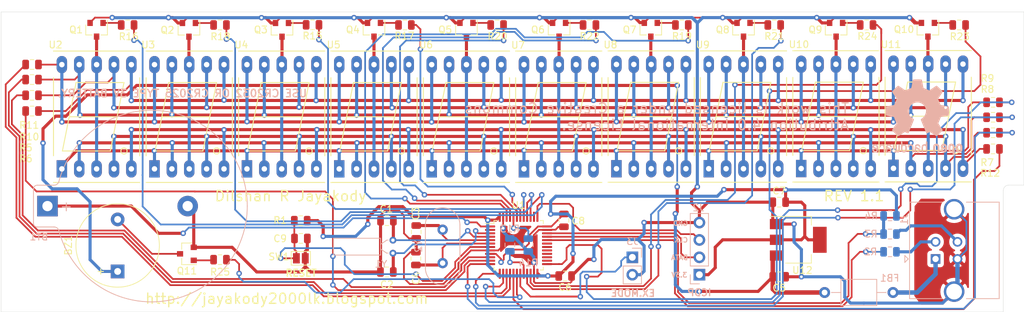
<source format=kicad_pcb>
(kicad_pcb (version 20171130) (host pcbnew 5.1.2-f72e74a~84~ubuntu18.04.1)
  (title_block (title "USB External Monitor") (date 2019-05-26) (rev 1.1.0) (company "Dilshan R Jayakody") (comment 1 jayakody2000lk@gmail.com) (comment 2 jayakody2000lk.blogspot.com))
  (layers (0 F.Cu signal) (31 B.Cu signal) (34 B.Paste user hide) (35 F.Paste user hide) (36 B.SilkS user) (37 F.SilkS user) (38 B.Mask user hide) (39 F.Mask user hide) (44 Edge.Cuts user))
  (net 0 "")
  (net 1 GND)
  (net 2 RTC-BAT)
  (net 3 +5V)
  (net 4 "Net-(BZ1-Pad2)")
  (net 5 "Net-(C1-Pad1)")
  (net 6 "Net-(C2-Pad1)")
  (net 7 "Net-(C3-Pad1)")
  (net 8 "Net-(C4-Pad1)")
  (net 9 +3V3)
  (net 10 RESET)
  (net 11 "Net-(FB1-Pad2)")
  (net 12 "Net-(J1-Pad2)")
  (net 13 "Net-(J1-Pad3)")
  (net 14 ISP-DIO)
  (net 15 ISP-CLK)
  (net 16 OP-MODE)
  (net 17 DE0)
  (net 18 "Net-(Q1-Pad1)")
  (net 19 "Net-(Q2-Pad1)")
  (net 20 DE1)
  (net 21 DE2)
  (net 22 "Net-(Q3-Pad1)")
  (net 23 "Net-(Q4-Pad1)")
  (net 24 DE3)
  (net 25 "Net-(Q5-Pad1)")
  (net 26 DE4)
  (net 27 DE5)
  (net 28 "Net-(Q6-Pad1)")
  (net 29 DE6)
  (net 30 "Net-(Q7-Pad1)")
  (net 31 "Net-(Q8-Pad1)")
  (net 32 DE7)
  (net 33 DE8)
  (net 34 "Net-(Q9-Pad1)")
  (net 35 "Net-(Q10-Pad1)")
  (net 36 DE9)
  (net 37 "Net-(Q11-Pad1)")
  (net 38 USB-DM)
  (net 39 USB-DP)
  (net 40 SSD-A)
  (net 41 /DA)
  (net 42 /DB)
  (net 43 SSD-B)
  (net 44 SSD-C)
  (net 45 /DC)
  (net 46 /DD)
  (net 47 SSD-D)
  (net 48 /DE)
  (net 49 SSD-E)
  (net 50 SSD-F)
  (net 51 /DF)
  (net 52 SSD-G)
  (net 53 /DG)
  (net 54 /DP)
  (net 55 SSD-DOT)
  (net 56 BOOT1)
  (net 57 BOOT0)
  (net 58 SEG2)
  (net 59 SEG0)
  (net 60 SEG3)
  (net 61 SEG1)
  (net 62 SEG6)
  (net 63 SEG4)
  (net 64 SEG7)
  (net 65 SEG5)
  (net 66 SEG9)
  (net 67 SEG8)
  (net 68 SPK-OUT)
  (module MountingHole:MountingHole_3.2mm_M3 (layer F.Cu) (at 92.91 141.9)
    (fp_text reference " " (at 0 -4.2) (layer F.SilkS))
    (fp_text value MountingHole_3.2mm_M3)
    (pad 1 np_thru_hole circle (at 0 0) (size 3.2 3.2) (drill 3.2) (layers *.Cu *.Mask))
  )
  (module MountingHole:MountingHole_3.2mm_M3 (layer F.Cu) (at 92.86 108.01)
    (fp_text reference " " (at 0 -4.2) (layer F.SilkS))
    (fp_text value MountingHole_3.2mm_M3)
    (pad 1 np_thru_hole circle (at 0 0) (size 3.2 3.2) (drill 3.2) (layers *.Cu *.Mask))
  )
  (module MountingHole:MountingHole_3.2mm_M3 (layer F.Cu) (at 235 108)
    (fp_text reference " " (at 0 -4.2) (layer F.SilkS))
    (fp_text value MountingHole_3.2mm_M3)
    (pad 1 np_thru_hole circle (at 0 0) (size 3.2 3.2) (drill 3.2) (layers *.Cu *.Mask))
  )
  (module MountingHole:MountingHole_3.2mm_M3 (layer F.Cu) (at 197.62 141.8)
    (fp_text reference " " (at 0 -4.2) (layer F.SilkS))
    (fp_text value MountingHole_3.2mm_M3)
    (pad 1 np_thru_hole circle (at 0 0) (size 3.2 3.2) (drill 3.2) (layers *.Cu *.Mask))
  )
  (module Symbol:OSHW-Logo2_14.6x12mm_SilkScreen (layer B.Cu) (at 223.46 120.11 180)
    (fp_text reference REF** hide)
    (fp_text value OSHW-Logo2_14.6x12mm_SilkScreen hide)
  )
  (module Connector_USB:USB_B_TE_5787834_Vertical (layer B.Cu) (at 226.12 140.8 270)
    (fp_text reference J1 (at -5.8 4.55 90) (layer B.SilkS) (effects (justify mirror)))
    (fp_text value USB)
    (pad 5 thru_hole circle (at 4.77 -2.71 270) (size 3 3) (drill 2.3) (layers *.Cu *.Mask) (net 1 GND))
    (pad 4 thru_hole circle (at 0 -3.2 270) (size 1.4 1.4) (drill 0.92) (layers *.Cu *.Mask) (net 1 GND))
    (pad 3 thru_hole circle (at -2.5 -3.2 270) (size 1.4 1.4) (drill 0.92) (layers *.Cu *.Mask) (net 13 "Net-(J1-Pad3)"))
    (pad 1 thru_hole rect (at 0 0 270) (size 1.4 1.4) (drill 0.92) (layers *.Cu *.Mask) (net 11 "Net-(FB1-Pad2)"))
    (pad 5 thru_hole circle (at -7.27 -2.71 270) (size 3 3) (drill 2.3) (layers *.Cu *.Mask) (net 1 GND))
    (pad 2 thru_hole circle (at -2.5 0 270) (size 1.4 1.4) (drill 0.92) (layers *.Cu *.Mask) (net 12 "Net-(J1-Pad2)"))
  )
  (module Battery:BatteryHolder_Keystone_105_1x2430 (layer B.Cu) (at 96.3246 133.0706)
    (fp_text reference BT1 (at -1.25 4.5) (layer B.SilkS) (effects (justify mirror)))
    (fp_text value "3V BAT")
    (fp_text user + (at 2.75 0) (layer B.SilkS) (effects (font (size 1.5 1.5)) (justify mirror)))
    (pad 2 thru_hole circle (at 20.49 0) (size 3 3) (drill 1.5) (layers *.Cu *.Mask) (net 1 GND))
    (pad 1 thru_hole rect (at 0 0) (size 3 3) (drill 1.5) (layers *.Cu *.Mask) (net 2 RTC-BAT))
  )
  (module Buzzer_Beeper:Buzzer_12x9.5RM7.6 (layer F.Cu) (at 106.5784 142.621 90)
    (fp_text reference BZ1 (at 3.8 -7.2 90) (layer F.SilkS))
    (fp_text value Buzzer)
    (fp_text user + (at -0.01 -2.54 90) (layer F.SilkS))
    (pad 1 thru_hole rect (at 0 0 90) (size 2 2) (drill 1) (layers *.Cu *.Mask) (net 3 +5V))
    (pad 2 thru_hole circle (at 7.6 0 90) (size 2 2) (drill 1) (layers *.Cu *.Mask) (net 4 "Net-(BZ1-Pad2)"))
  )
  (module Capacitor_SMD:C_0805_2012Metric (layer F.Cu) (at 145.9375 135.2 180)
    (fp_text reference C1 (at 0.0875 1.7) (layer F.SilkS))
    (fp_text value 100pF)
    (pad 1 smd roundrect (at -0.9375 0 180) (size 0.975 1.4) (layers F.Cu F.Paste F.Mask) (net 5 "Net-(C1-Pad1)"))
    (pad 2 smd roundrect (at 0.9375 0 180) (size 0.975 1.4) (layers F.Cu F.Paste F.Mask) (net 1 GND))
  )
  (module Capacitor_SMD:C_0805_2012Metric (layer F.Cu) (at 145.9253 142.7 180)
    (fp_text reference C2 (at 0 -1.85) (layer F.SilkS))
    (fp_text value 100pF)
    (pad 2 smd roundrect (at 0.9375 0 180) (size 0.975 1.4) (layers F.Cu F.Paste F.Mask) (net 1 GND))
    (pad 1 smd roundrect (at -0.9375 0 180) (size 0.975 1.4) (layers F.Cu F.Paste F.Mask) (net 6 "Net-(C2-Pad1)"))
  )
  (module Capacitor_SMD:C_0805_2012Metric (layer F.Cu) (at 150.2156 136.8529 270)
    (fp_text reference C3 (at -2.7029 0.0656 90) (layer F.SilkS))
    (fp_text value 22pF)
    (pad 1 smd roundrect (at -0.9375 0 270) (size 0.975 1.4) (layers F.Cu F.Paste F.Mask) (net 7 "Net-(C3-Pad1)"))
    (pad 2 smd roundrect (at 0.9375 0 270) (size 0.975 1.4) (layers F.Cu F.Paste F.Mask) (net 1 GND))
  )
  (module Capacitor_SMD:C_0805_2012Metric (layer F.Cu) (at 150.1648 140.7437 90)
    (fp_text reference C4 (at -2.8563 0.0352 90) (layer F.SilkS))
    (fp_text value 22pF)
    (pad 2 smd roundrect (at 0.9375 0 90) (size 0.975 1.4) (layers F.Cu F.Paste F.Mask) (net 1 GND))
    (pad 1 smd roundrect (at -0.9375 0 90) (size 0.975 1.4) (layers F.Cu F.Paste F.Mask) (net 8 "Net-(C4-Pad1)"))
  )
  (module Capacitor_SMD:C_0805_2012Metric (layer F.Cu) (at 203.2625 143.4 180)
    (fp_text reference C5 (at 0 -1.65) (layer F.SilkS))
    (fp_text value 0.1MFD)
    (pad 1 smd roundrect (at -0.9375 0 180) (size 0.975 1.4) (layers F.Cu F.Paste F.Mask) (net 1 GND))
    (pad 2 smd roundrect (at 0.9375 0 180) (size 0.975 1.4) (layers F.Cu F.Paste F.Mask) (net 3 +5V))
  )
  (module Capacitor_SMD:C_0805_2012Metric (layer F.Cu) (at 171.98 143.29 180)
    (fp_text reference C6 (at 0 -1.65) (layer F.SilkS))
    (fp_text value 0.1MFD)
    (pad 2 smd roundrect (at 0.9375 0 180) (size 0.975 1.4) (layers F.Cu F.Paste F.Mask) (net 9 +3V3))
    (pad 1 smd roundrect (at -0.9375 0 180) (size 0.975 1.4) (layers F.Cu F.Paste F.Mask) (net 1 GND))
  )
  (module Capacitor_SMD:C_0805_2012Metric (layer F.Cu) (at 203.2625 132.5)
    (fp_text reference C7 (at 0 -1.65) (layer F.SilkS))
    (fp_text value 0.1MFD)
    (pad 1 smd roundrect (at -0.9375 0) (size 0.975 1.4) (layers F.Cu F.Paste F.Mask) (net 1 GND))
    (pad 2 smd roundrect (at 0.9375 0) (size 0.975 1.4) (layers F.Cu F.Paste F.Mask) (net 9 +3V3))
  )
  (module Capacitor_SMD:C_0805_2012Metric (layer F.Cu) (at 171.8 135.1625 90)
    (fp_text reference C8 (at -0.0875 2.1 180) (layer F.SilkS))
    (fp_text value 0.1MFD)
    (pad 2 smd roundrect (at 0.9375 0 90) (size 0.975 1.4) (layers F.Cu F.Paste F.Mask) (net 9 +3V3))
    (pad 1 smd roundrect (at -0.9375 0 90) (size 0.975 1.4) (layers F.Cu F.Paste F.Mask) (net 1 GND))
  )
  (module Capacitor_SMD:C_0805_2012Metric (layer F.Cu) (at 133.3625 137.8)
    (fp_text reference C9 (at -3.0375 0.025) (layer F.SilkS))
    (fp_text value 0.1MFD)
    (pad 1 smd roundrect (at -0.9375 0) (size 0.975 1.4) (layers F.Cu F.Paste F.Mask) (net 10 RESET))
    (pad 2 smd roundrect (at 0.9375 0) (size 0.975 1.4) (layers F.Cu F.Paste F.Mask) (net 1 GND))
  )
  (module Inductor_THT:L_Axial_L5.0mm_D3.6mm_P10.00mm_Horizontal_Murata_BL01RN1A2A2 (layer B.Cu) (at 209.9 145.7)
    (fp_text reference FB1 (at 9.5 -2.1) (layer B.SilkS) (effects (justify mirror)))
    (fp_text value BEAD)
    (pad 1 thru_hole circle (at 0 0) (size 1.6 1.6) (drill 0.85) (layers *.Cu *.Mask) (net 3 +5V))
    (pad 2 thru_hole oval (at 10 0) (size 1.6 1.6) (drill 0.85) (layers *.Cu *.Mask) (net 11 "Net-(FB1-Pad2)"))
  )
  (module Connector_PinHeader_2.54mm:PinHeader_1x04_P2.54mm_Vertical (layer B.Cu) (at 191.6 143.1)
    (fp_text reference J2 (at -0.14 -9.79 180) (layer B.SilkS) (effects (justify mirror)))
    (fp_text value ISP)
    (pad 1 thru_hole rect (at 0 0) (size 1.7 1.7) (drill 1) (layers *.Cu *.Mask) (net 9 +3V3))
    (pad 2 thru_hole oval (at 0 -2.54) (size 1.7 1.7) (drill 1) (layers *.Cu *.Mask) (net 14 ISP-DIO))
    (pad 3 thru_hole oval (at 0 -5.08) (size 1.7 1.7) (drill 1) (layers *.Cu *.Mask) (net 15 ISP-CLK))
    (pad 4 thru_hole oval (at 0 -7.62) (size 1.7 1.7) (drill 1) (layers *.Cu *.Mask) (net 1 GND))
  )
  (module Connector_PinHeader_2.54mm:PinHeader_1x02_P2.54mm_Vertical (layer B.Cu) (at 181.8 140.56 180)
    (fp_text reference J3 (at 0 2.33 180) (layer B.SilkS) (effects (justify mirror)))
    (fp_text value "EX. MODE")
    (pad 1 thru_hole rect (at 0 0 180) (size 1.7 1.7) (drill 1) (layers *.Cu *.Mask) (net 16 OP-MODE))
    (pad 2 thru_hole oval (at 0 -2.54 180) (size 1.7 1.7) (drill 1) (layers *.Cu *.Mask) (net 1 GND))
  )
  (module Package_TO_SOT_SMD:SOT-23 (layer F.Cu) (at 103.5 107.3 270)
    (fp_text reference Q1 (at 0 3 180) (layer F.SilkS))
    (fp_text value MMBT3904)
    (pad 3 smd rect (at 1 0 270) (size 0.9 0.8) (layers F.Cu F.Paste F.Mask) (net 17 DE0))
    (pad 2 smd rect (at -1 0.95 270) (size 0.9 0.8) (layers F.Cu F.Paste F.Mask) (net 1 GND))
    (pad 1 smd rect (at -1 -0.95 270) (size 0.9 0.8) (layers F.Cu F.Paste F.Mask) (net 18 "Net-(Q1-Pad1)"))
  )
  (module Package_TO_SOT_SMD:SOT-23 (layer F.Cu) (at 117 107.315 270)
    (fp_text reference Q2 (at 0.035 3.15 180) (layer F.SilkS))
    (fp_text value MMBT3904)
    (pad 1 smd rect (at -1 -0.95 270) (size 0.9 0.8) (layers F.Cu F.Paste F.Mask) (net 19 "Net-(Q2-Pad1)"))
    (pad 2 smd rect (at -1 0.95 270) (size 0.9 0.8) (layers F.Cu F.Paste F.Mask) (net 1 GND))
    (pad 3 smd rect (at 1 0 270) (size 0.9 0.8) (layers F.Cu F.Paste F.Mask) (net 20 DE1))
  )
  (module Package_TO_SOT_SMD:SOT-23 (layer F.Cu) (at 130.6 107.315 270)
    (fp_text reference Q3 (at -0.015 3.1 180) (layer F.SilkS))
    (fp_text value MMBT3904)
    (pad 3 smd rect (at 1 0 270) (size 0.9 0.8) (layers F.Cu F.Paste F.Mask) (net 21 DE2))
    (pad 2 smd rect (at -1 0.95 270) (size 0.9 0.8) (layers F.Cu F.Paste F.Mask) (net 1 GND))
    (pad 1 smd rect (at -1 -0.95 270) (size 0.9 0.8) (layers F.Cu F.Paste F.Mask) (net 22 "Net-(Q3-Pad1)"))
  )
  (module Package_TO_SOT_SMD:SOT-23 (layer F.Cu) (at 144.0434 107.3 270)
    (fp_text reference Q4 (at 0 3.0934 180) (layer F.SilkS))
    (fp_text value MMBT3904)
    (pad 1 smd rect (at -1 -0.95 270) (size 0.9 0.8) (layers F.Cu F.Paste F.Mask) (net 23 "Net-(Q4-Pad1)"))
    (pad 2 smd rect (at -1 0.95 270) (size 0.9 0.8) (layers F.Cu F.Paste F.Mask) (net 1 GND))
    (pad 3 smd rect (at 1 0 270) (size 0.9 0.8) (layers F.Cu F.Paste F.Mask) (net 24 DE3))
  )
  (module Package_TO_SOT_SMD:SOT-23 (layer F.Cu) (at 157.5562 107.3 270)
    (fp_text reference Q5 (at 0 3.1062 180) (layer F.SilkS))
    (fp_text value MMBT3904)
    (pad 1 smd rect (at -1 -0.95 270) (size 0.9 0.8) (layers F.Cu F.Paste F.Mask) (net 25 "Net-(Q5-Pad1)"))
    (pad 2 smd rect (at -1 0.95 270) (size 0.9 0.8) (layers F.Cu F.Paste F.Mask) (net 1 GND))
    (pad 3 smd rect (at 1 0 270) (size 0.9 0.8) (layers F.Cu F.Paste F.Mask) (net 26 DE4))
  )
  (module Package_TO_SOT_SMD:SOT-23 (layer F.Cu) (at 171.0944 107.3 270)
    (fp_text reference Q6 (at 0 3.0944 180) (layer F.SilkS))
    (fp_text value MMBT3904)
    (pad 3 smd rect (at 1 0 270) (size 0.9 0.8) (layers F.Cu F.Paste F.Mask) (net 27 DE5))
    (pad 2 smd rect (at -1 0.95 270) (size 0.9 0.8) (layers F.Cu F.Paste F.Mask) (net 1 GND))
    (pad 1 smd rect (at -1 -0.95 270) (size 0.9 0.8) (layers F.Cu F.Paste F.Mask) (net 28 "Net-(Q6-Pad1)"))
  )
  (module Package_TO_SOT_SMD:SOT-23 (layer F.Cu) (at 184.5 107.3 270)
    (fp_text reference Q7 (at 0 3.1 180) (layer F.SilkS))
    (fp_text value MMBT3904)
    (pad 3 smd rect (at 1 0 270) (size 0.9 0.8) (layers F.Cu F.Paste F.Mask) (net 29 DE6))
    (pad 2 smd rect (at -1 0.95 270) (size 0.9 0.8) (layers F.Cu F.Paste F.Mask) (net 1 GND))
    (pad 1 smd rect (at -1 -0.95 270) (size 0.9 0.8) (layers F.Cu F.Paste F.Mask) (net 30 "Net-(Q7-Pad1)"))
  )
  (module Package_TO_SOT_SMD:SOT-23 (layer F.Cu) (at 198.05 107.3 270)
    (fp_text reference Q8 (at 0 3.05 180) (layer F.SilkS))
    (fp_text value MMBT3904)
    (pad 1 smd rect (at -1 -0.95 270) (size 0.9 0.8) (layers F.Cu F.Paste F.Mask) (net 31 "Net-(Q8-Pad1)"))
    (pad 2 smd rect (at -1 0.95 270) (size 0.9 0.8) (layers F.Cu F.Paste F.Mask) (net 1 GND))
    (pad 3 smd rect (at 1 0 270) (size 0.9 0.8) (layers F.Cu F.Paste F.Mask) (net 32 DE7))
  )
  (module Package_TO_SOT_SMD:SOT-23 (layer F.Cu) (at 211.582 107.3 270)
    (fp_text reference Q9 (at 0 3.032 180) (layer F.SilkS))
    (fp_text value MMBT3904)
    (pad 3 smd rect (at 1 0 270) (size 0.9 0.8) (layers F.Cu F.Paste F.Mask) (net 33 DE8))
    (pad 2 smd rect (at -1 0.95 270) (size 0.9 0.8) (layers F.Cu F.Paste F.Mask) (net 1 GND))
    (pad 1 smd rect (at -1 -0.95 270) (size 0.9 0.8) (layers F.Cu F.Paste F.Mask) (net 34 "Net-(Q9-Pad1)"))
  )
  (module Package_TO_SOT_SMD:SOT-23 (layer F.Cu) (at 225 107.3 270)
    (fp_text reference Q10 (at -0.05 3.5 180) (layer F.SilkS))
    (fp_text value MMBT3904)
    (pad 1 smd rect (at -1 -0.95 270) (size 0.9 0.8) (layers F.Cu F.Paste F.Mask) (net 35 "Net-(Q10-Pad1)"))
    (pad 2 smd rect (at -1 0.95 270) (size 0.9 0.8) (layers F.Cu F.Paste F.Mask) (net 1 GND))
    (pad 3 smd rect (at 1 0 270) (size 0.9 0.8) (layers F.Cu F.Paste F.Mask) (net 36 DE9))
  )
  (module Package_TO_SOT_SMD:SOT-23 (layer F.Cu) (at 116.7 140.05 180)
    (fp_text reference Q11 (at 0 -2.5) (layer F.SilkS))
    (fp_text value MMBT3904)
    (pad 1 smd rect (at -1 -0.95 180) (size 0.9 0.8) (layers F.Cu F.Paste F.Mask) (net 37 "Net-(Q11-Pad1)"))
    (pad 2 smd rect (at -1 0.95 180) (size 0.9 0.8) (layers F.Cu F.Paste F.Mask) (net 1 GND))
    (pad 3 smd rect (at 1 0 180) (size 0.9 0.8) (layers F.Cu F.Paste F.Mask) (net 4 "Net-(BZ1-Pad2)"))
  )
  (module Resistor_SMD:R_0805_2012Metric (layer F.Cu) (at 133.3375 135.2 180)
    (fp_text reference R1 (at 3.0125 0.05) (layer F.SilkS))
    (fp_text value 10K)
    (pad 2 smd roundrect (at 0.9375 0 180) (size 0.975 1.4) (layers F.Cu F.Paste F.Mask) (net 10 RESET))
    (pad 1 smd roundrect (at -0.9375 0 180) (size 0.975 1.4) (layers F.Cu F.Paste F.Mask) (net 9 +3V3))
  )
  (module Resistor_SMD:R_0805_2012Metric (layer B.Cu) (at 219.4583 139.7508)
    (fp_text reference R2 (at -2.8583 -0.0008) (layer B.SilkS) (effects (justify mirror)))
    (fp_text value 22R)
    (pad 1 smd roundrect (at -0.9375 0) (size 0.975 1.4) (layers B.Cu B.Paste B.Mask) (net 38 USB-DM))
    (pad 2 smd roundrect (at 0.9375 0) (size 0.975 1.4) (layers B.Cu B.Paste B.Mask) (net 12 "Net-(J1-Pad2)"))
  )
  (module Resistor_SMD:R_0805_2012Metric (layer B.Cu) (at 219.4583 137.16)
    (fp_text reference R3 (at -2.8083 -0.01) (layer B.SilkS) (effects (justify mirror)))
    (fp_text value 22R)
    (pad 1 smd roundrect (at -0.9375 0) (size 0.975 1.4) (layers B.Cu B.Paste B.Mask) (net 39 USB-DP))
    (pad 2 smd roundrect (at 0.9375 0) (size 0.975 1.4) (layers B.Cu B.Paste B.Mask) (net 13 "Net-(J1-Pad3)"))
  )
  (module Resistor_SMD:R_0805_2012Metric (layer B.Cu) (at 219.4625 134.5)
    (fp_text reference R4 (at -2.7625 0) (layer B.SilkS) (effects (justify mirror)))
    (fp_text value 10K)
    (pad 2 smd roundrect (at 0.9375 0) (size 0.975 1.4) (layers B.Cu B.Paste B.Mask) (net 9 +3V3))
    (pad 1 smd roundrect (at -0.9375 0) (size 0.975 1.4) (layers B.Cu B.Paste B.Mask) (net 39 USB-DP))
  )
  (module Resistor_SMD:R_0805_2012Metric (layer F.Cu) (at 94.0675 116.88 180)
    (fp_text reference R5 (at 0.9175 -7.67 180) (layer F.SilkS))
    (fp_text value 100R)
    (pad 2 smd roundrect (at 0.9375 0 180) (size 0.975 1.4) (layers F.Cu F.Paste F.Mask) (net 40 SSD-A))
    (pad 1 smd roundrect (at -0.9375 0 180) (size 0.975 1.4) (layers F.Cu F.Paste F.Mask) (net 41 /DA))
  )
  (module Resistor_SMD:R_0805_2012Metric (layer F.Cu) (at 94.0675 119.18 180)
    (fp_text reference R6 (at 0.9175 -6.97 180) (layer F.SilkS))
    (fp_text value 100R)
    (pad 1 smd roundrect (at -0.9375 0 180) (size 0.975 1.4) (layers F.Cu F.Paste F.Mask) (net 42 /DB))
    (pad 2 smd roundrect (at 0.9375 0 180) (size 0.975 1.4) (layers F.Cu F.Paste F.Mask) (net 43 SSD-B))
  )
  (module Resistor_SMD:R_0805_2012Metric (layer F.Cu) (at 234.5159 122.352)
    (fp_text reference R7 (at -0.8659 4.348) (layer F.SilkS))
    (fp_text value 100R)
    (pad 2 smd roundrect (at 0.9375 0) (size 0.975 1.4) (layers F.Cu F.Paste F.Mask) (net 44 SSD-C))
    (pad 1 smd roundrect (at -0.9375 0) (size 0.975 1.4) (layers F.Cu F.Paste F.Mask) (net 45 /DC))
  )
  (module Resistor_SMD:R_0805_2012Metric (layer F.Cu) (at 234.5159 120.0914)
    (fp_text reference R8 (at -0.8159 -4.0914) (layer F.SilkS))
    (fp_text value 100R)
    (pad 1 smd roundrect (at -0.9375 0) (size 0.975 1.4) (layers F.Cu F.Paste F.Mask) (net 46 /DD))
    (pad 2 smd roundrect (at 0.9375 0) (size 0.975 1.4) (layers F.Cu F.Paste F.Mask) (net 47 SSD-D))
  )
  (module Resistor_SMD:R_0805_2012Metric (layer F.Cu) (at 234.5159 117.907)
    (fp_text reference R9 (at -0.8159 -3.507) (layer F.SilkS))
    (fp_text value 100R)
    (pad 1 smd roundrect (at -0.9375 0) (size 0.975 1.4) (layers F.Cu F.Paste F.Mask) (net 48 /DE))
    (pad 2 smd roundrect (at 0.9375 0) (size 0.975 1.4) (layers F.Cu F.Paste F.Mask) (net 49 SSD-E))
  )
  (module Resistor_SMD:R_0805_2012Metric (layer F.Cu) (at 94.0675 114.58 180)
    (fp_text reference R10 (at 0.4175 -8.37) (layer F.SilkS))
    (fp_text value 100R)
    (pad 2 smd roundrect (at 0.9375 0 180) (size 0.975 1.4) (layers F.Cu F.Paste F.Mask) (net 50 SSD-F))
    (pad 1 smd roundrect (at -0.9375 0 180) (size 0.975 1.4) (layers F.Cu F.Paste F.Mask) (net 51 /DF))
  )
  (module Resistor_SMD:R_0805_2012Metric (layer F.Cu) (at 94.0675 112.38 180)
    (fp_text reference R11 (at 0.4175 -8.87) (layer F.SilkS))
    (fp_text value 100R)
    (pad 2 smd roundrect (at 0.9375 0 180) (size 0.975 1.4) (layers F.Cu F.Paste F.Mask) (net 52 SSD-G))
    (pad 1 smd roundrect (at -0.9375 0 180) (size 0.975 1.4) (layers F.Cu F.Paste F.Mask) (net 53 /DG))
  )
  (module Resistor_SMD:R_0805_2012Metric (layer F.Cu) (at 234.5136 124.7142)
    (fp_text reference R12 (at -0.4136 3.5358) (layer F.SilkS))
    (fp_text value 100R)
    (pad 1 smd roundrect (at -0.9375 0) (size 0.975 1.4) (layers F.Cu F.Paste F.Mask) (net 54 /DP))
    (pad 2 smd roundrect (at 0.9375 0) (size 0.975 1.4) (layers F.Cu F.Paste F.Mask) (net 55 SSD-DOT))
  )
  (module Resistor_SMD:R_0805_2012Metric (layer B.Cu) (at 163.9 138.7375 270)
    (fp_text reference R13 (at -2.3375 0) (layer B.SilkS) (effects (justify mirror)))
    (fp_text value 100K)
    (pad 1 smd roundrect (at -0.9375 0 270) (size 0.975 1.4) (layers B.Cu B.Paste B.Mask) (net 1 GND))
    (pad 2 smd roundrect (at 0.9375 0 270) (size 0.975 1.4) (layers B.Cu B.Paste B.Mask) (net 56 BOOT1))
  )
  (module Resistor_SMD:R_0805_2012Metric (layer B.Cu) (at 166.6 138.7625 90)
    (fp_text reference R14 (at -2.5875 0 180) (layer B.SilkS) (effects (justify mirror)))
    (fp_text value 100K)
    (pad 1 smd roundrect (at -0.9375 0 90) (size 0.975 1.4) (layers B.Cu B.Paste B.Mask) (net 1 GND))
    (pad 2 smd roundrect (at 0.9375 0 90) (size 0.975 1.4) (layers B.Cu B.Paste B.Mask) (net 57 BOOT0))
  )
  (module Resistor_SMD:R_0805_2012Metric (layer F.Cu) (at 135.0625 106.5784)
    (fp_text reference R15 (at 0 1.6216) (layer F.SilkS))
    (fp_text value 10K)
    (pad 1 smd roundrect (at -0.9375 0) (size 0.975 1.4) (layers F.Cu F.Paste F.Mask) (net 22 "Net-(Q3-Pad1)"))
    (pad 2 smd roundrect (at 0.9375 0) (size 0.975 1.4) (layers F.Cu F.Paste F.Mask) (net 58 SEG2))
  )
  (module Resistor_SMD:R_0805_2012Metric (layer F.Cu) (at 108.0375 106.6)
    (fp_text reference R16 (at 0.1625 1.7) (layer F.SilkS))
    (fp_text value 10K)
    (pad 1 smd roundrect (at -0.9375 0) (size 0.975 1.4) (layers F.Cu F.Paste F.Mask) (net 18 "Net-(Q1-Pad1)"))
    (pad 2 smd roundrect (at 0.9375 0) (size 0.975 1.4) (layers F.Cu F.Paste F.Mask) (net 59 SEG0))
  )
  (module Resistor_SMD:R_0805_2012Metric (layer F.Cu) (at 148.5625 106.6)
    (fp_text reference R17 (at -0.0625 1.6) (layer F.SilkS))
    (fp_text value 10K)
    (pad 2 smd roundrect (at 0.9375 0) (size 0.975 1.4) (layers F.Cu F.Paste F.Mask) (net 60 SEG3))
    (pad 1 smd roundrect (at -0.9375 0) (size 0.975 1.4) (layers F.Cu F.Paste F.Mask) (net 23 "Net-(Q4-Pad1)"))
  )
  (module Resistor_SMD:R_0805_2012Metric (layer F.Cu) (at 121.5375 106.6)
    (fp_text reference R18 (at 0.0625 1.7) (layer F.SilkS))
    (fp_text value 10K)
    (pad 2 smd roundrect (at 0.9375 0) (size 0.975 1.4) (layers F.Cu F.Paste F.Mask) (net 61 SEG1))
    (pad 1 smd roundrect (at -0.9375 0) (size 0.975 1.4) (layers F.Cu F.Paste F.Mask) (net 19 "Net-(Q2-Pad1)"))
  )
  (module Resistor_SMD:R_0805_2012Metric (layer F.Cu) (at 189.0375 106.6)
    (fp_text reference R19 (at 0.0125 1.65) (layer F.SilkS))
    (fp_text value 10K)
    (pad 1 smd roundrect (at -0.9375 0) (size 0.975 1.4) (layers F.Cu F.Paste F.Mask) (net 30 "Net-(Q7-Pad1)"))
    (pad 2 smd roundrect (at 0.9375 0) (size 0.975 1.4) (layers F.Cu F.Paste F.Mask) (net 62 SEG6))
  )
  (module Resistor_SMD:R_0805_2012Metric (layer F.Cu) (at 162.0375 106.6)
    (fp_text reference R20 (at 0.0625 1.65) (layer F.SilkS))
    (fp_text value 10K)
    (pad 1 smd roundrect (at -0.9375 0) (size 0.975 1.4) (layers F.Cu F.Paste F.Mask) (net 25 "Net-(Q5-Pad1)"))
    (pad 2 smd roundrect (at 0.9375 0) (size 0.975 1.4) (layers F.Cu F.Paste F.Mask) (net 63 SEG4))
  )
  (module Resistor_SMD:R_0805_2012Metric (layer F.Cu) (at 202.5375 106.6)
    (fp_text reference R21 (at 0.0125 1.65) (layer F.SilkS))
    (fp_text value 10K)
    (pad 2 smd roundrect (at 0.9375 0) (size 0.975 1.4) (layers F.Cu F.Paste F.Mask) (net 64 SEG7))
    (pad 1 smd roundrect (at -0.9375 0) (size 0.975 1.4) (layers F.Cu F.Paste F.Mask) (net 31 "Net-(Q8-Pad1)"))
  )
  (module Resistor_SMD:R_0805_2012Metric (layer F.Cu) (at 175.5375 106.6)
    (fp_text reference R22 (at 0.0125 1.65) (layer F.SilkS))
    (fp_text value 10K)
    (pad 2 smd roundrect (at 0.9375 0) (size 0.975 1.4) (layers F.Cu F.Paste F.Mask) (net 65 SEG5))
    (pad 1 smd roundrect (at -0.9375 0) (size 0.975 1.4) (layers F.Cu F.Paste F.Mask) (net 28 "Net-(Q6-Pad1)"))
  )
  (module Resistor_SMD:R_0805_2012Metric (layer F.Cu) (at 229.5625 106.6)
    (fp_text reference R23 (at 0.0875 1.7) (layer F.SilkS))
    (fp_text value 10K)
    (pad 2 smd roundrect (at 0.9375 0) (size 0.975 1.4) (layers F.Cu F.Paste F.Mask) (net 66 SEG9))
    (pad 1 smd roundrect (at -0.9375 0) (size 0.975 1.4) (layers F.Cu F.Paste F.Mask) (net 35 "Net-(Q10-Pad1)"))
  )
  (module Resistor_SMD:R_0805_2012Metric (layer F.Cu) (at 216.0375 106.6)
    (fp_text reference R24 (at 0.1125 1.65) (layer F.SilkS))
    (fp_text value 10K)
    (pad 1 smd roundrect (at -0.9375 0) (size 0.975 1.4) (layers F.Cu F.Paste F.Mask) (net 34 "Net-(Q9-Pad1)"))
    (pad 2 smd roundrect (at 0.9375 0) (size 0.975 1.4) (layers F.Cu F.Paste F.Mask) (net 67 SEG8))
  )
  (module Resistor_SMD:R_0805_2012Metric (layer F.Cu) (at 121.5375 140.9)
    (fp_text reference R25 (at 0.0125 1.8) (layer F.SilkS))
    (fp_text value 10K)
    (pad 2 smd roundrect (at 0.9375 0) (size 0.975 1.4) (layers F.Cu F.Paste F.Mask) (net 68 SPK-OUT))
    (pad 1 smd roundrect (at -0.9375 0) (size 0.975 1.4) (layers F.Cu F.Paste F.Mask) (net 37 "Net-(Q11-Pad1)"))
  )
  (module Jumper:SolderJumper-2_P1.3mm_Open_Pad1.0x1.5mm (layer F.Cu) (at 133.35 140.7)
    (fp_text reference SW1 (at -3.2 -0.23) (layer F.SilkS))
    (fp_text value RESET)
    (pad 2 smd rect (at 0.65 0) (size 1 1.5) (layers F.Cu F.Mask) (net 1 GND))
    (pad 1 smd rect (at -0.65 0) (size 1 1.5) (layers F.Cu F.Mask) (net 10 RESET))
  )
  (module Package_QFP:LQFP-48_7x7mm_P0.5mm (layer F.Cu) (at 165.1762 138.8)
    (fp_text reference U1 (at 0 -5.85) (layer F.SilkS))
    (fp_text value STM32F103CBT6)
    (pad 1 smd roundrect (at -4.1625 -2.75) (size 1.475 0.3) (layers F.Cu F.Paste F.Mask) (net 2 RTC-BAT))
    (pad 2 smd roundrect (at -4.1625 -2.25) (size 1.475 0.3) (layers F.Cu F.Paste F.Mask))
    (pad 3 smd roundrect (at -4.1625 -1.75) (size 1.475 0.3) (layers F.Cu F.Paste F.Mask) (net 6 "Net-(C2-Pad1)"))
    (pad 4 smd roundrect (at -4.1625 -1.25) (size 1.475 0.3) (layers F.Cu F.Paste F.Mask) (net 5 "Net-(C1-Pad1)"))
    (pad 5 smd roundrect (at -4.1625 -0.75) (size 1.475 0.3) (layers F.Cu F.Paste F.Mask) (net 7 "Net-(C3-Pad1)"))
    (pad 6 smd roundrect (at -4.1625 -0.25) (size 1.475 0.3) (layers F.Cu F.Paste F.Mask) (net 8 "Net-(C4-Pad1)"))
    (pad 7 smd roundrect (at -4.1625 0.25) (size 1.475 0.3) (layers F.Cu F.Paste F.Mask) (net 10 RESET))
    (pad 8 smd roundrect (at -4.1625 0.75) (size 1.475 0.3) (layers F.Cu F.Paste F.Mask) (net 1 GND))
    (pad 9 smd roundrect (at -4.1625 1.25) (size 1.475 0.3) (layers F.Cu F.Paste F.Mask) (net 9 +3V3))
    (pad 10 smd roundrect (at -4.1625 1.75) (size 1.475 0.3) (layers F.Cu F.Paste F.Mask) (net 40 SSD-A))
    (pad 11 smd roundrect (at -4.1625 2.25) (size 1.475 0.3) (layers F.Cu F.Paste F.Mask) (net 43 SSD-B))
    (pad 12 smd roundrect (at -4.1625 2.75) (size 1.475 0.3) (layers F.Cu F.Paste F.Mask) (net 44 SSD-C))
    (pad 13 smd roundrect (at -2.75 4.1625) (size 0.3 1.475) (layers F.Cu F.Paste F.Mask) (net 47 SSD-D))
    (pad 14 smd roundrect (at -2.25 4.1625) (size 0.3 1.475) (layers F.Cu F.Paste F.Mask) (net 49 SSD-E))
    (pad 15 smd roundrect (at -1.75 4.1625) (size 0.3 1.475) (layers F.Cu F.Paste F.Mask) (net 50 SSD-F))
    (pad 16 smd roundrect (at -1.25 4.1625) (size 0.3 1.475) (layers F.Cu F.Paste F.Mask) (net 52 SSD-G))
    (pad 17 smd roundrect (at -0.75 4.1625) (size 0.3 1.475) (layers F.Cu F.Paste F.Mask) (net 55 SSD-DOT))
    (pad 18 smd roundrect (at -0.25 4.1625) (size 0.3 1.475) (layers F.Cu F.Paste F.Mask) (net 68 SPK-OUT))
    (pad 19 smd roundrect (at 0.25 4.1625) (size 0.3 1.475) (layers F.Cu F.Paste F.Mask) (net 16 OP-MODE))
    (pad 20 smd roundrect (at 0.75 4.1625) (size 0.3 1.475) (layers F.Cu F.Paste F.Mask) (net 56 BOOT1))
    (pad 21 smd roundrect (at 1.25 4.1625) (size 0.3 1.475) (layers F.Cu F.Paste F.Mask) (net 64 SEG7))
    (pad 22 smd roundrect (at 1.75 4.1625) (size 0.3 1.475) (layers F.Cu F.Paste F.Mask) (net 67 SEG8))
    (pad 23 smd roundrect (at 2.25 4.1625) (size 0.3 1.475) (layers F.Cu F.Paste F.Mask) (net 1 GND))
    (pad 24 smd roundrect (at 2.75 4.1625) (size 0.3 1.475) (layers F.Cu F.Paste F.Mask) (net 9 +3V3))
    (pad 25 smd roundrect (at 4.1625 2.75) (size 1.475 0.3) (layers F.Cu F.Paste F.Mask) (net 66 SEG9))
    (pad 26 smd roundrect (at 4.1625 2.25) (size 1.475 0.3) (layers F.Cu F.Paste F.Mask))
    (pad 27 smd roundrect (at 4.1625 1.75) (size 1.475 0.3) (layers F.Cu F.Paste F.Mask))
    (pad 28 smd roundrect (at 4.1625 1.25) (size 1.475 0.3) (layers F.Cu F.Paste F.Mask))
    (pad 29 smd roundrect (at 4.1625 0.75) (size 1.475 0.3) (layers F.Cu F.Paste F.Mask))
    (pad 30 smd roundrect (at 4.1625 0.25) (size 1.475 0.3) (layers F.Cu F.Paste F.Mask))
    (pad 31 smd roundrect (at 4.1625 -0.25) (size 1.475 0.3) (layers F.Cu F.Paste F.Mask))
    (pad 32 smd roundrect (at 4.1625 -0.75) (size 1.475 0.3) (layers F.Cu F.Paste F.Mask) (net 38 USB-DM))
    (pad 33 smd roundrect (at 4.1625 -1.25) (size 1.475 0.3) (layers F.Cu F.Paste F.Mask) (net 39 USB-DP))
    (pad 34 smd roundrect (at 4.1625 -1.75) (size 1.475 0.3) (layers F.Cu F.Paste F.Mask) (net 14 ISP-DIO))
    (pad 35 smd roundrect (at 4.1625 -2.25) (size 1.475 0.3) (layers F.Cu F.Paste F.Mask) (net 1 GND))
    (pad 36 smd roundrect (at 4.1625 -2.75) (size 1.475 0.3) (layers F.Cu F.Paste F.Mask) (net 9 +3V3))
    (pad 37 smd roundrect (at 2.75 -4.1625) (size 0.3 1.475) (layers F.Cu F.Paste F.Mask) (net 15 ISP-CLK))
    (pad 38 smd roundrect (at 2.25 -4.1625) (size 0.3 1.475) (layers F.Cu F.Paste F.Mask))
    (pad 39 smd roundrect (at 1.75 -4.1625) (size 0.3 1.475) (layers F.Cu F.Paste F.Mask) (net 59 SEG0))
    (pad 40 smd roundrect (at 1.25 -4.1625) (size 0.3 1.475) (layers F.Cu F.Paste F.Mask) (net 61 SEG1))
    (pad 41 smd roundrect (at 0.75 -4.1625) (size 0.3 1.475) (layers F.Cu F.Paste F.Mask) (net 58 SEG2))
    (pad 42 smd roundrect (at 0.25 -4.1625) (size 0.3 1.475) (layers F.Cu F.Paste F.Mask) (net 60 SEG3))
    (pad 43 smd roundrect (at -0.25 -4.1625) (size 0.3 1.475) (layers F.Cu F.Paste F.Mask) (net 63 SEG4))
    (pad 44 smd roundrect (at -0.75 -4.1625) (size 0.3 1.475) (layers F.Cu F.Paste F.Mask) (net 57 BOOT0))
    (pad 45 smd roundrect (at -1.25 -4.1625) (size 0.3 1.475) (layers F.Cu F.Paste F.Mask) (net 65 SEG5))
    (pad 46 smd roundrect (at -1.75 -4.1625) (size 0.3 1.475) (layers F.Cu F.Paste F.Mask) (net 62 SEG6))
    (pad 47 smd roundrect (at -2.25 -4.1625) (size 0.3 1.475) (layers F.Cu F.Paste F.Mask) (net 1 GND))
    (pad 48 smd roundrect (at -2.75 -4.1625) (size 0.3 1.475) (layers F.Cu F.Paste F.Mask) (net 9 +3V3))
  )
  (module Display_7Segment:7SegmentLED_LTS6760_LTS6780 (layer F.Cu) (at 98.425 127.635 90)
    (fp_text reference U2 (at 18.135 -0.925) (layer F.SilkS))
    (fp_text value LTS-6780R)
    (pad 10 thru_hole oval (at 15.24 0) (size 1.524 2.524) (drill 0.8) (layers *.Cu *.Mask) (net 53 /DG))
    (pad 9 thru_hole oval (at 15.24 2.54) (size 1.524 2.524) (drill 0.8) (layers *.Cu *.Mask) (net 51 /DF))
    (pad 8 thru_hole oval (at 15.24 5.08) (size 1.524 2.524) (drill 0.8) (layers *.Cu *.Mask) (net 17 DE0))
    (pad 7 thru_hole oval (at 15.24 7.62) (size 1.524 2.524) (drill 0.8) (layers *.Cu *.Mask) (net 41 /DA))
    (pad 6 thru_hole oval (at 15.24 10.16) (size 1.524 2.524) (drill 0.8) (layers *.Cu *.Mask) (net 42 /DB))
    (pad 5 thru_hole oval (at 0 10.16) (size 1.524 2.524) (drill 0.8) (layers *.Cu *.Mask) (net 54 /DP))
    (pad 4 thru_hole oval (at 0 7.62) (size 1.524 2.524) (drill 0.8) (layers *.Cu *.Mask) (net 45 /DC))
    (pad 3 thru_hole oval (at 0 5.08) (size 1.524 2.524) (drill 0.8) (layers *.Cu *.Mask) (net 17 DE0))
    (pad 2 thru_hole oval (at 0 2.54) (size 1.524 2.524) (drill 0.8) (layers *.Cu *.Mask) (net 46 /DD))
    (pad 1 thru_hole rect (at 0 0) (size 1.524 2.524) (drill 0.8) (layers *.Cu *.Mask) (net 48 /DE))
  )
  (module Display_7Segment:7SegmentLED_LTS6760_LTS6780 (layer F.Cu) (at 111.9632 127.635 90)
    (fp_text reference U3 (at 18.135 -0.9132 180) (layer F.SilkS))
    (fp_text value LTS-6780R)
    (pad 1 thru_hole rect (at 0 0) (size 1.524 2.524) (drill 0.8) (layers *.Cu *.Mask) (net 48 /DE))
    (pad 2 thru_hole oval (at 0 2.54) (size 1.524 2.524) (drill 0.8) (layers *.Cu *.Mask) (net 46 /DD))
    (pad 3 thru_hole oval (at 0 5.08) (size 1.524 2.524) (drill 0.8) (layers *.Cu *.Mask) (net 20 DE1))
    (pad 4 thru_hole oval (at 0 7.62) (size 1.524 2.524) (drill 0.8) (layers *.Cu *.Mask) (net 45 /DC))
    (pad 5 thru_hole oval (at 0 10.16) (size 1.524 2.524) (drill 0.8) (layers *.Cu *.Mask) (net 54 /DP))
    (pad 6 thru_hole oval (at 15.24 10.16) (size 1.524 2.524) (drill 0.8) (layers *.Cu *.Mask) (net 42 /DB))
    (pad 7 thru_hole oval (at 15.24 7.62) (size 1.524 2.524) (drill 0.8) (layers *.Cu *.Mask) (net 41 /DA))
    (pad 8 thru_hole oval (at 15.24 5.08) (size 1.524 2.524) (drill 0.8) (layers *.Cu *.Mask) (net 20 DE1))
    (pad 9 thru_hole oval (at 15.24 2.54) (size 1.524 2.524) (drill 0.8) (layers *.Cu *.Mask) (net 51 /DF))
    (pad 10 thru_hole oval (at 15.24 0) (size 1.524 2.524) (drill 0.8) (layers *.Cu *.Mask) (net 53 /DG))
  )
  (module Display_7Segment:7SegmentLED_LTS6760_LTS6780 (layer F.Cu) (at 125.476 127.635 90)
    (fp_text reference U4 (at 18.135 -0.826 180) (layer F.SilkS))
    (fp_text value LTS-6780R)
    (pad 10 thru_hole oval (at 15.24 0) (size 1.524 2.524) (drill 0.8) (layers *.Cu *.Mask) (net 53 /DG))
    (pad 9 thru_hole oval (at 15.24 2.54) (size 1.524 2.524) (drill 0.8) (layers *.Cu *.Mask) (net 51 /DF))
    (pad 8 thru_hole oval (at 15.24 5.08) (size 1.524 2.524) (drill 0.8) (layers *.Cu *.Mask) (net 21 DE2))
    (pad 7 thru_hole oval (at 15.24 7.62) (size 1.524 2.524) (drill 0.8) (layers *.Cu *.Mask) (net 41 /DA))
    (pad 6 thru_hole oval (at 15.24 10.16) (size 1.524 2.524) (drill 0.8) (layers *.Cu *.Mask) (net 42 /DB))
    (pad 5 thru_hole oval (at 0 10.16) (size 1.524 2.524) (drill 0.8) (layers *.Cu *.Mask) (net 54 /DP))
    (pad 4 thru_hole oval (at 0 7.62) (size 1.524 2.524) (drill 0.8) (layers *.Cu *.Mask) (net 45 /DC))
    (pad 3 thru_hole oval (at 0 5.08) (size 1.524 2.524) (drill 0.8) (layers *.Cu *.Mask) (net 21 DE2))
    (pad 2 thru_hole oval (at 0 2.54) (size 1.524 2.524) (drill 0.8) (layers *.Cu *.Mask) (net 46 /DD))
    (pad 1 thru_hole rect (at 0 0) (size 1.524 2.524) (drill 0.8) (layers *.Cu *.Mask) (net 48 /DE))
  )
  (module Display_7Segment:7SegmentLED_LTS6760_LTS6780 (layer F.Cu) (at 138.9634 127.635 90)
    (fp_text reference U5 (at 18.135 -0.8134 180) (layer F.SilkS))
    (fp_text value LTS-6780R)
    (pad 1 thru_hole rect (at 0 0) (size 1.524 2.524) (drill 0.8) (layers *.Cu *.Mask) (net 48 /DE))
    (pad 2 thru_hole oval (at 0 2.54) (size 1.524 2.524) (drill 0.8) (layers *.Cu *.Mask) (net 46 /DD))
    (pad 3 thru_hole oval (at 0 5.08) (size 1.524 2.524) (drill 0.8) (layers *.Cu *.Mask) (net 24 DE3))
    (pad 4 thru_hole oval (at 0 7.62) (size 1.524 2.524) (drill 0.8) (layers *.Cu *.Mask) (net 45 /DC))
    (pad 5 thru_hole oval (at 0 10.16) (size 1.524 2.524) (drill 0.8) (layers *.Cu *.Mask) (net 54 /DP))
    (pad 6 thru_hole oval (at 15.24 10.16) (size 1.524 2.524) (drill 0.8) (layers *.Cu *.Mask) (net 42 /DB))
    (pad 7 thru_hole oval (at 15.24 7.62) (size 1.524 2.524) (drill 0.8) (layers *.Cu *.Mask) (net 41 /DA))
    (pad 8 thru_hole oval (at 15.24 5.08) (size 1.524 2.524) (drill 0.8) (layers *.Cu *.Mask) (net 24 DE3))
    (pad 9 thru_hole oval (at 15.24 2.54) (size 1.524 2.524) (drill 0.8) (layers *.Cu *.Mask) (net 51 /DF))
    (pad 10 thru_hole oval (at 15.24 0) (size 1.524 2.524) (drill 0.8) (layers *.Cu *.Mask) (net 53 /DG))
  )
  (module Display_7Segment:7SegmentLED_LTS6760_LTS6780 (layer F.Cu) (at 152.4762 127.635 90)
    (fp_text reference U6 (at 18.135 -0.8262 180) (layer F.SilkS))
    (fp_text value LTS-6780R)
    (pad 10 thru_hole oval (at 15.24 0) (size 1.524 2.524) (drill 0.8) (layers *.Cu *.Mask) (net 53 /DG))
    (pad 9 thru_hole oval (at 15.24 2.54) (size 1.524 2.524) (drill 0.8) (layers *.Cu *.Mask) (net 51 /DF))
    (pad 8 thru_hole oval (at 15.24 5.08) (size 1.524 2.524) (drill 0.8) (layers *.Cu *.Mask) (net 26 DE4))
    (pad 7 thru_hole oval (at 15.24 7.62) (size 1.524 2.524) (drill 0.8) (layers *.Cu *.Mask) (net 41 /DA))
    (pad 6 thru_hole oval (at 15.24 10.16) (size 1.524 2.524) (drill 0.8) (layers *.Cu *.Mask) (net 42 /DB))
    (pad 5 thru_hole oval (at 0 10.16) (size 1.524 2.524) (drill 0.8) (layers *.Cu *.Mask) (net 54 /DP))
    (pad 4 thru_hole oval (at 0 7.62) (size 1.524 2.524) (drill 0.8) (layers *.Cu *.Mask) (net 45 /DC))
    (pad 3 thru_hole oval (at 0 5.08) (size 1.524 2.524) (drill 0.8) (layers *.Cu *.Mask) (net 26 DE4))
    (pad 2 thru_hole oval (at 0 2.54) (size 1.524 2.524) (drill 0.8) (layers *.Cu *.Mask) (net 46 /DD))
    (pad 1 thru_hole rect (at 0 0) (size 1.524 2.524) (drill 0.8) (layers *.Cu *.Mask) (net 48 /DE))
  )
  (module Display_7Segment:7SegmentLED_LTS6760_LTS6780 (layer F.Cu) (at 165.9636 127.635 90)
    (fp_text reference U7 (at 18.085 -0.8636 180) (layer F.SilkS))
    (fp_text value LTS-6780R)
    (pad 1 thru_hole rect (at 0 0) (size 1.524 2.524) (drill 0.8) (layers *.Cu *.Mask) (net 48 /DE))
    (pad 2 thru_hole oval (at 0 2.54) (size 1.524 2.524) (drill 0.8) (layers *.Cu *.Mask) (net 46 /DD))
    (pad 3 thru_hole oval (at 0 5.08) (size 1.524 2.524) (drill 0.8) (layers *.Cu *.Mask) (net 27 DE5))
    (pad 4 thru_hole oval (at 0 7.62) (size 1.524 2.524) (drill 0.8) (layers *.Cu *.Mask) (net 45 /DC))
    (pad 5 thru_hole oval (at 0 10.16) (size 1.524 2.524) (drill 0.8) (layers *.Cu *.Mask) (net 54 /DP))
    (pad 6 thru_hole oval (at 15.24 10.16) (size 1.524 2.524) (drill 0.8) (layers *.Cu *.Mask) (net 42 /DB))
    (pad 7 thru_hole oval (at 15.24 7.62) (size 1.524 2.524) (drill 0.8) (layers *.Cu *.Mask) (net 41 /DA))
    (pad 8 thru_hole oval (at 15.24 5.08) (size 1.524 2.524) (drill 0.8) (layers *.Cu *.Mask) (net 27 DE5))
    (pad 9 thru_hole oval (at 15.24 2.54) (size 1.524 2.524) (drill 0.8) (layers *.Cu *.Mask) (net 51 /DF))
    (pad 10 thru_hole oval (at 15.24 0) (size 1.524 2.524) (drill 0.8) (layers *.Cu *.Mask) (net 53 /DG))
  )
  (module Display_7Segment:7SegmentLED_LTS6760_LTS6780 (layer F.Cu) (at 179.4764 127.6096 90)
    (fp_text reference U8 (at 18.1096 -0.8764 180) (layer F.SilkS))
    (fp_text value LTS-6780R)
    (pad 10 thru_hole oval (at 15.24 0) (size 1.524 2.524) (drill 0.8) (layers *.Cu *.Mask) (net 53 /DG))
    (pad 9 thru_hole oval (at 15.24 2.54) (size 1.524 2.524) (drill 0.8) (layers *.Cu *.Mask) (net 51 /DF))
    (pad 8 thru_hole oval (at 15.24 5.08) (size 1.524 2.524) (drill 0.8) (layers *.Cu *.Mask) (net 29 DE6))
    (pad 7 thru_hole oval (at 15.24 7.62) (size 1.524 2.524) (drill 0.8) (layers *.Cu *.Mask) (net 41 /DA))
    (pad 6 thru_hole oval (at 15.24 10.16) (size 1.524 2.524) (drill 0.8) (layers *.Cu *.Mask) (net 42 /DB))
    (pad 5 thru_hole oval (at 0 10.16) (size 1.524 2.524) (drill 0.8) (layers *.Cu *.Mask) (net 54 /DP))
    (pad 4 thru_hole oval (at 0 7.62) (size 1.524 2.524) (drill 0.8) (layers *.Cu *.Mask) (net 45 /DC))
    (pad 3 thru_hole oval (at 0 5.08) (size 1.524 2.524) (drill 0.8) (layers *.Cu *.Mask) (net 29 DE6))
    (pad 2 thru_hole oval (at 0 2.54) (size 1.524 2.524) (drill 0.8) (layers *.Cu *.Mask) (net 46 /DD))
    (pad 1 thru_hole rect (at 0 0) (size 1.524 2.524) (drill 0.8) (layers *.Cu *.Mask) (net 48 /DE))
  )
  (module Display_7Segment:7SegmentLED_LTS6760_LTS6780 (layer F.Cu) (at 192.9638 127.6096 90)
    (fp_text reference U9 (at 18.1096 -0.8638 180) (layer F.SilkS))
    (fp_text value LTS-6780R)
    (pad 1 thru_hole rect (at 0 0) (size 1.524 2.524) (drill 0.8) (layers *.Cu *.Mask) (net 48 /DE))
    (pad 2 thru_hole oval (at 0 2.54) (size 1.524 2.524) (drill 0.8) (layers *.Cu *.Mask) (net 46 /DD))
    (pad 3 thru_hole oval (at 0 5.08) (size 1.524 2.524) (drill 0.8) (layers *.Cu *.Mask) (net 32 DE7))
    (pad 4 thru_hole oval (at 0 7.62) (size 1.524 2.524) (drill 0.8) (layers *.Cu *.Mask) (net 45 /DC))
    (pad 5 thru_hole oval (at 0 10.16) (size 1.524 2.524) (drill 0.8) (layers *.Cu *.Mask) (net 54 /DP))
    (pad 6 thru_hole oval (at 15.24 10.16) (size 1.524 2.524) (drill 0.8) (layers *.Cu *.Mask) (net 42 /DB))
    (pad 7 thru_hole oval (at 15.24 7.62) (size 1.524 2.524) (drill 0.8) (layers *.Cu *.Mask) (net 41 /DA))
    (pad 8 thru_hole oval (at 15.24 5.08) (size 1.524 2.524) (drill 0.8) (layers *.Cu *.Mask) (net 32 DE7))
    (pad 9 thru_hole oval (at 15.24 2.54) (size 1.524 2.524) (drill 0.8) (layers *.Cu *.Mask) (net 51 /DF))
    (pad 10 thru_hole oval (at 15.24 0) (size 1.524 2.524) (drill 0.8) (layers *.Cu *.Mask) (net 53 /DG))
  )
  (module Display_7Segment:7SegmentLED_LTS6760_LTS6780 (layer F.Cu) (at 206.4766 127.5842 90)
    (fp_text reference U10 (at 18.1342 -0.3266 180) (layer F.SilkS))
    (fp_text value LTS-6780R)
    (pad 10 thru_hole oval (at 15.24 0) (size 1.524 2.524) (drill 0.8) (layers *.Cu *.Mask) (net 53 /DG))
    (pad 9 thru_hole oval (at 15.24 2.54) (size 1.524 2.524) (drill 0.8) (layers *.Cu *.Mask) (net 51 /DF))
    (pad 8 thru_hole oval (at 15.24 5.08) (size 1.524 2.524) (drill 0.8) (layers *.Cu *.Mask) (net 33 DE8))
    (pad 7 thru_hole oval (at 15.24 7.62) (size 1.524 2.524) (drill 0.8) (layers *.Cu *.Mask) (net 41 /DA))
    (pad 6 thru_hole oval (at 15.24 10.16) (size 1.524 2.524) (drill 0.8) (layers *.Cu *.Mask) (net 42 /DB))
    (pad 5 thru_hole oval (at 0 10.16) (size 1.524 2.524) (drill 0.8) (layers *.Cu *.Mask) (net 54 /DP))
    (pad 4 thru_hole oval (at 0 7.62) (size 1.524 2.524) (drill 0.8) (layers *.Cu *.Mask) (net 45 /DC))
    (pad 3 thru_hole oval (at 0 5.08) (size 1.524 2.524) (drill 0.8) (layers *.Cu *.Mask) (net 33 DE8))
    (pad 2 thru_hole oval (at 0 2.54) (size 1.524 2.524) (drill 0.8) (layers *.Cu *.Mask) (net 46 /DD))
    (pad 1 thru_hole rect (at 0 0) (size 1.524 2.524) (drill 0.8) (layers *.Cu *.Mask) (net 48 /DE))
  )
  (module Display_7Segment:7SegmentLED_LTS6760_LTS6780 (layer F.Cu) (at 219.964 127.5588 90)
    (fp_text reference U11 (at 18.1088 -0.364 180) (layer F.SilkS))
    (fp_text value LTS-6780R)
    (pad 1 thru_hole rect (at 0 0) (size 1.524 2.524) (drill 0.8) (layers *.Cu *.Mask) (net 48 /DE))
    (pad 2 thru_hole oval (at 0 2.54) (size 1.524 2.524) (drill 0.8) (layers *.Cu *.Mask) (net 46 /DD))
    (pad 3 thru_hole oval (at 0 5.08) (size 1.524 2.524) (drill 0.8) (layers *.Cu *.Mask) (net 36 DE9))
    (pad 4 thru_hole oval (at 0 7.62) (size 1.524 2.524) (drill 0.8) (layers *.Cu *.Mask) (net 45 /DC))
    (pad 5 thru_hole oval (at 0 10.16) (size 1.524 2.524) (drill 0.8) (layers *.Cu *.Mask) (net 54 /DP))
    (pad 6 thru_hole oval (at 15.24 10.16) (size 1.524 2.524) (drill 0.8) (layers *.Cu *.Mask) (net 42 /DB))
    (pad 7 thru_hole oval (at 15.24 7.62) (size 1.524 2.524) (drill 0.8) (layers *.Cu *.Mask) (net 41 /DA))
    (pad 8 thru_hole oval (at 15.24 5.08) (size 1.524 2.524) (drill 0.8) (layers *.Cu *.Mask) (net 36 DE9))
    (pad 9 thru_hole oval (at 15.24 2.54) (size 1.524 2.524) (drill 0.8) (layers *.Cu *.Mask) (net 51 /DF))
    (pad 10 thru_hole oval (at 15.24 0) (size 1.524 2.524) (drill 0.8) (layers *.Cu *.Mask) (net 53 /DG))
  )
  (module Package_TO_SOT_SMD:SOT-223-3_TabPin2 (layer F.Cu) (at 206.05 138)
    (fp_text reference U12 (at 0.6 4.45 180) (layer F.SilkS))
    (fp_text value AMS1117-3.3)
    (pad 2 smd rect (at 3.15 0) (size 2 3.8) (layers F.Cu F.Paste F.Mask) (net 9 +3V3))
    (pad 2 smd rect (at -3.15 0) (size 2 1.5) (layers F.Cu F.Paste F.Mask) (net 9 +3V3))
    (pad 3 smd rect (at -3.15 2.3) (size 2 1.5) (layers F.Cu F.Paste F.Mask) (net 3 +5V))
    (pad 1 smd rect (at -3.15 -2.3) (size 2 1.5) (layers F.Cu F.Paste F.Mask) (net 1 GND))
  )
  (module Crystal:Crystal_C26-LF_D2.1mm_L6.5mm_Horizontal (layer B.Cu) (at 146.812 139.954 90)
    (fp_text reference Y1 (at -1.6 -1.75) (layer B.SilkS) (effects (justify mirror)))
    (fp_text value 32.768kHz)
    (pad 1 thru_hole circle (at 0 0 90) (size 1 1) (drill 0.5) (layers *.Cu *.Mask) (net 6 "Net-(C2-Pad1)"))
    (pad 2 thru_hole circle (at 1.9 0 90) (size 1 1) (drill 0.5) (layers *.Cu *.Mask) (net 5 "Net-(C1-Pad1)"))
  )
  (module Crystal:Crystal_HC49-U_Vertical (layer B.Cu) (at 154.0764 136.525 270)
    (fp_text reference Y2 (at 2.44 3.525 270) (layer B.SilkS) (effects (justify mirror)))
    (fp_text value 8.00MHz)
    (pad 1 thru_hole circle (at 0 0 270) (size 1.5 1.5) (drill 0.8) (layers *.Cu *.Mask) (net 7 "Net-(C3-Pad1)"))
    (pad 2 thru_hole circle (at 4.88 0 270) (size 1.5 1.5) (drill 0.8) (layers *.Cu *.Mask) (net 8 "Net-(C4-Pad1)"))
  )
  (gr_line (start 235 148.54) (end 236.02 148.54) (layer Edge.Cuts) (width 0.05))
  (gr_line (start 239.03 130) (end 236.82 130) (layer Edge.Cuts) (width 0.05))
  (gr_arc (start 236.82 130.8) (end 236.82 130) (angle -90) (layer Edge.Cuts) (width 0.05))
  (gr_text 3.3V (at 188.67 143.14) (layer B.SilkS) (effects (font (size 0.7 0.7)) (justify mirror)))
  (gr_text DATA (at 188.7 140.6) (layer B.SilkS) (effects (font (size 0.7 0.7)) (justify mirror)))
  (gr_text CLK (at 188.92 138.03) (layer B.SilkS) (effects (font (size 0.7 0.7)) (justify mirror)))
  (gr_text GND (at 188.84 135.59) (layer B.SilkS) (effects (font (size 0.7 0.7)) (justify mirror)))
  (gr_text RESET (at 133.4 142.86) (layer F.SilkS) (effects (font (size 1 1) (thickness 0.2))))
  (gr_line (start 239.03 130) (end 239.03 104.7) (layer Edge.Cuts) (width 0.05))
  (gr_line (start 236.02 148.54) (end 236.02 130.8) (layer Edge.Cuts) (width 0.05))
  (gr_text "USE CR2032 OR CR2025 TYPE 3V BATTERY." (at 97.7 116.6) (layer B.SilkS) (effects (font (size 1.1 1.1) (thickness 0.2)) (justify right mirror)))
  (gr_text "REV 1.1" (at 214.2 131.6) (layer F.SilkS) (effects (font (size 1.5 1.5) (thickness 0.2))))
  (gr_text http://jayakody2000lk.blogspot.com (at 131.3 146.6) (layer F.SilkS) (effects (font (size 1.5 1.5) (thickness 0.2))))
  (gr_text "Dilshan R Jayakody" (at 131.85 131.6) (layer F.SilkS) (effects (font (size 1.5 1.5) (thickness 0.2))))
  (gr_text "This work is licensed under a Creative Commons \nAttribution 4.0 International License." (at 213.6 120) (layer B.SilkS) (effects (font (size 1.5 1.5) (thickness 0.2)) (justify left mirror)))
  (gr_text EX.MODE (at 181.88 145.81) (layer B.SilkS) (effects (font (size 1 1) (thickness 0.2)) (justify mirror)))
  (gr_text ICDP (at 191.59 145.71) (layer B.SilkS) (effects (font (size 1 1) (thickness 0.2)) (justify mirror)))
  (gr_line (start 89.54 104.7) (end 239.03 104.7) (layer Edge.Cuts) (width 0.05))
  (gr_line (start 89.54 148.54) (end 89.54 104.7) (layer Edge.Cuts) (width 0.05))
  (gr_line (start 235 148.54) (end 89.54 148.54) (layer Edge.Cuts) (width 0.05))
  (segment (start 103.275001 105.524999) (end 105.785001 105.524999) (width 0.25) (layer F.Cu) (net 1))
  (segment (start 102.55 106.25) (end 103.275001 105.524999) (width 0.25) (layer F.Cu) (net 1))
  (segment (start 102.55 106.3) (end 102.55 106.25) (width 0.25) (layer F.Cu) (net 1))
  (segment (start 116.05 106.265) (end 116.775001 105.539999) (width 0.25) (layer F.Cu) (net 1))
  (segment (start 116.775001 105.539999) (end 127.600001 105.539999) (width 0.25) (layer F.Cu) (net 1))
  (segment (start 116.05 106.315) (end 116.05 106.265) (width 0.25) (layer F.Cu) (net 1))
  (segment (start 142.4434 106.3) (end 143.0934 106.3) (width 0.25) (layer F.Cu) (net 1))
  (segment (start 129.65 106.265) (end 130.375001 105.539999) (width 0.25) (layer F.Cu) (net 1))
  (segment (start 141.683399 105.539999) (end 142.4434 106.3) (width 0.25) (layer F.Cu) (net 1))
  (segment (start 130.375001 105.539999) (end 141.683399 105.539999) (width 0.25) (layer F.Cu) (net 1))
  (segment (start 129.65 106.315) (end 129.65 106.265) (width 0.25) (layer F.Cu) (net 1))
  (segment (start 155.181199 105.524999) (end 155.9562 106.3) (width 0.25) (layer F.Cu) (net 1))
  (segment (start 143.818401 105.524999) (end 155.181199 105.524999) (width 0.25) (layer F.Cu) (net 1))
  (segment (start 143.0934 106.25) (end 143.818401 105.524999) (width 0.25) (layer F.Cu) (net 1))
  (segment (start 143.0934 106.3) (end 143.0934 106.25) (width 0.25) (layer F.Cu) (net 1))
  (segment (start 157.331201 105.524999) (end 168.235001 105.524999) (width 0.25) (layer F.Cu) (net 1))
  (segment (start 156.6062 106.25) (end 157.331201 105.524999) (width 0.25) (layer F.Cu) (net 1))
  (segment (start 156.6062 106.3) (end 156.6062 106.25) (width 0.25) (layer F.Cu) (net 1))
  (segment (start 182.9 106.3) (end 183.55 106.3) (width 0.25) (layer F.Cu) (net 1))
  (segment (start 170.869401 105.524999) (end 181.605001 105.524999) (width 0.25) (layer F.Cu) (net 1))
  (segment (start 170.1444 106.25) (end 170.869401 105.524999) (width 0.25) (layer F.Cu) (net 1))
  (segment (start 170.1444 106.3) (end 170.1444 106.25) (width 0.25) (layer F.Cu) (net 1))
  (segment (start 184.275001 105.524999) (end 195.005001 105.524999) (width 0.25) (layer F.Cu) (net 1))
  (segment (start 183.55 106.25) (end 184.275001 105.524999) (width 0.25) (layer F.Cu) (net 1))
  (segment (start 183.55 106.3) (end 183.55 106.25) (width 0.25) (layer F.Cu) (net 1))
  (segment (start 197.825001 105.524999) (end 208.745001 105.524999) (width 0.25) (layer F.Cu) (net 1))
  (segment (start 197.1 106.25) (end 197.825001 105.524999) (width 0.25) (layer F.Cu) (net 1))
  (segment (start 197.1 106.3) (end 197.1 106.25) (width 0.25) (layer F.Cu) (net 1))
  (segment (start 222.624999 105.524999) (end 223.4 106.3) (width 0.25) (layer F.Cu) (net 1))
  (segment (start 211.357001 105.524999) (end 222.624999 105.524999) (width 0.25) (layer F.Cu) (net 1))
  (segment (start 210.632 106.25) (end 211.357001 105.524999) (width 0.25) (layer F.Cu) (net 1))
  (segment (start 210.632 106.3) (end 210.632 106.25) (width 0.25) (layer F.Cu) (net 1))
  (via (at 205.43 135.7) (size 0.8) (drill 0.4) (layers F.Cu B.Cu) (net 1))
  (via (at 206.51 143.4) (size 0.8) (drill 0.4) (layers F.Cu B.Cu) (net 1))
  (segment (start 171 136.1) (end 171.8 136.1) (width 0.25) (layer F.Cu) (net 1))
  (segment (start 170.57499 136.52501) (end 171 136.1) (width 0.25) (layer F.Cu) (net 1))
  (segment (start 170.03499 136.52501) (end 170.57499 136.52501) (width 0.25) (layer F.Cu) (net 1))
  (segment (start 170.01 136.55) (end 170.03499 136.52501) (width 0.25) (layer F.Cu) (net 1))
  (segment (start 169.3387 136.55) (end 170.01 136.55) (width 0.25) (layer F.Cu) (net 1))
  (segment (start 167.4262 142.9625) (end 167.4262 144.1262) (width 0.25) (layer F.Cu) (net 1))
  (segment (start 167.61501 144.31501) (end 172.70499 144.31501) (width 0.25) (layer F.Cu) (net 1))
  (segment (start 167.4262 144.1262) (end 167.61501 144.31501) (width 0.25) (layer F.Cu) (net 1))
  (segment (start 172.9175 144.1025) (end 172.9175 143.29) (width 0.25) (layer F.Cu) (net 1))
  (segment (start 172.70499 144.31501) (end 172.9175 144.1025) (width 0.25) (layer F.Cu) (net 1))
  (via (at 167.4 141.32) (size 0.8) (drill 0.4) (layers F.Cu B.Cu) (net 1))
  (segment (start 167.4262 141.3462) (end 167.4 141.32) (width 0.25) (layer F.Cu) (net 1))
  (segment (start 167.4262 142.9625) (end 167.4262 141.3462) (width 0.25) (layer F.Cu) (net 1))
  (segment (start 168.15 136.55) (end 169.3387 136.55) (width 0.25) (layer F.Cu) (net 1))
  (segment (start 167.4 141.32) (end 167.4 137.3) (width 0.25) (layer F.Cu) (net 1))
  (segment (start 167.4 137.3) (end 168.15 136.55) (width 0.25) (layer F.Cu) (net 1))
  (segment (start 162.9262 134.6375) (end 162.9262 138.8238) (width 0.25) (layer F.Cu) (net 1))
  (segment (start 162.2 139.55) (end 161.0137 139.55) (width 0.25) (layer F.Cu) (net 1))
  (segment (start 162.9262 138.8238) (end 162.2 139.55) (width 0.25) (layer F.Cu) (net 1))
  (via (at 162.93 136.31) (size 0.8) (drill 0.4) (layers F.Cu B.Cu) (net 1))
  (segment (start 194.57 132.49) (end 192.86 132.49) (width 0.25) (layer F.Cu) (net 1))
  (segment (start 202.325 132.5) (end 194.58 132.5) (width 0.25) (layer F.Cu) (net 1))
  (segment (start 194.58 132.5) (end 194.57 132.49) (width 0.25) (layer F.Cu) (net 1))
  (via (at 176.18 140.86) (size 0.8) (drill 0.4) (layers F.Cu B.Cu) (net 1))
  (segment (start 134 141.81) (end 134 140.7) (width 0.25) (layer F.Cu) (net 1))
  (segment (start 144.9878 142.7) (end 134.89 142.7) (width 0.25) (layer F.Cu) (net 1))
  (segment (start 134.89 142.7) (end 134 141.81) (width 0.25) (layer F.Cu) (net 1))
  (segment (start 134 141.81) (end 134 141.82) (width 0.25) (layer F.Cu) (net 1))
  (via (at 183.52 135.48) (size 0.8) (drill 0.4) (layers F.Cu B.Cu) (net 1))
  (segment (start 191.32 106.15) (end 191.94 105.53) (width 0.25) (layer B.Cu) (net 1))
  (via (at 222.3 105.53) (size 0.8) (drill 0.4) (layers F.Cu B.Cu) (net 1))
  (segment (start 222.619998 105.53) (end 222.624999 105.524999) (width 0.25) (layer F.Cu) (net 1))
  (segment (start 222.3 105.53) (end 222.619998 105.53) (width 0.25) (layer F.Cu) (net 1))
  (via (at 208.745001 105.524999) (size 0.8) (drill 0.4) (layers F.Cu B.Cu) (net 1))
  (via (at 195.005001 105.524999) (size 0.8) (drill 0.4) (layers F.Cu B.Cu) (net 1))
  (segment (start 191.32 106.15) (end 191.32 106.13) (width 0.25) (layer B.Cu) (net 1))
  (segment (start 191.32 106.13) (end 190.72 105.53) (width 0.25) (layer B.Cu) (net 1))
  (segment (start 190.72 105.53) (end 157.56 105.53) (width 0.25) (layer B.Cu) (net 1))
  (segment (start 157.56 105.53) (end 157.55 105.54) (width 0.25) (layer B.Cu) (net 1))
  (segment (start 157.56 105.53) (end 154.61 105.53) (width 0.25) (layer B.Cu) (net 1))
  (segment (start 154.61 105.53) (end 141.12 105.53) (width 0.25) (layer B.Cu) (net 1))
  (segment (start 141.12 105.53) (end 105.82 105.53) (width 0.25) (layer B.Cu) (net 1))
  (via (at 105.785001 105.524999) (size 0.8) (drill 0.4) (layers F.Cu B.Cu) (net 1))
  (via (at 181.605001 105.524999) (size 0.8) (drill 0.4) (layers F.Cu B.Cu) (net 1))
  (via (at 168.235001 105.524999) (size 0.8) (drill 0.4) (layers F.Cu B.Cu) (net 1))
  (via (at 154.61 105.53) (size 0.8) (drill 0.4) (layers F.Cu B.Cu) (net 1))
  (via (at 141.12 105.53) (size 0.8) (drill 0.4) (layers F.Cu B.Cu) (net 1))
  (via (at 127.600001 105.539999) (size 0.8) (drill 0.4) (layers F.Cu B.Cu) (net 1))
  (via (at 114.005001 105.524999) (size 0.8) (drill 0.4) (layers F.Cu B.Cu) (net 1))
  (segment (start 161.0137 139.55) (end 158.22359 139.55) (width 0.25) (layer F.Cu) (net 1))
  (segment (start 156.36999 141.4036) (end 156.36999 142.2636) (width 0.25) (layer F.Cu) (net 1))
  (segment (start 158.22359 139.55) (end 156.36999 141.4036) (width 0.25) (layer F.Cu) (net 1))
  (segment (start 156.36999 142.2636) (end 156.3664 142.2636) (width 0.25) (layer F.Cu) (net 1))
  (segment (start 149.3648 139.8062) (end 150.1648 139.8062) (width 0.25) (layer F.Cu) (net 1))
  (segment (start 148.42 143.6) (end 148.42 140.751) (width 0.25) (layer F.Cu) (net 1))
  (segment (start 149.27997 144.45997) (end 148.42 143.6) (width 0.25) (layer F.Cu) (net 1))
  (segment (start 148.42 140.751) (end 149.3648 139.8062) (width 0.25) (layer F.Cu) (net 1))
  (segment (start 156.36999 142.2636) (end 154.17362 144.45997) (width 0.25) (layer F.Cu) (net 1))
  (segment (start 154.17362 144.45997) (end 149.27997 144.45997) (width 0.25) (layer F.Cu) (net 1))
  (segment (start 191.32 130.23) (end 191.3 130.25) (width 0.25) (layer B.Cu) (net 1))
  (segment (start 191.32 129.73) (end 191.32 130.23) (width 0.25) (layer B.Cu) (net 1))
  (segment (start 191.32 129.73) (end 191.32 106.15) (width 0.25) (layer B.Cu) (net 1))
  (segment (start 191.32 130) (end 191.32 129.73) (width 0.25) (layer B.Cu) (net 1))
  (segment (start 212.85 144.05) (end 212.2 143.4) (width 0.45) (layer B.Cu) (net 1))
  (segment (start 212.2 143.4) (end 206.51 143.4) (width 0.45) (layer B.Cu) (net 1))
  (segment (start 215.641599 147.241599) (end 215.633198 147.25) (width 0.45) (layer B.Cu) (net 1))
  (segment (start 215.633198 147.25) (end 213.7 147.25) (width 0.45) (layer B.Cu) (net 1))
  (segment (start 212.85 146.4) (end 212.85 144.05) (width 0.45) (layer B.Cu) (net 1))
  (segment (start 213.7 147.25) (end 212.85 146.4) (width 0.45) (layer B.Cu) (net 1))
  (segment (start 206.51 139.41) (end 205.475 138.375) (width 0.45) (layer B.Cu) (net 1))
  (segment (start 206.51 143.4) (end 206.51 139.41) (width 0.45) (layer B.Cu) (net 1))
  (segment (start 205.43 138.33) (end 205.475 138.375) (width 0.25) (layer B.Cu) (net 1))
  (segment (start 205.43 138.33) (end 205.43 135.7) (width 0.45) (layer B.Cu) (net 1))
  (segment (start 206.51 143.4) (end 204.2 143.4) (width 0.45) (layer F.Cu) (net 1))
  (segment (start 202.9 135.7) (end 205.43 135.7) (width 0.45) (layer F.Cu) (net 1))
  (segment (start 202.325 135.125) (end 202.9 135.7) (width 0.45) (layer F.Cu) (net 1))
  (segment (start 202.325 132.5) (end 202.325 135.125) (width 0.45) (layer F.Cu) (net 1))
  (segment (start 202.325 132.5) (end 192.75 132.5) (width 0.45) (layer F.Cu) (net 1))
  (segment (start 191.6 133.75) (end 192.725 132.625) (width 0.45) (layer F.Cu) (net 1))
  (segment (start 191.6 135.48) (end 191.6 133.75) (width 0.45) (layer F.Cu) (net 1))
  (segment (start 192.86 132.49) (end 192.725 132.625) (width 0.25) (layer F.Cu) (net 1))
  (segment (start 191.6 135.48) (end 183.52 135.48) (width 0.45) (layer F.Cu) (net 1))
  (segment (start 190.45 132.6) (end 191.6 133.75) (width 0.45) (layer F.Cu) (net 1))
  (segment (start 190.45 131.1) (end 190.45 132.6) (width 0.45) (layer F.Cu) (net 1))
  (via (at 191.3 130.25) (size 0.8) (drill 0.4) (layers F.Cu B.Cu) (net 1))
  (segment (start 190.45 131.1) (end 191.3 130.25) (width 0.45) (layer F.Cu) (net 1))
  (segment (start 183.52 137.06) (end 182.62 137.96) (width 0.45) (layer B.Cu) (net 1))
  (segment (start 183.52 135.48) (end 183.52 137.06) (width 0.45) (layer B.Cu) (net 1))
  (segment (start 183.52 142.582081) (end 183.52 138.86) (width 0.45) (layer B.Cu) (net 1))
  (segment (start 183.002081 143.1) (end 183.52 142.582081) (width 0.45) (layer B.Cu) (net 1))
  (segment (start 181.8 143.1) (end 183.002081 143.1) (width 0.45) (layer B.Cu) (net 1))
  (segment (start 183.52 138.86) (end 182.62 137.96) (width 0.45) (layer B.Cu) (net 1))
  (segment (start 176.18 139.03) (end 177.25 137.96) (width 0.45) (layer B.Cu) (net 1))
  (segment (start 176.18 140.86) (end 176.18 139.03) (width 0.45) (layer B.Cu) (net 1))
  (segment (start 177.25 137.96) (end 182.62 137.96) (width 0.45) (layer B.Cu) (net 1))
  (segment (start 175.3475 140.86) (end 172.9175 143.29) (width 0.45) (layer F.Cu) (net 1))
  (segment (start 176.18 140.86) (end 175.3475 140.86) (width 0.45) (layer F.Cu) (net 1))
  (segment (start 167.4 140.5) (end 166.6 139.7) (width 0.45) (layer B.Cu) (net 1))
  (segment (start 167.4 141.32) (end 167.4 140.5) (width 0.45) (layer B.Cu) (net 1))
  (segment (start 162.93 136.83) (end 163.9 137.8) (width 0.45) (layer B.Cu) (net 1))
  (segment (start 162.93 136.31) (end 162.93 136.83) (width 0.45) (layer B.Cu) (net 1))
  (segment (start 164.7 137.8) (end 163.9 137.8) (width 0.45) (layer B.Cu) (net 1))
  (segment (start 166.6 139.7) (end 164.7 137.8) (width 0.45) (layer B.Cu) (net 1))
  (segment (start 145 142.6878) (end 144.9878 142.7) (width 0.45) (layer F.Cu) (net 1))
  (segment (start 145 135.2) (end 145 142.6878) (width 0.45) (layer F.Cu) (net 1))
  (segment (start 134 141.9) (end 134.8 142.7) (width 0.45) (layer F.Cu) (net 1))
  (segment (start 134.8 142.7) (end 134.89 142.7) (width 0.45) (layer F.Cu) (net 1))
  (segment (start 134 140.7) (end 134 141.9) (width 0.45) (layer F.Cu) (net 1))
  (segment (start 134.8 142.7) (end 144.9878 142.7) (width 0.45) (layer F.Cu) (net 1))
  (segment (start 145.5 133.9) (end 145.62 133.78) (width 0.25) (layer F.Cu) (net 1))
  (segment (start 147.76 133.78) (end 148.43 134.45) (width 0.25) (layer F.Cu) (net 1))
  (segment (start 149.18 137.81) (end 149.1996 137.7904) (width 0.25) (layer F.Cu) (net 1))
  (segment (start 148.43 134.45) (end 148.43 137.06) (width 0.25) (layer F.Cu) (net 1))
  (segment (start 148.43 137.06) (end 149.18 137.81) (width 0.25) (layer F.Cu) (net 1))
  (segment (start 149.1996 137.7904) (end 150.2156 137.7904) (width 0.25) (layer F.Cu) (net 1))
  (segment (start 145.62 133.78) (end 145 134.4) (width 0.25) (layer F.Cu) (net 1))
  (segment (start 147.76 133.78) (end 145.62 133.78) (width 0.25) (layer F.Cu) (net 1))
  (segment (start 145 134.4) (end 145 135.2) (width 0.25) (layer F.Cu) (net 1))
  (segment (start 150.2156 139.7554) (end 150.1648 139.8062) (width 0.45) (layer F.Cu) (net 1))
  (segment (start 150.2156 137.7904) (end 150.2156 139.7554) (width 0.45) (layer F.Cu) (net 1))
  (segment (start 191.3 106.31) (end 192.08 105.53) (width 0.45) (layer B.Cu) (net 1))
  (segment (start 191.94 105.53) (end 192.08 105.53) (width 0.25) (layer B.Cu) (net 1))
  (segment (start 191.3 130.25) (end 191.3 106.31) (width 0.45) (layer B.Cu) (net 1))
  (segment (start 192.08 105.53) (end 222.3 105.53) (width 0.25) (layer B.Cu) (net 1))
  (segment (start 192.085001 105.524999) (end 195.005001 105.524999) (width 0.45) (layer B.Cu) (net 1))
  (segment (start 192.08 105.53) (end 192.085001 105.524999) (width 0.45) (layer B.Cu) (net 1))
  (segment (start 208.750002 105.53) (end 208.745001 105.524999) (width 0.45) (layer B.Cu) (net 1))
  (segment (start 222.3 105.53) (end 208.750002 105.53) (width 0.45) (layer B.Cu) (net 1))
  (segment (start 208.745001 105.524999) (end 195.005001 105.524999) (width 0.45) (layer B.Cu) (net 1))
  (segment (start 190.514999 105.524999) (end 191.3 106.31) (width 0.45) (layer B.Cu) (net 1))
  (segment (start 181.605001 105.524999) (end 190.514999 105.524999) (width 0.45) (layer B.Cu) (net 1))
  (segment (start 168.235001 105.524999) (end 181.605001 105.524999) (width 0.45) (layer B.Cu) (net 1))
  (segment (start 181.6 105.53) (end 181.605001 105.524999) (width 0.45) (layer B.Cu) (net 1))
  (segment (start 141.12 105.53) (end 181.6 105.53) (width 0.45) (layer B.Cu) (net 1))
  (segment (start 141.110001 105.539999) (end 141.12 105.53) (width 0.45) (layer B.Cu) (net 1))
  (segment (start 127.600001 105.539999) (end 141.110001 105.539999) (width 0.45) (layer B.Cu) (net 1))
  (segment (start 105.800001 105.539999) (end 105.785001 105.524999) (width 0.45) (layer B.Cu) (net 1))
  (segment (start 127.600001 105.539999) (end 105.800001 105.539999) (width 0.45) (layer B.Cu) (net 1))
  (segment (start 105.785001 105.524999) (end 114.005001 105.524999) (width 0.25) (layer F.Cu) (net 1))
  (segment (start 117.7 133.956) (end 116.8146 133.0706) (width 0.45) (layer F.Cu) (net 1))
  (segment (start 117.7 139.1) (end 117.7 133.956) (width 0.45) (layer F.Cu) (net 1))
  (segment (start 117.7 139.1) (end 123.31 139.1) (width 0.45) (layer F.Cu) (net 1))
  (segment (start 123.31 139.1) (end 126.91 142.7) (width 0.45) (layer F.Cu) (net 1))
  (segment (start 134.23 139.47) (end 134 139.7) (width 0.45) (layer F.Cu) (net 1))
  (segment (start 134.3 137.8) (end 134.3 139.47) (width 0.45) (layer F.Cu) (net 1))
  (segment (start 134.3 139.47) (end 134.23 139.47) (width 0.45) (layer F.Cu) (net 1))
  (segment (start 134 139.7) (end 134 140.7) (width 0.45) (layer F.Cu) (net 1))
  (segment (start 134 141.9) (end 134 141.95) (width 0.45) (layer F.Cu) (net 1))
  (segment (start 134 141.95) (end 133.25 142.7) (width 0.45) (layer F.Cu) (net 1))
  (segment (start 133.25 142.7) (end 126.91 142.7) (width 0.45) (layer F.Cu) (net 1))
  (segment (start 223.07 106.3) (end 223.4 106.3) (width 0.45) (layer F.Cu) (net 1))
  (segment (start 222.3 105.53) (end 223.07 106.3) (width 0.45) (layer F.Cu) (net 1))
  (segment (start 223.4 106.3) (end 224.05 106.3) (width 0.45) (layer F.Cu) (net 1))
  (segment (start 209.520002 106.3) (end 208.745001 105.524999) (width 0.45) (layer F.Cu) (net 1))
  (segment (start 210.632 106.3) (end 209.520002 106.3) (width 0.45) (layer F.Cu) (net 1))
  (segment (start 195.674999 105.524999) (end 196.45 106.3) (width 0.45) (layer F.Cu) (net 1))
  (segment (start 195.005001 105.524999) (end 195.674999 105.524999) (width 0.45) (layer F.Cu) (net 1))
  (segment (start 197.1 106.3) (end 196.45 106.3) (width 0.45) (layer F.Cu) (net 1))
  (segment (start 182.170686 105.524999) (end 182.9 106.254313) (width 0.45) (layer F.Cu) (net 1))
  (segment (start 181.605001 105.524999) (end 182.170686 105.524999) (width 0.45) (layer F.Cu) (net 1))
  (segment (start 183.504313 106.254313) (end 183.55 106.3) (width 0.45) (layer F.Cu) (net 1))
  (segment (start 182.9 106.254313) (end 183.504313 106.254313) (width 0.45) (layer F.Cu) (net 1))
  (segment (start 168.874999 105.524999) (end 169.65 106.3) (width 0.45) (layer F.Cu) (net 1))
  (segment (start 168.235001 105.524999) (end 168.874999 105.524999) (width 0.45) (layer F.Cu) (net 1))
  (segment (start 169.65 106.3) (end 170.1444 106.3) (width 0.45) (layer F.Cu) (net 1))
  (segment (start 155.1862 105.53) (end 155.9562 106.3) (width 0.45) (layer F.Cu) (net 1))
  (segment (start 154.61 105.53) (end 155.1862 105.53) (width 0.45) (layer F.Cu) (net 1))
  (segment (start 155.9562 106.3) (end 156.6062 106.3) (width 0.45) (layer F.Cu) (net 1))
  (segment (start 128.224999 105.539999) (end 129 106.315) (width 0.45) (layer F.Cu) (net 1))
  (segment (start 127.600001 105.539999) (end 128.224999 105.539999) (width 0.45) (layer F.Cu) (net 1))
  (segment (start 129 106.315) (end 129.65 106.315) (width 0.45) (layer F.Cu) (net 1))
  (segment (start 141.685685 105.53) (end 142.4434 106.287715) (width 0.45) (layer F.Cu) (net 1))
  (segment (start 142.4434 106.287715) (end 142.4434 106.3) (width 0.45) (layer F.Cu) (net 1))
  (segment (start 141.12 105.53) (end 141.685685 105.53) (width 0.45) (layer F.Cu) (net 1))
  (segment (start 143.081115 106.287715) (end 143.0934 106.3) (width 0.45) (layer F.Cu) (net 1))
  (segment (start 142.4434 106.287715) (end 143.081115 106.287715) (width 0.45) (layer F.Cu) (net 1))
  (segment (start 114.609999 105.524999) (end 115.4 106.315) (width 0.45) (layer F.Cu) (net 1))
  (segment (start 114.005001 105.524999) (end 114.609999 105.524999) (width 0.45) (layer F.Cu) (net 1))
  (segment (start 115.4 106.315) (end 116.05 106.315) (width 0.45) (layer F.Cu) (net 1))
  (segment (start 227.15 147.25) (end 228.83 145.57) (width 0.45) (layer B.Cu) (net 1))
  (segment (start 215.633198 147.25) (end 227.15 147.25) (width 0.45) (layer B.Cu) (net 1))
  (segment (start 229.32 140.8) (end 230.62 139.5) (width 0.25) (layer B.Cu) (net 1))
  (segment (start 230.62 139.5) (end 230.62 135.32) (width 0.25) (layer B.Cu) (net 1))
  (segment (start 230.329999 135.029999) (end 228.83 133.53) (width 0.25) (layer B.Cu) (net 1))
  (segment (start 230.62 135.32) (end 230.329999 135.029999) (width 0.25) (layer B.Cu) (net 1))
  (segment (start 229.32 145.08) (end 228.83 145.57) (width 0.65) (layer B.Cu) (net 1))
  (segment (start 229.32 140.8) (end 229.32 145.08) (width 0.65) (layer B.Cu) (net 1))
  (via (at 116.15 137.05) (size 0.8) (drill 0.4) (layers F.Cu B.Cu) (net 2))
  (segment (start 116.98999 136.21001) (end 139.5964 136.21001) (width 0.25) (layer B.Cu) (net 2))
  (segment (start 116.15 137.05) (end 116.98999 136.21001) (width 0.25) (layer B.Cu) (net 2))
  (segment (start 139.5964 136.21001) (end 140.9564 134.85001) (width 0.25) (layer B.Cu) (net 2))
  (segment (start 140.9564 134.85001) (end 157.05001 134.85001) (width 0.25) (layer B.Cu) (net 2))
  (segment (start 157.05001 134.85001) (end 157.65 135.45) (width 0.25) (layer B.Cu) (net 2))
  (via (at 157.65 135.45) (size 0.8) (drill 0.4) (layers F.Cu B.Cu) (net 2))
  (segment (start 157.65 135.45) (end 159.05 135.45) (width 0.25) (layer F.Cu) (net 2))
  (segment (start 159.65 136.05) (end 161.0137 136.05) (width 0.25) (layer F.Cu) (net 2))
  (segment (start 159.05 135.45) (end 159.65 136.05) (width 0.25) (layer F.Cu) (net 2))
  (segment (start 108.5706 133.0706) (end 112.55 137.05) (width 0.45) (layer F.Cu) (net 2))
  (segment (start 96.3246 133.0706) (end 108.5706 133.0706) (width 0.45) (layer F.Cu) (net 2))
  (segment (start 112.55 137.05) (end 116.15 137.05) (width 0.45) (layer F.Cu) (net 2))
  (via (at 191.59 145.54) (size 0.8) (drill 0.4) (layers F.Cu B.Cu) (net 3))
  (via (at 188.09 134.18) (size 0.8) (drill 0.4) (layers F.Cu B.Cu) (net 3))
  (via (at 188.36 130.25) (size 0.8) (drill 0.4) (layers F.Cu B.Cu) (net 3))
  (via (at 188.36 115.44) (size 0.8) (drill 0.4) (layers F.Cu B.Cu) (net 3))
  (segment (start 102.16 116.89) (end 99.21 119.84) (width 0.25) (layer F.Cu) (net 3))
  (segment (start 99.21 119.84) (end 97.6 119.84) (width 0.25) (layer F.Cu) (net 3))
  (segment (start 97.6 119.84) (end 95.67 121.77) (width 0.25) (layer F.Cu) (net 3))
  (via (at 95.67 123.86) (size 0.8) (drill 0.4) (layers F.Cu B.Cu) (net 3))
  (segment (start 107.989001 116.810999) (end 109.36 115.44) (width 0.45) (layer F.Cu) (net 3))
  (segment (start 102.239001 116.810999) (end 107.989001 116.810999) (width 0.45) (layer F.Cu) (net 3))
  (segment (start 102.136831 116.810999) (end 99.002831 119.944999) (width 0.45) (layer F.Cu) (net 3))
  (segment (start 97.495001 119.944999) (end 95.67 121.77) (width 0.45) (layer F.Cu) (net 3))
  (segment (start 99.002831 119.944999) (end 97.495001 119.944999) (width 0.45) (layer F.Cu) (net 3))
  (segment (start 95.67 123.86) (end 95.67 121.77) (width 0.45) (layer F.Cu) (net 3))
  (segment (start 109.36 115.44) (end 188.36 115.44) (width 0.45) (layer F.Cu) (net 3))
  (segment (start 188.36 130.25) (end 188.36 115.44) (width 0.25) (layer B.Cu) (net 3))
  (segment (start 188.36 133.91) (end 188.09 134.18) (width 0.45) (layer F.Cu) (net 3))
  (segment (start 188.36 130.25) (end 188.36 133.91) (width 0.45) (layer F.Cu) (net 3))
  (segment (start 200.185 145.54) (end 202.325 143.4) (width 0.45) (layer F.Cu) (net 3))
  (segment (start 191.59 145.54) (end 200.185 145.54) (width 0.45) (layer F.Cu) (net 3))
  (segment (start 189.05 145.54) (end 188.09 144.58) (width 0.45) (layer B.Cu) (net 3))
  (segment (start 191.59 145.54) (end 189.05 145.54) (width 0.45) (layer B.Cu) (net 3))
  (segment (start 188.09 144.58) (end 188.09 134.18) (width 0.45) (layer B.Cu) (net 3))
  (segment (start 95.67 129.22) (end 97 130.55) (width 0.45) (layer B.Cu) (net 3))
  (segment (start 97 130.55) (end 100.65 130.55) (width 0.45) (layer B.Cu) (net 3))
  (segment (start 104.271 142.621) (end 106.5784 142.621) (width 0.45) (layer B.Cu) (net 3))
  (segment (start 100.65 130.55) (end 102.55 132.45) (width 0.45) (layer B.Cu) (net 3))
  (segment (start 102.55 132.45) (end 102.55 140.9) (width 0.45) (layer B.Cu) (net 3))
  (segment (start 95.67 123.86) (end 95.67 129.22) (width 0.45) (layer B.Cu) (net 3))
  (segment (start 102.55 140.9) (end 104.271 142.621) (width 0.45) (layer B.Cu) (net 3))
  (segment (start 202.82 145.7) (end 202.325 145.205) (width 0.65) (layer F.Cu) (net 3))
  (segment (start 209.9 145.7) (end 202.82 145.7) (width 0.65) (layer F.Cu) (net 3))
  (segment (start 202.325 143.4) (end 202.325 145.205) (width 0.65) (layer F.Cu) (net 3))
  (segment (start 202.325 140.875) (end 202.9 140.3) (width 0.65) (layer F.Cu) (net 3))
  (segment (start 202.325 143.4) (end 202.325 140.875) (width 0.65) (layer F.Cu) (net 3))
  (segment (start 111.6074 140.05) (end 115.7 140.05) (width 0.25) (layer F.Cu) (net 4))
  (segment (start 106.5784 135.021) (end 111.6074 140.05) (width 0.25) (layer F.Cu) (net 4))
  (segment (start 146.812 138.054) (end 156.366 138.054) (width 0.25) (layer B.Cu) (net 5))
  (segment (start 156.366 138.054) (end 157.74 136.68) (width 0.25) (layer B.Cu) (net 5))
  (via (at 157.74 136.68) (size 0.8) (drill 0.4) (layers F.Cu B.Cu) (net 5))
  (segment (start 158.61 137.55) (end 157.74 136.68) (width 0.25) (layer F.Cu) (net 5))
  (segment (start 161.0137 137.55) (end 158.61 137.55) (width 0.25) (layer F.Cu) (net 5))
  (segment (start 146.875 137.991) (end 146.812 138.054) (width 0.45) (layer F.Cu) (net 5))
  (segment (start 146.875 135.2) (end 146.875 137.991) (width 0.45) (layer F.Cu) (net 5))
  (via (at 158.9 136.7) (size 0.8) (drill 0.4) (layers F.Cu B.Cu) (net 6))
  (segment (start 159.25 137.05) (end 158.9 136.7) (width 0.25) (layer F.Cu) (net 6))
  (segment (start 161.0137 137.05) (end 159.25 137.05) (width 0.25) (layer F.Cu) (net 6))
  (segment (start 146.812 139.954) (end 147.519106 139.954) (width 0.25) (layer B.Cu) (net 6))
  (segment (start 147.523106 139.95) (end 148.44 139.95) (width 0.25) (layer B.Cu) (net 6))
  (segment (start 147.519106 139.954) (end 147.523106 139.95) (width 0.25) (layer B.Cu) (net 6))
  (segment (start 148.44 139.95) (end 149.71 138.68) (width 0.25) (layer B.Cu) (net 6))
  (segment (start 158.33 138.68) (end 158.9 138.11) (width 0.25) (layer B.Cu) (net 6))
  (segment (start 149.71 138.68) (end 158.33 138.68) (width 0.25) (layer B.Cu) (net 6))
  (segment (start 158.9 138.11) (end 158.9 136.7) (width 0.25) (layer B.Cu) (net 6))
  (segment (start 146.8628 140.0048) (end 146.812 139.954) (width 0.45) (layer F.Cu) (net 6))
  (segment (start 146.8628 142.7) (end 146.8628 140.0048) (width 0.45) (layer F.Cu) (net 6))
  (segment (start 154.0764 137.3264) (end 154.0764 136.525) (width 0.25) (layer F.Cu) (net 7))
  (segment (start 161.0137 138.05) (end 154.8 138.05) (width 0.25) (layer F.Cu) (net 7))
  (segment (start 154.8 138.05) (end 154.0764 137.3264) (width 0.25) (layer F.Cu) (net 7))
  (segment (start 153.4668 135.9154) (end 154.0764 136.525) (width 0.45) (layer F.Cu) (net 7))
  (segment (start 150.2156 135.9154) (end 153.4668 135.9154) (width 0.45) (layer F.Cu) (net 7))
  (segment (start 161.0137 138.55) (end 154.71 138.55) (width 0.25) (layer F.Cu) (net 8))
  (segment (start 154.71 138.55) (end 154.06 139.2) (width 0.25) (layer F.Cu) (net 8))
  (segment (start 154.0764 139.2164) (end 154.0764 141.405) (width 0.25) (layer F.Cu) (net 8))
  (segment (start 154.06 139.2) (end 154.0764 139.2164) (width 0.25) (layer F.Cu) (net 8))
  (segment (start 153.8002 141.6812) (end 154.0764 141.405) (width 0.45) (layer F.Cu) (net 8))
  (segment (start 150.1648 141.6812) (end 153.8002 141.6812) (width 0.45) (layer F.Cu) (net 8))
  (via (at 204.19 130.7) (size 0.8) (drill 0.4) (layers F.Cu B.Cu) (net 9))
  (segment (start 169.975 136.05) (end 169.3387 136.05) (width 0.25) (layer F.Cu) (net 9))
  (segment (start 171.8 134.225) (end 169.975 136.05) (width 0.25) (layer F.Cu) (net 9))
  (segment (start 170.715 142.9625) (end 171.0425 143.29) (width 0.25) (layer F.Cu) (net 9))
  (via (at 169.865 134.225) (size 0.8) (drill 0.4) (layers F.Cu B.Cu) (net 9))
  (via (at 195.19 130.67) (size 0.8) (drill 0.4) (layers F.Cu B.Cu) (net 9))
  (via (at 173.13 140) (size 0.8) (drill 0.4) (layers F.Cu B.Cu) (net 9))
  (segment (start 161.8512 140.05) (end 162.62 140.8188) (width 0.25) (layer F.Cu) (net 9))
  (segment (start 161.0137 140.05) (end 161.8512 140.05) (width 0.25) (layer F.Cu) (net 9))
  (via (at 162.61 141.28) (size 0.8) (drill 0.4) (layers F.Cu B.Cu) (net 9))
  (segment (start 162.62 140.8188) (end 162.62 141.27) (width 0.25) (layer F.Cu) (net 9))
  (segment (start 162.62 141.27) (end 162.61 141.28) (width 0.25) (layer F.Cu) (net 9))
  (segment (start 168.01359 136.05) (end 169.3387 136.05) (width 0.25) (layer F.Cu) (net 9))
  (segment (start 163.009999 140.880001) (end 163.009999 140.300001) (width 0.25) (layer F.Cu) (net 9))
  (segment (start 162.61 141.28) (end 163.009999 140.880001) (width 0.25) (layer F.Cu) (net 9))
  (segment (start 166.69 137.37359) (end 168.01359 136.05) (width 0.25) (layer F.Cu) (net 9))
  (segment (start 166.69 138.55) (end 166.69 137.37359) (width 0.25) (layer F.Cu) (net 9))
  (segment (start 163.009999 140.300001) (end 163.88 139.43) (width 0.25) (layer F.Cu) (net 9))
  (segment (start 163.88 139.43) (end 165.81 139.43) (width 0.25) (layer F.Cu) (net 9))
  (segment (start 165.81 139.43) (end 166.69 138.55) (width 0.25) (layer F.Cu) (net 9))
  (segment (start 170.455 143.29) (end 170.435 143.27) (width 0.25) (layer F.Cu) (net 9))
  (segment (start 171.0425 143.29) (end 170.455 143.29) (width 0.25) (layer F.Cu) (net 9))
  (segment (start 170.435 143.27) (end 169.45 143.27) (width 0.25) (layer F.Cu) (net 9))
  (via (at 169.45 143.27) (size 0.8) (drill 0.4) (layers F.Cu B.Cu) (net 9))
  (segment (start 168.2337 143.27) (end 167.9262 142.9625) (width 0.25) (layer F.Cu) (net 9))
  (segment (start 169.45 143.27) (end 168.2337 143.27) (width 0.25) (layer F.Cu) (net 9))
  (via (at 160.67 135.125) (size 0.8) (drill 0.4) (layers F.Cu B.Cu) (net 9))
  (segment (start 161.9387 135.125) (end 162.4262 134.6375) (width 0.25) (layer F.Cu) (net 9))
  (segment (start 160.67 135.125) (end 161.9387 135.125) (width 0.25) (layer F.Cu) (net 9))
  (segment (start 160.269999 134.724999) (end 160.269999 134.709999) (width 0.25) (layer F.Cu) (net 9))
  (segment (start 160.67 135.125) (end 160.269999 134.724999) (width 0.25) (layer F.Cu) (net 9))
  (via (at 143.14 135.72) (size 0.8) (drill 0.4) (layers F.Cu B.Cu) (net 9))
  (via (at 136.62 137.5) (size 0.8) (drill 0.4) (layers F.Cu B.Cu) (net 9))
  (segment (start 207.5 138) (end 207.1 137.6) (width 0.45) (layer F.Cu) (net 9))
  (segment (start 209.2 138) (end 207.5 138) (width 0.45) (layer F.Cu) (net 9))
  (segment (start 207 137.5) (end 207.1 137.6) (width 0.25) (layer F.Cu) (net 9))
  (segment (start 206.5 138) (end 207 137.5) (width 0.45) (layer F.Cu) (net 9))
  (segment (start 202.9 138) (end 206.5 138) (width 0.45) (layer F.Cu) (net 9))
  (segment (start 193.92 139.08) (end 195 138) (width 0.45) (layer F.Cu) (net 9))
  (segment (start 193.92 142.08) (end 193.92 139.08) (width 0.45) (layer F.Cu) (net 9))
  (segment (start 192.9 143.1) (end 193.92 142.08) (width 0.45) (layer F.Cu) (net 9))
  (segment (start 191.6 143.1) (end 192.9 143.1) (width 0.45) (layer F.Cu) (net 9))
  (segment (start 195 138) (end 202.9 138) (width 0.45) (layer F.Cu) (net 9))
  (segment (start 207 133) (end 206.5 132.5) (width 0.45) (layer F.Cu) (net 9))
  (segment (start 207 137.5) (end 207 133) (width 0.45) (layer F.Cu) (net 9))
  (segment (start 206.5 132.5) (end 204.2 132.5) (width 0.45) (layer F.Cu) (net 9))
  (segment (start 204.2 130.71) (end 204.19 130.7) (width 0.45) (layer F.Cu) (net 9))
  (segment (start 204.2 132.5) (end 204.2 130.71) (width 0.45) (layer F.Cu) (net 9))
  (segment (start 173.13 141.2025) (end 171.0425 143.29) (width 0.45) (layer F.Cu) (net 9))
  (segment (start 173.13 140) (end 173.13 141.2025) (width 0.45) (layer F.Cu) (net 9))
  (segment (start 168.32871 143.29) (end 168.00121 142.9625) (width 0.45) (layer F.Cu) (net 9))
  (segment (start 171.0425 143.29) (end 168.32871 143.29) (width 0.45) (layer F.Cu) (net 9))
  (segment (start 172.345 134.225) (end 173.15 135.03) (width 0.45) (layer B.Cu) (net 9))
  (segment (start 169.865 134.225) (end 172.345 134.225) (width 0.45) (layer B.Cu) (net 9))
  (segment (start 173.13 135.05) (end 173.15 135.03) (width 0.45) (layer B.Cu) (net 9))
  (segment (start 173.13 140) (end 173.13 135.05) (width 0.45) (layer B.Cu) (net 9))
  (segment (start 169.865 134.225) (end 169.865 132.375) (width 0.45) (layer B.Cu) (net 9))
  (segment (start 194.790001 131.069999) (end 194.780001 131.069999) (width 0.45) (layer B.Cu) (net 9))
  (segment (start 195.19 130.67) (end 194.790001 131.069999) (width 0.45) (layer B.Cu) (net 9))
  (segment (start 170.61002 131.62998) (end 169.865 132.375) (width 0.45) (layer B.Cu) (net 9))
  (segment (start 194.22002 131.62998) (end 170.61002 131.62998) (width 0.45) (layer B.Cu) (net 9))
  (segment (start 194.780001 131.069999) (end 194.22002 131.62998) (width 0.45) (layer B.Cu) (net 9))
  (segment (start 204.16 130.67) (end 204.19 130.7) (width 0.45) (layer F.Cu) (net 9))
  (segment (start 195.19 130.67) (end 204.16 130.67) (width 0.45) (layer F.Cu) (net 9))
  (segment (start 219.54 130.7) (end 220.4 131.56) (width 0.45) (layer B.Cu) (net 9))
  (segment (start 204.19 130.7) (end 219.54 130.7) (width 0.45) (layer B.Cu) (net 9))
  (segment (start 220.4 131.56) (end 220.4 134.5) (width 0.45) (layer B.Cu) (net 9))
  (segment (start 160.67 141.69) (end 162.25 143.27) (width 0.45) (layer B.Cu) (net 9))
  (segment (start 160.67 135.125) (end 160.67 141.69) (width 0.45) (layer B.Cu) (net 9))
  (segment (start 162.25 143.27) (end 169.45 143.27) (width 0.45) (layer B.Cu) (net 9))
  (segment (start 161.86369 135.125) (end 162.35119 134.6375) (width 0.45) (layer F.Cu) (net 9))
  (segment (start 160.67 135.125) (end 161.86369 135.125) (width 0.45) (layer F.Cu) (net 9))
  (segment (start 160.169999 134.624999) (end 149.724999 134.624999) (width 0.45) (layer F.Cu) (net 9))
  (segment (start 160.67 135.125) (end 160.169999 134.624999) (width 0.45) (layer F.Cu) (net 9))
  (segment (start 149.724999 134.624999) (end 148.25 133.15) (width 0.45) (layer F.Cu) (net 9))
  (segment (start 144.75 133.15) (end 143.14 134.76) (width 0.45) (layer F.Cu) (net 9))
  (segment (start 148.25 133.15) (end 144.75 133.15) (width 0.45) (layer F.Cu) (net 9))
  (segment (start 143.14 134.76) (end 143.14 135.72) (width 0.45) (layer F.Cu) (net 9))
  (segment (start 135.82 135.2) (end 136.62 136) (width 0.45) (layer F.Cu) (net 9))
  (segment (start 134.275 135.2) (end 135.82 135.2) (width 0.45) (layer F.Cu) (net 9))
  (segment (start 136.62 136) (end 136.62 137.5) (width 0.45) (layer F.Cu) (net 9))
  (segment (start 141.36 137.5) (end 143.14 135.72) (width 0.45) (layer B.Cu) (net 9))
  (segment (start 136.62 137.5) (end 141.36 137.5) (width 0.45) (layer B.Cu) (net 9))
  (segment (start 169.865 134.225) (end 171.8 134.225) (width 0.45) (layer F.Cu) (net 9))
  (segment (start 132.4 137.775) (end 132.425 137.8) (width 0.25) (layer F.Cu) (net 10))
  (segment (start 132.4 135.2) (end 132.4 137.775) (width 0.25) (layer F.Cu) (net 10))
  (segment (start 132.425 139.425) (end 132.425 137.8) (width 0.25) (layer F.Cu) (net 10))
  (segment (start 132.7 140.7) (end 132.7 139.7) (width 0.25) (layer F.Cu) (net 10))
  (segment (start 132.7 139.7) (end 132.425 139.425) (width 0.25) (layer F.Cu) (net 10))
  (segment (start 158.08718 139.05) (end 155.91998 141.2172) (width 0.25) (layer F.Cu) (net 10))
  (segment (start 161.0137 139.05) (end 158.08718 139.05) (width 0.25) (layer F.Cu) (net 10))
  (segment (start 155.91998 141.2172) (end 155.91998 142.0772) (width 0.25) (layer F.Cu) (net 10))
  (segment (start 155.91998 142.0772) (end 153.98722 144.00996) (width 0.25) (layer F.Cu) (net 10))
  (segment (start 153.98722 144.00996) (end 151.16996 144.00996) (width 0.25) (layer F.Cu) (net 10))
  (segment (start 151.16996 144.00996) (end 150.18 143.02) (width 0.25) (layer F.Cu) (net 10))
  (via (at 150.18 143.02) (size 0.8) (drill 0.4) (layers F.Cu B.Cu) (net 10))
  (segment (start 139.14 139.2) (end 139.12 139.22) (width 0.25) (layer B.Cu) (net 10))
  (segment (start 130.42 139.81) (end 130.42 140.7) (width 0.25) (layer B.Cu) (net 10))
  (segment (start 139.77 139.83) (end 139.14 139.2) (width 0.25) (layer B.Cu) (net 10))
  (segment (start 131.01 139.22) (end 130.42 139.81) (width 0.25) (layer B.Cu) (net 10))
  (segment (start 139.77 141.62641) (end 139.77 139.83) (width 0.25) (layer B.Cu) (net 10))
  (segment (start 150.18 143.02) (end 141.16359 143.02) (width 0.25) (layer B.Cu) (net 10))
  (segment (start 139.12 139.22) (end 131.01 139.22) (width 0.25) (layer B.Cu) (net 10))
  (segment (start 141.16359 143.02) (end 139.77 141.62641) (width 0.25) (layer B.Cu) (net 10))
  (via (at 130.42 140.7) (size 0.8) (drill 0.4) (layers F.Cu B.Cu) (net 10))
  (segment (start 130.42 140.7) (end 132.7 140.7) (width 0.25) (layer F.Cu) (net 10))
  (segment (start 223.42 145.7) (end 226.12 143) (width 0.65) (layer B.Cu) (net 11))
  (segment (start 219.9 145.7) (end 223.42 145.7) (width 0.65) (layer B.Cu) (net 11))
  (segment (start 226.12 140.8) (end 226.12 143) (width 0.65) (layer B.Cu) (net 11))
  (segment (start 223.96 138.3) (end 226.12 138.3) (width 0.45) (layer B.Cu) (net 12))
  (segment (start 220.3958 139.7508) (end 222.5092 139.7508) (width 0.45) (layer B.Cu) (net 12))
  (segment (start 222.5092 139.7508) (end 223.96 138.3) (width 0.45) (layer B.Cu) (net 12))
  (segment (start 226.98 135.96) (end 229.32 138.3) (width 0.45) (layer B.Cu) (net 13))
  (segment (start 222.46 135.96) (end 226.98 135.96) (width 0.45) (layer B.Cu) (net 13))
  (segment (start 220.3958 137.16) (end 220.952037 136.603763) (width 0.45) (layer B.Cu) (net 13))
  (segment (start 221.816237 136.603763) (end 222.46 135.96) (width 0.45) (layer B.Cu) (net 13))
  (segment (start 220.952037 136.603763) (end 221.816237 136.603763) (width 0.45) (layer B.Cu) (net 13))
  (segment (start 188.93 139.98) (end 189.51 140.56) (width 0.25) (layer F.Cu) (net 14))
  (segment (start 189.51 140.56) (end 191.6 140.56) (width 0.25) (layer F.Cu) (net 14))
  (segment (start 188.93 137.86) (end 188.93 139.98) (width 0.25) (layer F.Cu) (net 14))
  (segment (start 169.3387 137.05) (end 188.12 137.05) (width 0.25) (layer F.Cu) (net 14))
  (segment (start 188.12 137.05) (end 188.93 137.86) (width 0.25) (layer F.Cu) (net 14))
  (segment (start 167.9262 133.0938) (end 167.9262 134.6375) (width 0.25) (layer F.Cu) (net 15))
  (segment (start 172.57 132.74) (end 168.28 132.74) (width 0.25) (layer F.Cu) (net 15))
  (segment (start 173.15 133.32) (end 172.57 132.74) (width 0.25) (layer F.Cu) (net 15))
  (segment (start 168.28 132.74) (end 167.9262 133.0938) (width 0.25) (layer F.Cu) (net 15))
  (segment (start 190.750001 137.170001) (end 188.876411 137.170001) (width 0.25) (layer F.Cu) (net 15))
  (segment (start 174.13999 136.59999) (end 173.15 135.61) (width 0.25) (layer F.Cu) (net 15))
  (segment (start 188.876411 137.170001) (end 188.3064 136.59999) (width 0.25) (layer F.Cu) (net 15))
  (segment (start 191.6 138.02) (end 190.750001 137.170001) (width 0.25) (layer F.Cu) (net 15))
  (segment (start 188.3064 136.59999) (end 174.13999 136.59999) (width 0.25) (layer F.Cu) (net 15))
  (segment (start 173.15 135.61) (end 173.15 133.32) (width 0.25) (layer F.Cu) (net 15))
  (segment (start 165.4262 142.9625) (end 165.4262 144.8062) (width 0.25) (layer F.Cu) (net 16))
  (segment (start 165.4262 144.8062) (end 166.92 146.3) (width 0.25) (layer F.Cu) (net 16))
  (segment (start 166.92 146.3) (end 174.2 146.3) (width 0.25) (layer F.Cu) (net 16))
  (via (at 174.2 146.3) (size 0.8) (drill 0.4) (layers F.Cu B.Cu) (net 16))
  (segment (start 174.2 146.3) (end 167.69077 146.3) (width 0.25) (layer F.Cu) (net 16))
  (segment (start 180.7 140.56) (end 181.8 140.56) (width 0.25) (layer B.Cu) (net 16))
  (segment (start 174.2 146.3) (end 174.2 143.02) (width 0.25) (layer B.Cu) (net 16))
  (segment (start 174.2 143.02) (end 174.565001 142.654999) (width 0.25) (layer B.Cu) (net 16))
  (segment (start 179.305001 142.654999) (end 180.17 141.79) (width 0.25) (layer B.Cu) (net 16))
  (segment (start 180.17 141.09) (end 180.7 140.56) (width 0.25) (layer B.Cu) (net 16))
  (segment (start 174.565001 142.654999) (end 179.305001 142.654999) (width 0.25) (layer B.Cu) (net 16))
  (segment (start 180.17 141.79) (end 180.17 141.09) (width 0.25) (layer B.Cu) (net 16))
  (segment (start 103.5 112.39) (end 103.505 112.395) (width 0.45) (layer F.Cu) (net 17))
  (segment (start 103.5 108.3) (end 103.5 112.39) (width 0.45) (layer F.Cu) (net 17))
  (segment (start 103.505 112.395) (end 103.505 127.635) (width 0.45) (layer B.Cu) (net 17))
  (segment (start 106.8 106.3) (end 107.1 106.6) (width 0.25) (layer F.Cu) (net 18))
  (segment (start 104.45 106.3) (end 106.8 106.3) (width 0.25) (layer F.Cu) (net 18))
  (segment (start 120.315 106.315) (end 120.6 106.6) (width 0.25) (layer F.Cu) (net 19))
  (segment (start 117.95 106.315) (end 120.315 106.315) (width 0.25) (layer F.Cu) (net 19))
  (segment (start 117 112.3518) (end 117.0432 112.395) (width 0.45) (layer F.Cu) (net 20))
  (segment (start 117 108.315) (end 117 112.3518) (width 0.45) (layer F.Cu) (net 20))
  (segment (start 117.0432 127.635) (end 117.0432 112.395) (width 0.45) (layer B.Cu) (net 20))
  (segment (start 130.6 112.351) (end 130.556 112.395) (width 0.45) (layer F.Cu) (net 21))
  (segment (start 130.6 108.315) (end 130.6 112.351) (width 0.45) (layer F.Cu) (net 21))
  (segment (start 130.556 127.635) (end 130.556 112.395) (width 0.45) (layer B.Cu) (net 21))
  (segment (start 133.8616 106.315) (end 134.125 106.5784) (width 0.25) (layer F.Cu) (net 22))
  (segment (start 131.55 106.315) (end 133.8616 106.315) (width 0.25) (layer F.Cu) (net 22))
  (segment (start 147.325 106.3) (end 147.625 106.6) (width 0.25) (layer F.Cu) (net 23))
  (segment (start 144.9934 106.3) (end 147.325 106.3) (width 0.25) (layer F.Cu) (net 23))
  (segment (start 144.0434 108.3) (end 144.0434 112.395) (width 0.45) (layer F.Cu) (net 24))
  (segment (start 144.0434 112.395) (end 144.0434 127.635) (width 0.45) (layer B.Cu) (net 24))
  (segment (start 160.8 106.3) (end 161.1 106.6) (width 0.25) (layer F.Cu) (net 25))
  (segment (start 158.5062 106.3) (end 160.8 106.3) (width 0.25) (layer F.Cu) (net 25))
  (segment (start 157.5562 108.3) (end 157.5562 112.395) (width 0.45) (layer F.Cu) (net 26))
  (segment (start 157.5562 112.395) (end 157.5562 127.635) (width 0.45) (layer B.Cu) (net 26))
  (segment (start 171.0944 112.3442) (end 171.0436 112.395) (width 0.45) (layer F.Cu) (net 27))
  (segment (start 171.0944 108.3) (end 171.0944 112.3442) (width 0.45) (layer F.Cu) (net 27))
  (segment (start 171.0436 127.635) (end 171.0436 112.395) (width 0.45) (layer B.Cu) (net 27))
  (segment (start 174.3 106.3) (end 174.6 106.6) (width 0.25) (layer F.Cu) (net 28))
  (segment (start 172.0444 106.3) (end 174.3 106.3) (width 0.25) (layer F.Cu) (net 28))
  (segment (start 184.5 112.3132) (end 184.5564 112.3696) (width 0.45) (layer F.Cu) (net 29))
  (segment (start 184.5 108.3) (end 184.5 112.3132) (width 0.45) (layer F.Cu) (net 29))
  (segment (start 184.5564 127.6096) (end 184.5564 112.3696) (width 0.45) (layer B.Cu) (net 29))
  (segment (start 187.8 106.3) (end 188.1 106.6) (width 0.25) (layer F.Cu) (net 30))
  (segment (start 185.45 106.3) (end 187.8 106.3) (width 0.25) (layer F.Cu) (net 30))
  (segment (start 201.3 106.3) (end 201.6 106.6) (width 0.25) (layer F.Cu) (net 31))
  (segment (start 199 106.3) (end 201.3 106.3) (width 0.25) (layer F.Cu) (net 31))
  (segment (start 198.05 112.3634) (end 198.0438 112.3696) (width 0.45) (layer F.Cu) (net 32))
  (segment (start 198.05 108.3) (end 198.05 112.3634) (width 0.45) (layer F.Cu) (net 32))
  (segment (start 198.0438 112.3696) (end 198.0438 127.6096) (width 0.45) (layer B.Cu) (net 32))
  (segment (start 211.582 112.3188) (end 211.5566 112.3442) (width 0.45) (layer F.Cu) (net 33))
  (segment (start 211.582 108.3) (end 211.582 112.3188) (width 0.45) (layer F.Cu) (net 33))
  (segment (start 211.5566 112.3442) (end 211.5566 127.5842) (width 0.45) (layer B.Cu) (net 33))
  (segment (start 214.8 106.3) (end 215.1 106.6) (width 0.25) (layer F.Cu) (net 34))
  (segment (start 212.532 106.3) (end 214.8 106.3) (width 0.25) (layer F.Cu) (net 34))
  (segment (start 228.325 106.3) (end 228.625 106.6) (width 0.25) (layer F.Cu) (net 35))
  (segment (start 225.95 106.3) (end 228.325 106.3) (width 0.25) (layer F.Cu) (net 35))
  (segment (start 225 112.2748) (end 225.044 112.3188) (width 0.45) (layer F.Cu) (net 36))
  (segment (start 225 108.3) (end 225 112.2748) (width 0.45) (layer F.Cu) (net 36))
  (segment (start 225.044 127.5588) (end 225.044 112.3188) (width 0.45) (layer B.Cu) (net 36))
  (segment (start 120.5 141) (end 120.6 140.9) (width 0.25) (layer F.Cu) (net 37))
  (segment (start 117.7 141) (end 120.5 141) (width 0.25) (layer F.Cu) (net 37))
  (segment (start 218.5208 139.7508) (end 215.9108 139.7508) (width 0.25) (layer B.Cu) (net 38))
  (via (at 215.9108 139.7508) (size 0.8) (drill 0.4) (layers F.Cu B.Cu) (net 38))
  (segment (start 213.85001 146.3764) (end 213.85001 140.97999) (width 0.25) (layer F.Cu) (net 38))
  (segment (start 187.76998 138.05) (end 188.02998 138.31) (width 0.25) (layer F.Cu) (net 38))
  (segment (start 188.02998 138.31) (end 188.029981 145.826391) (width 0.25) (layer F.Cu) (net 38))
  (segment (start 169.3387 138.05) (end 187.76998 138.05) (width 0.25) (layer F.Cu) (net 38))
  (segment (start 188.029981 145.826391) (end 189.8936 147.69001) (width 0.25) (layer F.Cu) (net 38))
  (segment (start 189.8936 147.69001) (end 212.536401 147.690009) (width 0.25) (layer F.Cu) (net 38))
  (segment (start 215.0792 139.7508) (end 215.9108 139.7508) (width 0.25) (layer F.Cu) (net 38))
  (segment (start 213.85001 140.97999) (end 215.0792 139.7508) (width 0.25) (layer F.Cu) (net 38))
  (segment (start 212.536401 147.690009) (end 213.85001 146.3764) (width 0.25) (layer F.Cu) (net 38))
  (segment (start 169.3387 137.55) (end 187.98359 137.55) (width 0.25) (layer F.Cu) (net 39))
  (segment (start 188.47999 138.0464) (end 188.47999 145.63999) (width 0.25) (layer F.Cu) (net 39))
  (segment (start 187.98359 137.55) (end 188.47999 138.0464) (width 0.25) (layer F.Cu) (net 39))
  (segment (start 188.47999 145.63999) (end 190.08 147.24) (width 0.25) (layer F.Cu) (net 39))
  (segment (start 190.08 147.24) (end 212.35 147.24) (width 0.25) (layer F.Cu) (net 39))
  (segment (start 212.35 147.24) (end 213.4 146.19) (width 0.25) (layer F.Cu) (net 39))
  (segment (start 213.4 146.19) (end 213.4 138.47) (width 0.25) (layer F.Cu) (net 39))
  (segment (start 213.4 138.47) (end 214.73 137.14) (width 0.25) (layer F.Cu) (net 39))
  (segment (start 218.5208 134.5042) (end 218.525 134.5) (width 0.45) (layer B.Cu) (net 39))
  (segment (start 218.5208 137.16) (end 218.5208 134.5042) (width 0.45) (layer B.Cu) (net 39))
  (segment (start 214.73 137.14) (end 215.88 137.14) (width 0.25) (layer F.Cu) (net 39))
  (via (at 215.88 137.14) (size 0.8) (drill 0.4) (layers F.Cu B.Cu) (net 39))
  (segment (start 218.5008 137.14) (end 218.5208 137.16) (width 0.25) (layer B.Cu) (net 39))
  (segment (start 215.88 137.14) (end 218.5008 137.14) (width 0.25) (layer B.Cu) (net 39))
  (segment (start 157.86 140.55) (end 161.0137 140.55) (width 0.25) (layer F.Cu) (net 40))
  (segment (start 107.56099 136.64) (end 114.646 143.72501) (width 0.25) (layer F.Cu) (net 40))
  (segment (start 156.82 142.45) (end 156.82 141.59) (width 0.25) (layer F.Cu) (net 40))
  (segment (start 91.12 121.11) (end 92.69 122.68) (width 0.25) (layer F.Cu) (net 40))
  (segment (start 92.69 122.68) (end 92.69 134.41) (width 0.25) (layer F.Cu) (net 40))
  (segment (start 92.69 134.41) (end 94.92 136.64) (width 0.25) (layer F.Cu) (net 40))
  (segment (start 154.36002 144.90998) (end 156.82 142.45) (width 0.25) (layer F.Cu) (net 40))
  (segment (start 91.12 117.63) (end 91.12 121.11) (width 0.25) (layer F.Cu) (net 40))
  (segment (start 91.87 116.88) (end 91.12 117.63) (width 0.25) (layer F.Cu) (net 40))
  (segment (start 94.92 136.64) (end 107.56099 136.64) (width 0.25) (layer F.Cu) (net 40))
  (segment (start 114.646 143.72501) (end 138.248012 143.72501) (width 0.25) (layer F.Cu) (net 40))
  (segment (start 138.253022 143.72) (end 139.56 143.72) (width 0.25) (layer F.Cu) (net 40))
  (segment (start 138.248012 143.72501) (end 138.253022 143.72) (width 0.25) (layer F.Cu) (net 40))
  (segment (start 93.13 116.88) (end 91.87 116.88) (width 0.25) (layer F.Cu) (net 40))
  (segment (start 139.56 143.72) (end 140.74998 144.90998) (width 0.25) (layer F.Cu) (net 40))
  (segment (start 140.74998 144.90998) (end 154.36002 144.90998) (width 0.25) (layer F.Cu) (net 40))
  (segment (start 156.82 141.59) (end 157.86 140.55) (width 0.25) (layer F.Cu) (net 40))
  (via (at 227.584 118.686) (size 0.8) (drill 0.4) (layers F.Cu B.Cu) (net 41))
  (via (at 106.026 118.686) (size 0.8) (drill 0.4) (layers F.Cu B.Cu) (net 41))
  (via (at 214.0966 118.7066) (size 0.8) (drill 0.4) (layers F.Cu B.Cu) (net 41))
  (via (at 200.534 118.686) (size 0.8) (drill 0.4) (layers F.Cu B.Cu) (net 41))
  (segment (start 227.584 118.686) (end 200.534 118.686) (width 0.25) (layer F.Cu) (net 41))
  (via (at 187.064 118.686) (size 0.8) (drill 0.4) (layers F.Cu B.Cu) (net 41))
  (segment (start 200.534 118.686) (end 187.064 118.686) (width 0.25) (layer F.Cu) (net 41))
  (via (at 173.6 118.68) (size 0.8) (drill 0.4) (layers F.Cu B.Cu) (net 41))
  (via (at 160.0962 118.5862) (size 0.8) (drill 0.4) (layers F.Cu B.Cu) (net 41))
  (segment (start 160.0962 118.5862) (end 160.379202 118.5862) (width 0.25) (layer B.Cu) (net 41))
  (via (at 146.684 118.686) (size 0.8) (drill 0.4) (layers F.Cu B.Cu) (net 41))
  (segment (start 187.064 118.686) (end 146.684 118.686) (width 0.25) (layer F.Cu) (net 41))
  (segment (start 146.684 118.686) (end 106.026 118.686) (width 0.25) (layer F.Cu) (net 41))
  (via (at 133.096 118.614) (size 0.8) (drill 0.4) (layers F.Cu B.Cu) (net 41))
  (via (at 119.5832 118.6532) (size 0.8) (drill 0.4) (layers F.Cu B.Cu) (net 41))
  (segment (start 95.005 116.88) (end 100.05 116.88) (width 0.25) (layer F.Cu) (net 41))
  (segment (start 100.05 116.88) (end 101.92 115.01) (width 0.25) (layer F.Cu) (net 41))
  (segment (start 101.92 115.01) (end 105.13 115.01) (width 0.25) (layer F.Cu) (net 41))
  (segment (start 106.045 114.095) (end 106.045 112.395) (width 0.25) (layer F.Cu) (net 41))
  (segment (start 105.13 115.01) (end 106.045 114.095) (width 0.25) (layer F.Cu) (net 41))
  (segment (start 106.026 118.686) (end 227.584 118.686) (width 0.45) (layer F.Cu) (net 41))
  (segment (start 227.584 112.3188) (end 227.584 118.686) (width 0.45) (layer B.Cu) (net 41))
  (segment (start 214.0966 112.3442) (end 214.0966 118.7066) (width 0.45) (layer B.Cu) (net 41))
  (segment (start 200.5838 118.6362) (end 200.534 118.686) (width 0.45) (layer B.Cu) (net 41))
  (segment (start 200.5838 112.3696) (end 200.5838 118.6362) (width 0.45) (layer B.Cu) (net 41))
  (segment (start 187.0964 118.6536) (end 187.064 118.686) (width 0.45) (layer B.Cu) (net 41))
  (segment (start 187.0964 112.3696) (end 187.0964 118.6536) (width 0.45) (layer B.Cu) (net 41))
  (segment (start 173.5836 118.6636) (end 173.6 118.68) (width 0.45) (layer B.Cu) (net 41))
  (segment (start 173.5836 112.395) (end 173.5836 118.6636) (width 0.45) (layer B.Cu) (net 41))
  (segment (start 160.0962 118.5862) (end 160.0962 112.395) (width 0.45) (layer B.Cu) (net 41))
  (segment (start 133.096 112.395) (end 133.096 118.614) (width 0.45) (layer B.Cu) (net 41))
  (segment (start 119.5832 112.395) (end 119.5832 118.6532) (width 0.45) (layer B.Cu) (net 41))
  (segment (start 106.045 118.667) (end 106.026 118.686) (width 0.45) (layer B.Cu) (net 41))
  (segment (start 106.045 112.395) (end 106.045 118.667) (width 0.45) (layer B.Cu) (net 41))
  (segment (start 146.5834 118.5854) (end 146.684 118.686) (width 0.45) (layer B.Cu) (net 41))
  (segment (start 146.5834 112.395) (end 146.5834 118.5854) (width 0.45) (layer B.Cu) (net 41))
  (via (at 230.124 117.636) (size 0.8) (drill 0.4) (layers F.Cu B.Cu) (net 42))
  (via (at 108.576 117.636) (size 0.8) (drill 0.4) (layers F.Cu B.Cu) (net 42))
  (via (at 216.6366 117.6166) (size 0.8) (drill 0.4) (layers F.Cu B.Cu) (net 42))
  (segment (start 230.124 117.636) (end 203.136 117.636) (width 0.25) (layer F.Cu) (net 42))
  (via (at 203.136 117.636) (size 0.8) (drill 0.4) (layers F.Cu B.Cu) (net 42))
  (via (at 189.636 117.636) (size 0.8) (drill 0.4) (layers F.Cu B.Cu) (net 42))
  (segment (start 203.136 117.636) (end 189.636 117.636) (width 0.25) (layer F.Cu) (net 42))
  (via (at 176.1236 117.6136) (size 0.8) (drill 0.4) (layers F.Cu B.Cu) (net 42))
  (via (at 162.6362 117.5738) (size 0.8) (drill 0.4) (layers F.Cu B.Cu) (net 42))
  (segment (start 189.636 117.636) (end 149.106 117.636) (width 0.25) (layer F.Cu) (net 42))
  (via (at 149.106 117.636) (size 0.8) (drill 0.4) (layers F.Cu B.Cu) (net 42))
  (via (at 135.584 117.636) (size 0.8) (drill 0.4) (layers F.Cu B.Cu) (net 42))
  (segment (start 149.106 117.636) (end 135.584 117.636) (width 0.25) (layer F.Cu) (net 42))
  (segment (start 135.584 117.636) (end 108.576 117.636) (width 0.25) (layer F.Cu) (net 42))
  (via (at 122.1232 117.5768) (size 0.8) (drill 0.4) (layers F.Cu B.Cu) (net 42))
  (segment (start 95.005 119.18) (end 98.99 119.18) (width 0.25) (layer F.Cu) (net 42))
  (segment (start 98.99 119.18) (end 102.08 116.09) (width 0.25) (layer F.Cu) (net 42))
  (segment (start 102.08 116.09) (end 107.73 116.09) (width 0.25) (layer F.Cu) (net 42))
  (segment (start 108.585 115.235) (end 108.585 112.395) (width 0.25) (layer F.Cu) (net 42))
  (segment (start 107.73 116.09) (end 108.585 115.235) (width 0.25) (layer F.Cu) (net 42))
  (segment (start 230.124 117.636) (end 108.576 117.636) (width 0.45) (layer F.Cu) (net 42))
  (segment (start 230.124 112.3188) (end 230.124 117.636) (width 0.45) (layer B.Cu) (net 42))
  (segment (start 216.6366 112.3442) (end 216.6366 117.6166) (width 0.45) (layer B.Cu) (net 42))
  (segment (start 203.136 112.3818) (end 203.1238 112.3696) (width 0.45) (layer B.Cu) (net 42))
  (segment (start 203.136 117.636) (end 203.136 112.3818) (width 0.45) (layer B.Cu) (net 42))
  (segment (start 189.636 112.37) (end 189.6364 112.3696) (width 0.45) (layer B.Cu) (net 42))
  (segment (start 189.636 117.636) (end 189.636 112.37) (width 0.45) (layer B.Cu) (net 42))
  (segment (start 176.1236 117.6136) (end 176.1236 112.395) (width 0.45) (layer B.Cu) (net 42))
  (segment (start 162.6362 112.395) (end 162.6362 117.5738) (width 0.45) (layer B.Cu) (net 42))
  (segment (start 135.584 112.447) (end 135.636 112.395) (width 0.45) (layer B.Cu) (net 42))
  (segment (start 135.584 117.636) (end 135.584 112.447) (width 0.45) (layer B.Cu) (net 42))
  (segment (start 122.1232 117.5768) (end 122.1232 112.395) (width 0.45) (layer B.Cu) (net 42))
  (segment (start 108.576 112.404) (end 108.585 112.395) (width 0.45) (layer B.Cu) (net 42))
  (segment (start 108.576 117.636) (end 108.576 112.404) (width 0.45) (layer B.Cu) (net 42))
  (segment (start 149.1234 117.6186) (end 149.106 117.636) (width 0.45) (layer B.Cu) (net 42))
  (segment (start 149.1234 112.395) (end 149.1234 117.6186) (width 0.45) (layer B.Cu) (net 42))
  (via (at 138.04 144.59) (size 0.8) (drill 0.4) (layers F.Cu B.Cu) (net 43))
  (segment (start 138.06 144.57) (end 138.04 144.59) (width 0.25) (layer B.Cu) (net 43))
  (segment (start 138.04 144.59) (end 138.04 140.41) (width 0.25) (layer B.Cu) (net 43))
  (via (at 138.04 140.41) (size 0.8) (drill 0.4) (layers F.Cu B.Cu) (net 43))
  (segment (start 93.13 119.98) (end 93.13 119.18) (width 0.25) (layer F.Cu) (net 43))
  (segment (start 94.72 130.93) (end 93.14001 129.35001) (width 0.25) (layer F.Cu) (net 43))
  (segment (start 138.04 132.09) (end 138.05 132.08) (width 0.25) (layer F.Cu) (net 43))
  (segment (start 93.14001 129.35001) (end 93.14001 119.99001) (width 0.25) (layer F.Cu) (net 43))
  (segment (start 138.04 140.41) (end 138.04 132.09) (width 0.25) (layer F.Cu) (net 43))
  (segment (start 138.05 132.08) (end 136.91 130.94) (width 0.25) (layer F.Cu) (net 43))
  (segment (start 117.85 130.93) (end 94.72 130.93) (width 0.25) (layer F.Cu) (net 43))
  (segment (start 93.14001 119.99001) (end 93.13 119.98) (width 0.25) (layer F.Cu) (net 43))
  (segment (start 136.91 130.94) (end 117.86 130.94) (width 0.25) (layer F.Cu) (net 43))
  (segment (start 117.86 130.94) (end 117.85 130.93) (width 0.25) (layer F.Cu) (net 43))
  (segment (start 138.80999 145.35999) (end 138.04 144.59) (width 0.25) (layer F.Cu) (net 43))
  (segment (start 154.54642 145.35999) (end 138.80999 145.35999) (width 0.25) (layer F.Cu) (net 43))
  (segment (start 157.27001 141.7764) (end 157.27001 142.6364) (width 0.25) (layer F.Cu) (net 43))
  (segment (start 157.27001 142.6364) (end 154.54642 145.35999) (width 0.25) (layer F.Cu) (net 43))
  (segment (start 161.0137 141.05) (end 157.99641 141.05) (width 0.25) (layer F.Cu) (net 43))
  (segment (start 157.99641 141.05) (end 157.27001 141.7764) (width 0.25) (layer F.Cu) (net 43))
  (segment (start 161.0137 141.55) (end 158.13282 141.55) (width 0.25) (layer F.Cu) (net 44))
  (segment (start 158.13282 141.55) (end 157.72002 141.9628) (width 0.25) (layer F.Cu) (net 44))
  (segment (start 157.72002 142.8228) (end 157.73 142.83278) (width 0.25) (layer F.Cu) (net 44))
  (segment (start 157.72002 141.9628) (end 157.72002 142.8228) (width 0.25) (layer F.Cu) (net 44))
  (segment (start 157.73 142.83278) (end 157.73 144.84) (width 0.25) (layer F.Cu) (net 44))
  (via (at 157.73 144.84) (size 0.8) (drill 0.4) (layers F.Cu B.Cu) (net 44))
  (segment (start 157.73 144.84) (end 157.73 146.63) (width 0.25) (layer B.Cu) (net 44))
  (segment (start 157.73 146.63) (end 159.17 148.07) (width 0.25) (layer B.Cu) (net 44))
  (segment (start 159.17 148.07) (end 230.24 148.07) (width 0.25) (layer B.Cu) (net 44))
  (segment (start 230.24 148.07) (end 231.88 146.43) (width 0.25) (layer B.Cu) (net 44))
  (segment (start 231.88 146.43) (end 231.88 122.98) (width 0.25) (layer B.Cu) (net 44))
  (segment (start 231.88 122.98) (end 232.52 122.34) (width 0.25) (layer B.Cu) (net 44))
  (segment (start 232.52 122.34) (end 237.31 122.34) (width 0.25) (layer B.Cu) (net 44))
  (via (at 237.31 122.34) (size 0.8) (drill 0.4) (layers F.Cu B.Cu) (net 44))
  (segment (start 235.4654 122.34) (end 235.4534 122.352) (width 0.25) (layer F.Cu) (net 44))
  (segment (start 237.31 122.34) (end 235.4654 122.34) (width 0.25) (layer F.Cu) (net 44))
  (via (at 227.59 122.89) (size 0.8) (drill 0.4) (layers F.Cu B.Cu) (net 45))
  (via (at 106.03 122.89) (size 0.8) (drill 0.4) (layers F.Cu B.Cu) (net 45))
  (via (at 214.0966 122.9066) (size 0.8) (drill 0.4) (layers F.Cu B.Cu) (net 45))
  (via (at 200.5838 122.9262) (size 0.8) (drill 0.4) (layers F.Cu B.Cu) (net 45))
  (via (at 187.09 122.89) (size 0.8) (drill 0.4) (layers F.Cu B.Cu) (net 45))
  (segment (start 227.59 122.89) (end 187.09 122.89) (width 0.25) (layer F.Cu) (net 45))
  (via (at 173.6 122.89) (size 0.8) (drill 0.4) (layers F.Cu B.Cu) (net 45))
  (via (at 160.08 122.89) (size 0.8) (drill 0.4) (layers F.Cu B.Cu) (net 45))
  (segment (start 187.09 122.89) (end 160.08 122.89) (width 0.25) (layer F.Cu) (net 45))
  (via (at 146.58 122.89) (size 0.8) (drill 0.4) (layers F.Cu B.Cu) (net 45))
  (segment (start 160.08 122.89) (end 146.58 122.89) (width 0.25) (layer F.Cu) (net 45))
  (via (at 133.13 122.89) (size 0.8) (drill 0.4) (layers F.Cu B.Cu) (net 45))
  (segment (start 146.58 122.89) (end 133.13 122.89) (width 0.25) (layer F.Cu) (net 45))
  (via (at 119.59 122.89) (size 0.8) (drill 0.4) (layers F.Cu B.Cu) (net 45))
  (segment (start 133.13 122.89) (end 119.59 122.89) (width 0.25) (layer F.Cu) (net 45))
  (segment (start 119.59 122.89) (end 106.03 122.89) (width 0.25) (layer F.Cu) (net 45))
  (segment (start 230.752802 125.890018) (end 231.80002 124.8428) (width 0.25) (layer F.Cu) (net 45))
  (segment (start 228.752782 125.890018) (end 230.752802 125.890018) (width 0.25) (layer F.Cu) (net 45))
  (segment (start 227.584 127.5588) (end 227.584 127.0588) (width 0.25) (layer F.Cu) (net 45))
  (segment (start 227.584 127.0588) (end 228.752782 125.890018) (width 0.25) (layer F.Cu) (net 45))
  (segment (start 231.80002 124.8428) (end 231.80002 122.83998) (width 0.25) (layer F.Cu) (net 45))
  (segment (start 232.288 122.352) (end 233.5784 122.352) (width 0.25) (layer F.Cu) (net 45))
  (segment (start 231.80002 122.83998) (end 232.288 122.352) (width 0.25) (layer F.Cu) (net 45))
  (segment (start 106.03 122.89) (end 227.59 122.89) (width 0.45) (layer F.Cu) (net 45))
  (segment (start 227.584 122.896) (end 227.59 122.89) (width 0.45) (layer B.Cu) (net 45))
  (segment (start 227.584 127.5588) (end 227.584 122.896) (width 0.45) (layer B.Cu) (net 45))
  (segment (start 214.0966 127.5842) (end 214.0966 122.9066) (width 0.45) (layer B.Cu) (net 45))
  (segment (start 200.5838 122.9262) (end 200.5838 127.6096) (width 0.45) (layer B.Cu) (net 45))
  (segment (start 187.09 127.6032) (end 187.0964 127.6096) (width 0.45) (layer B.Cu) (net 45))
  (segment (start 187.09 122.89) (end 187.09 127.6032) (width 0.45) (layer B.Cu) (net 45))
  (segment (start 173.6 127.6186) (end 173.5836 127.635) (width 0.45) (layer B.Cu) (net 45))
  (segment (start 173.6 122.89) (end 173.6 127.6186) (width 0.45) (layer B.Cu) (net 45))
  (segment (start 160.0962 122.9062) (end 160.08 122.89) (width 0.45) (layer B.Cu) (net 45))
  (segment (start 160.0962 127.635) (end 160.0962 122.9062) (width 0.45) (layer B.Cu) (net 45))
  (segment (start 133.13 127.601) (end 133.096 127.635) (width 0.45) (layer B.Cu) (net 45))
  (segment (start 133.13 122.89) (end 133.13 127.601) (width 0.45) (layer B.Cu) (net 45))
  (segment (start 119.59 127.6282) (end 119.5832 127.635) (width 0.45) (layer B.Cu) (net 45))
  (segment (start 119.59 122.89) (end 119.59 127.6282) (width 0.45) (layer B.Cu) (net 45))
  (segment (start 106.045 122.905) (end 106.03 122.89) (width 0.45) (layer B.Cu) (net 45))
  (segment (start 106.045 127.635) (end 106.045 122.905) (width 0.45) (layer B.Cu) (net 45))
  (segment (start 146.5834 122.8934) (end 146.58 122.89) (width 0.45) (layer B.Cu) (net 45))
  (segment (start 146.5834 127.635) (end 146.5834 122.8934) (width 0.45) (layer B.Cu) (net 45))
  (via (at 222.5 123.83) (size 0.8) (drill 0.4) (layers F.Cu B.Cu) (net 46))
  (via (at 100.99 123.83) (size 0.8) (drill 0.4) (layers F.Cu B.Cu) (net 46))
  (via (at 209.02 123.82) (size 0.8) (drill 0.4) (layers F.Cu B.Cu) (net 46))
  (via (at 195.56 123.83) (size 0.8) (drill 0.4) (layers F.Cu B.Cu) (net 46))
  (segment (start 222.5 123.83) (end 195.56 123.83) (width 0.25) (layer F.Cu) (net 46))
  (via (at 182 123.83) (size 0.8) (drill 0.4) (layers F.Cu B.Cu) (net 46))
  (segment (start 195.56 123.83) (end 182 123.83) (width 0.25) (layer F.Cu) (net 46))
  (via (at 168.5036 123.8364) (size 0.8) (drill 0.4) (layers F.Cu B.Cu) (net 46))
  (via (at 155.02 123.83) (size 0.8) (drill 0.4) (layers F.Cu B.Cu) (net 46))
  (segment (start 182 123.83) (end 155.02 123.83) (width 0.25) (layer F.Cu) (net 46))
  (via (at 141.55 123.83) (size 0.8) (drill 0.4) (layers F.Cu B.Cu) (net 46))
  (segment (start 155.02 123.83) (end 141.55 123.83) (width 0.25) (layer F.Cu) (net 46))
  (via (at 127.96 123.83) (size 0.8) (drill 0.4) (layers F.Cu B.Cu) (net 46))
  (segment (start 141.55 123.83) (end 127.96 123.83) (width 0.25) (layer F.Cu) (net 46))
  (via (at 114.56 123.83) (size 0.8) (drill 0.4) (layers F.Cu B.Cu) (net 46))
  (segment (start 127.96 123.83) (end 114.56 123.83) (width 0.25) (layer F.Cu) (net 46))
  (segment (start 114.56 123.83) (end 100.99 123.83) (width 0.25) (layer F.Cu) (net 46))
  (segment (start 230.566401 125.440009) (end 231.35001 124.6564) (width 0.25) (layer F.Cu) (net 46))
  (segment (start 223.11079 125.44001) (end 230.566401 125.440009) (width 0.25) (layer F.Cu) (net 46))
  (segment (start 222.504 127.5588) (end 222.504 126.0468) (width 0.25) (layer F.Cu) (net 46))
  (segment (start 222.504 126.0468) (end 223.11079 125.44001) (width 0.25) (layer F.Cu) (net 46))
  (segment (start 231.35001 124.6564) (end 231.35001 120.48999) (width 0.25) (layer F.Cu) (net 46))
  (segment (start 231.35001 120.48999) (end 231.76 120.08) (width 0.25) (layer F.Cu) (net 46))
  (segment (start 231.7714 120.0914) (end 233.5784 120.0914) (width 0.25) (layer F.Cu) (net 46))
  (segment (start 231.76 120.08) (end 231.7714 120.0914) (width 0.25) (layer F.Cu) (net 46))
  (segment (start 222.5 123.83) (end 100.99 123.83) (width 0.45) (layer F.Cu) (net 46))
  (segment (start 222.504 123.834) (end 222.5 123.83) (width 0.45) (layer B.Cu) (net 46))
  (segment (start 222.504 127.5588) (end 222.504 123.834) (width 0.45) (layer B.Cu) (net 46))
  (segment (start 209.0166 123.8234) (end 209.02 123.82) (width 0.45) (layer B.Cu) (net 46))
  (segment (start 209.0166 127.5842) (end 209.0166 123.8234) (width 0.45) (layer B.Cu) (net 46))
  (segment (start 195.5038 123.8862) (end 195.56 123.83) (width 0.45) (layer B.Cu) (net 46))
  (segment (start 195.5038 127.6096) (end 195.5038 123.8862) (width 0.45) (layer B.Cu) (net 46))
  (segment (start 182 127.5932) (end 182.0164 127.6096) (width 0.45) (layer B.Cu) (net 46))
  (segment (start 182 123.83) (end 182 127.5932) (width 0.45) (layer B.Cu) (net 46))
  (segment (start 168.5036 123.8364) (end 168.5036 127.635) (width 0.45) (layer B.Cu) (net 46))
  (segment (start 155.0162 123.8338) (end 155.02 123.83) (width 0.45) (layer B.Cu) (net 46))
  (segment (start 155.0162 127.635) (end 155.0162 123.8338) (width 0.45) (layer B.Cu) (net 46))
  (segment (start 127.96 127.579) (end 128.016 127.635) (width 0.45) (layer B.Cu) (net 46))
  (segment (start 127.96 123.83) (end 127.96 127.579) (width 0.45) (layer B.Cu) (net 46))
  (segment (start 114.56 127.5782) (end 114.5032 127.635) (width 0.45) (layer B.Cu) (net 46))
  (segment (start 114.56 123.83) (end 114.56 127.5782) (width 0.45) (layer B.Cu) (net 46))
  (segment (start 100.965 123.855) (end 100.99 123.83) (width 0.45) (layer B.Cu) (net 46))
  (segment (start 100.965 127.635) (end 100.965 123.855) (width 0.45) (layer B.Cu) (net 46))
  (segment (start 141.5034 123.8766) (end 141.55 123.83) (width 0.45) (layer B.Cu) (net 46))
  (segment (start 141.5034 127.635) (end 141.5034 123.8766) (width 0.45) (layer B.Cu) (net 46))
  (segment (start 235.4534 120.0914) (end 237.3114 120.0914) (width 0.25) (layer F.Cu) (net 47))
  (via (at 237.3114 120.0914) (size 0.8) (drill 0.4) (layers F.Cu B.Cu) (net 47))
  (segment (start 236.745715 120.0914) (end 236.737115 120.1) (width 0.25) (layer B.Cu) (net 47))
  (segment (start 237.3114 120.0914) (end 236.745715 120.0914) (width 0.25) (layer B.Cu) (net 47))
  (segment (start 236.737115 120.1) (end 229.82 120.1) (width 0.25) (layer B.Cu) (net 47))
  (segment (start 229.82 120.1) (end 228.89 121.03) (width 0.25) (layer B.Cu) (net 47))
  (segment (start 228.89 121.03) (end 228.89 130.01) (width 0.25) (layer B.Cu) (net 47))
  (segment (start 228.89 130.01) (end 228.27 130.63) (width 0.25) (layer B.Cu) (net 47))
  (segment (start 228.27 130.63) (end 222.42 130.63) (width 0.25) (layer B.Cu) (net 47))
  (via (at 222.42 130.63) (size 0.8) (drill 0.4) (layers F.Cu B.Cu) (net 47))
  (segment (start 162.4262 142.9625) (end 159.9575 142.9625) (width 0.25) (layer F.Cu) (net 47))
  (segment (start 159.9575 142.9625) (end 158.92 144) (width 0.25) (layer F.Cu) (net 47))
  (segment (start 158.92 144) (end 158.92 144.85) (width 0.25) (layer F.Cu) (net 47))
  (via (at 158.92 144.85) (size 0.8) (drill 0.4) (layers F.Cu B.Cu) (net 47))
  (segment (start 158.92 144.85) (end 158.92 147.18359) (width 0.25) (layer B.Cu) (net 47))
  (segment (start 158.92 147.18359) (end 159.3564 147.61999) (width 0.25) (layer B.Cu) (net 47))
  (segment (start 159.3564 147.61999) (end 202.45001 147.61999) (width 0.25) (layer B.Cu) (net 47))
  (segment (start 202.45001 147.61999) (end 203.8 146.27) (width 0.25) (layer B.Cu) (net 47))
  (segment (start 203.8 146.27) (end 203.8 135.19) (width 0.25) (layer B.Cu) (net 47))
  (segment (start 203.8 135.19) (end 204.22 134.77) (width 0.25) (layer B.Cu) (net 47))
  (segment (start 204.22 134.77) (end 211.85 134.77) (width 0.25) (layer B.Cu) (net 47))
  (via (at 211.85 134.77) (size 0.8) (drill 0.4) (layers F.Cu B.Cu) (net 47))
  (segment (start 211.85 134.77) (end 221.35 134.77) (width 0.25) (layer F.Cu) (net 47))
  (segment (start 222.42 133.7) (end 222.42 130.63) (width 0.25) (layer F.Cu) (net 47))
  (segment (start 221.35 134.77) (end 222.42 133.7) (width 0.25) (layer F.Cu) (net 47))
  (segment (start 219.964 125.534) (end 219.964 124.996) (width 0.25) (layer B.Cu) (net 48))
  (segment (start 219.964 125.534) (end 219.964 125.316) (width 0.25) (layer B.Cu) (net 48))
  (segment (start 219.964 127.5588) (end 219.964 125.534) (width 0.25) (layer B.Cu) (net 48))
  (via (at 219.964 124.996) (size 0.8) (drill 0.4) (layers F.Cu B.Cu) (net 48))
  (via (at 206.48 124.97) (size 0.8) (drill 0.4) (layers F.Cu B.Cu) (net 48))
  (via (at 192.9638 125.0138) (size 0.8) (drill 0.4) (layers F.Cu B.Cu) (net 48))
  (segment (start 219.964 124.996) (end 179.464 124.996) (width 0.25) (layer F.Cu) (net 48))
  (via (at 179.464 124.996) (size 0.8) (drill 0.4) (layers F.Cu B.Cu) (net 48))
  (via (at 165.9636 124.9436) (size 0.8) (drill 0.4) (layers F.Cu B.Cu) (net 48))
  (via (at 152.516 124.996) (size 0.8) (drill 0.4) (layers F.Cu B.Cu) (net 48))
  (segment (start 179.464 124.996) (end 152.516 124.996) (width 0.25) (layer F.Cu) (net 48))
  (via (at 138.966 124.996) (size 0.8) (drill 0.4) (layers F.Cu B.Cu) (net 48))
  (segment (start 152.516 124.996) (end 138.966 124.996) (width 0.25) (layer F.Cu) (net 48))
  (via (at 125.49 124.99) (size 0.8) (drill 0.4) (layers F.Cu B.Cu) (net 48))
  (via (at 111.934 124.996) (size 0.8) (drill 0.4) (layers F.Cu B.Cu) (net 48))
  (segment (start 138.966 124.996) (end 111.934 124.996) (width 0.25) (layer F.Cu) (net 48))
  (segment (start 230.9 118.58) (end 231.573 117.907) (width 0.25) (layer F.Cu) (net 48))
  (segment (start 220.529685 124.996) (end 220.535685 124.99) (width 0.25) (layer F.Cu) (net 48))
  (segment (start 219.964 124.996) (end 220.529685 124.996) (width 0.25) (layer F.Cu) (net 48))
  (segment (start 220.535685 124.99) (end 230.38 124.99) (width 0.25) (layer F.Cu) (net 48))
  (segment (start 231.573 117.907) (end 233.5784 117.907) (width 0.25) (layer F.Cu) (net 48))
  (segment (start 230.38 124.99) (end 230.9 124.47) (width 0.25) (layer F.Cu) (net 48))
  (segment (start 230.9 124.47) (end 230.9 118.58) (width 0.25) (layer F.Cu) (net 48))
  (segment (start 111.934 124.996) (end 219.964 124.996) (width 0.45) (layer F.Cu) (net 48))
  (segment (start 111.934 124.996) (end 100.564 124.996) (width 0.45) (layer F.Cu) (net 48))
  (segment (start 98.425 127.135) (end 98.425 127.635) (width 0.45) (layer F.Cu) (net 48))
  (segment (start 100.564 124.996) (end 98.425 127.135) (width 0.45) (layer F.Cu) (net 48))
  (segment (start 219.964 127.5588) (end 219.964 124.996) (width 0.45) (layer B.Cu) (net 48))
  (segment (start 206.4766 124.9734) (end 206.48 124.97) (width 0.45) (layer B.Cu) (net 48))
  (segment (start 206.4766 127.5842) (end 206.4766 124.9734) (width 0.45) (layer B.Cu) (net 48))
  (segment (start 192.9638 127.6096) (end 192.9638 125.0138) (width 0.45) (layer B.Cu) (net 48))
  (segment (start 179.4764 125.0084) (end 179.464 124.996) (width 0.45) (layer B.Cu) (net 48))
  (segment (start 179.4764 127.6096) (end 179.4764 125.0084) (width 0.45) (layer B.Cu) (net 48))
  (segment (start 165.9636 127.635) (end 165.9636 124.9436) (width 0.45) (layer B.Cu) (net 48))
  (segment (start 152.516 127.5952) (end 152.4762 127.635) (width 0.45) (layer B.Cu) (net 48))
  (segment (start 152.516 124.996) (end 152.516 127.5952) (width 0.45) (layer B.Cu) (net 48))
  (segment (start 125.476 125.004) (end 125.49 124.99) (width 0.45) (layer B.Cu) (net 48))
  (segment (start 125.476 127.635) (end 125.476 125.004) (width 0.45) (layer B.Cu) (net 48))
  (segment (start 111.9632 125.0252) (end 111.934 124.996) (width 0.45) (layer B.Cu) (net 48))
  (segment (start 111.9632 127.635) (end 111.9632 125.0252) (width 0.45) (layer B.Cu) (net 48))
  (segment (start 138.9634 124.9986) (end 138.966 124.996) (width 0.45) (layer B.Cu) (net 48))
  (segment (start 138.9634 127.635) (end 138.9634 124.9986) (width 0.45) (layer B.Cu) (net 48))
  (segment (start 235.4534 117.907) (end 237.247 117.907) (width 0.25) (layer F.Cu) (net 49))
  (via (at 237.247 117.907) (size 0.8) (drill 0.4) (layers F.Cu B.Cu) (net 49))
  (segment (start 237.247 117.907) (end 232.713 117.907) (width 0.25) (layer B.Cu) (net 49))
  (segment (start 232.713 117.907) (end 231.14 119.48) (width 0.25) (layer B.Cu) (net 49))
  (segment (start 231.14 119.48) (end 229.13 119.48) (width 0.25) (layer B.Cu) (net 49))
  (segment (start 226.49699 122.11301) (end 226.49699 122.14301) (width 0.25) (layer B.Cu) (net 49))
  (segment (start 229.13 119.48) (end 226.49699 122.11301) (width 0.25) (layer B.Cu) (net 49))
  (segment (start 226.49699 122.14301) (end 226.3 122.34) (width 0.25) (layer B.Cu) (net 49))
  (segment (start 226.3 122.34) (end 226.3 129.49) (width 0.25) (layer B.Cu) (net 49))
  (segment (start 226.3 129.49) (end 225.61001 130.17999) (width 0.25) (layer B.Cu) (net 49))
  (segment (start 225.61001 130.17999) (end 223.81999 130.17999) (width 0.25) (layer B.Cu) (net 49))
  (segment (start 223.81999 130.17999) (end 223.42 129.78) (width 0.25) (layer B.Cu) (net 49))
  (segment (start 223.42 129.78) (end 221.73 129.78) (width 0.25) (layer B.Cu) (net 49))
  (via (at 221.03 130.6) (size 0.8) (drill 0.4) (layers F.Cu B.Cu) (net 49))
  (segment (start 221.73 129.78) (end 221.03 130.48) (width 0.25) (layer B.Cu) (net 49))
  (segment (start 221.03 130.48) (end 221.03 130.6) (width 0.25) (layer B.Cu) (net 49))
  (segment (start 221.03 130.6) (end 221.03 132.99) (width 0.25) (layer F.Cu) (net 49))
  (segment (start 221.03 132.99) (end 220.36 133.66) (width 0.25) (layer F.Cu) (net 49))
  (segment (start 220.36 133.66) (end 211.8 133.66) (width 0.25) (layer F.Cu) (net 49))
  (segment (start 162.9262 143.765702) (end 162.93 143.769502) (width 0.25) (layer F.Cu) (net 49))
  (segment (start 162.9262 142.9625) (end 162.9262 143.765702) (width 0.25) (layer F.Cu) (net 49))
  (segment (start 162.93 143.769502) (end 162.93 144.29) (width 0.25) (layer F.Cu) (net 49))
  (segment (start 162.93 144.29) (end 162.39 144.83) (width 0.25) (layer F.Cu) (net 49))
  (segment (start 162.39 144.83) (end 160.36 144.83) (width 0.25) (layer F.Cu) (net 49))
  (via (at 160.36 144.83) (size 0.8) (drill 0.4) (layers F.Cu B.Cu) (net 49))
  (segment (start 160.36 144.83) (end 160.36 146.56998) (width 0.25) (layer B.Cu) (net 49))
  (segment (start 160.36 146.56998) (end 160.90002 147.11) (width 0.25) (layer B.Cu) (net 49))
  (segment (start 160.90002 147.11) (end 202.32359 147.11) (width 0.25) (layer B.Cu) (net 49))
  (segment (start 203.349991 135.003599) (end 204.69359 133.66) (width 0.25) (layer B.Cu) (net 49))
  (segment (start 202.32359 147.11) (end 203.34999 146.0836) (width 0.25) (layer B.Cu) (net 49))
  (segment (start 203.34999 146.0836) (end 203.349991 135.003599) (width 0.25) (layer B.Cu) (net 49))
  (segment (start 204.69359 133.66) (end 211.8 133.66) (width 0.25) (layer B.Cu) (net 49))
  (via (at 211.8 133.66) (size 0.8) (drill 0.4) (layers F.Cu B.Cu) (net 49))
  (segment (start 211.8 133.66) (end 211.813002 133.66) (width 0.25) (layer B.Cu) (net 49))
  (segment (start 90.669991 116.452509) (end 90.669991 121.296401) (width 0.25) (layer F.Cu) (net 50))
  (segment (start 90.669991 121.296401) (end 92.23999 122.8664) (width 0.25) (layer F.Cu) (net 50))
  (segment (start 93.13 114.58) (end 92.5425 114.58) (width 0.25) (layer F.Cu) (net 50))
  (segment (start 92.5425 114.58) (end 90.669991 116.452509) (width 0.25) (layer F.Cu) (net 50))
  (segment (start 92.239991 134.596401) (end 94.7336 137.09001) (width 0.25) (layer F.Cu) (net 50))
  (segment (start 92.23999 122.8664) (end 92.239991 134.596401) (width 0.25) (layer F.Cu) (net 50))
  (segment (start 107.37459 137.09001) (end 114.459599 144.175019) (width 0.25) (layer F.Cu) (net 50))
  (segment (start 94.7336 137.09001) (end 107.37459 137.09001) (width 0.25) (layer F.Cu) (net 50))
  (segment (start 114.459599 144.175019) (end 135.255019 144.175019) (width 0.25) (layer F.Cu) (net 50))
  (segment (start 135.255019 144.175019) (end 136.89 145.81) (width 0.25) (layer F.Cu) (net 50))
  (segment (start 136.89 145.81) (end 162.66 145.81) (width 0.25) (layer F.Cu) (net 50))
  (segment (start 163.4262 145.0438) (end 163.4262 142.9625) (width 0.25) (layer F.Cu) (net 50))
  (segment (start 162.66 145.81) (end 163.4262 145.0438) (width 0.25) (layer F.Cu) (net 50))
  (via (at 222.504 119.776) (size 0.8) (drill 0.4) (layers F.Cu B.Cu) (net 51))
  (via (at 209.03 119.78) (size 0.8) (drill 0.4) (layers F.Cu B.Cu) (net 51))
  (via (at 195.526 119.776) (size 0.8) (drill 0.4) (layers F.Cu B.Cu) (net 51))
  (segment (start 222.504 119.776) (end 195.526 119.776) (width 0.25) (layer F.Cu) (net 51))
  (segment (start 168.5036 112.395) (end 168.5036 112.895) (width 0.25) (layer B.Cu) (net 51))
  (segment (start 168.5036 112.895) (end 168.51 112.9014) (width 0.25) (layer B.Cu) (net 51))
  (via (at 155.0162 119.6738) (size 0.8) (drill 0.4) (layers F.Cu B.Cu) (net 51))
  (segment (start 155.0162 119.7638) (end 155.0162 119.6738) (width 0.25) (layer B.Cu) (net 51))
  (via (at 141.5 119.77) (size 0.8) (drill 0.4) (layers F.Cu B.Cu) (net 51))
  (via (at 128.016 119.766) (size 0.8) (drill 0.4) (layers F.Cu B.Cu) (net 51))
  (via (at 114.51 119.68) (size 0.8) (drill 0.4) (layers F.Cu B.Cu) (net 51))
  (via (at 168.49 119.75) (size 0.8) (drill 0.4) (layers F.Cu B.Cu) (net 51))
  (via (at 182.0164 119.7436) (size 0.8) (drill 0.4) (layers F.Cu B.Cu) (net 51))
  (segment (start 195.526 119.776) (end 101.076 119.776) (width 0.25) (layer F.Cu) (net 51))
  (via (at 101.076 119.776) (size 0.8) (drill 0.4) (layers F.Cu B.Cu) (net 51))
  (segment (start 95.005 114.58) (end 100.3 114.58) (width 0.25) (layer F.Cu) (net 51))
  (segment (start 100.965 113.915) (end 100.965 112.395) (width 0.25) (layer F.Cu) (net 51))
  (segment (start 100.3 114.58) (end 100.965 113.915) (width 0.25) (layer F.Cu) (net 51))
  (segment (start 222.504 119.776) (end 101.076 119.776) (width 0.45) (layer F.Cu) (net 51))
  (segment (start 222.504 112.3188) (end 222.504 119.776) (width 0.45) (layer B.Cu) (net 51))
  (segment (start 209.0166 119.7666) (end 209.03 119.78) (width 0.45) (layer B.Cu) (net 51))
  (segment (start 209.0166 112.3442) (end 209.0166 119.7666) (width 0.45) (layer B.Cu) (net 51))
  (segment (start 195.526 112.3918) (end 195.5038 112.3696) (width 0.45) (layer B.Cu) (net 51))
  (segment (start 195.526 119.776) (end 195.526 112.3918) (width 0.45) (layer B.Cu) (net 51))
  (segment (start 182.0164 112.3696) (end 182.0164 119.7436) (width 0.45) (layer B.Cu) (net 51))
  (segment (start 168.5036 119.7364) (end 168.49 119.75) (width 0.45) (layer B.Cu) (net 51))
  (segment (start 168.5036 112.395) (end 168.5036 119.7364) (width 0.45) (layer B.Cu) (net 51))
  (segment (start 155.0162 119.6738) (end 155.0162 112.395) (width 0.45) (layer B.Cu) (net 51))
  (segment (start 128.016 112.395) (end 128.016 119.766) (width 0.45) (layer B.Cu) (net 51))
  (segment (start 114.5032 119.6732) (end 114.51 119.68) (width 0.45) (layer B.Cu) (net 51))
  (segment (start 114.5032 112.395) (end 114.5032 119.6732) (width 0.45) (layer B.Cu) (net 51))
  (segment (start 100.965 119.665) (end 101.076 119.776) (width 0.45) (layer B.Cu) (net 51))
  (segment (start 100.965 112.395) (end 100.965 119.665) (width 0.45) (layer B.Cu) (net 51))
  (segment (start 141.5034 119.7666) (end 141.5 119.77) (width 0.45) (layer B.Cu) (net 51))
  (segment (start 141.5034 112.395) (end 141.5034 119.7666) (width 0.45) (layer B.Cu) (net 51))
  (segment (start 163.90121 142.98749) (end 163.9262 142.9625) (width 0.25) (layer F.Cu) (net 52))
  (segment (start 163.90121 145.2052) (end 163.90121 142.98749) (width 0.25) (layer F.Cu) (net 52))
  (segment (start 136.7036 146.26001) (end 162.846401 146.260009) (width 0.25) (layer F.Cu) (net 52))
  (segment (start 114.273199 144.625029) (end 135.068619 144.625029) (width 0.25) (layer F.Cu) (net 52))
  (segment (start 107.19817 137.55) (end 114.273199 144.625029) (width 0.25) (layer F.Cu) (net 52))
  (segment (start 90.219981 115.290019) (end 90.219981 121.482801) (width 0.25) (layer F.Cu) (net 52))
  (segment (start 135.068619 144.625029) (end 136.7036 146.26001) (width 0.25) (layer F.Cu) (net 52))
  (segment (start 93.13 112.38) (end 90.219981 115.290019) (width 0.25) (layer F.Cu) (net 52))
  (segment (start 90.219981 121.482801) (end 91.789982 123.052802) (width 0.25) (layer F.Cu) (net 52))
  (segment (start 162.846401 146.260009) (end 163.90121 145.2052) (width 0.25) (layer F.Cu) (net 52))
  (segment (start 91.789982 123.052802) (end 91.789982 134.782802) (width 0.25) (layer F.Cu) (net 52))
  (segment (start 91.789982 134.782802) (end 94.55718 137.55) (width 0.25) (layer F.Cu) (net 52))
  (segment (start 94.55718 137.55) (end 107.19817 137.55) (width 0.25) (layer F.Cu) (net 52))
  (via (at 219.95 120.77) (size 0.8) (drill 0.4) (layers F.Cu B.Cu) (net 53))
  (via (at 206.4766 120.7566) (size 0.8) (drill 0.4) (layers F.Cu B.Cu) (net 53))
  (via (at 192.9638 120.7662) (size 0.8) (drill 0.4) (layers F.Cu B.Cu) (net 53))
  (via (at 179.4764 120.7236) (size 0.8) (drill 0.4) (layers F.Cu B.Cu) (net 53))
  (via (at 165.97 120.77) (size 0.8) (drill 0.4) (layers F.Cu B.Cu) (net 53))
  (segment (start 219.95 120.77) (end 165.97 120.77) (width 0.25) (layer F.Cu) (net 53))
  (segment (start 165.97 120.77) (end 98.43 120.77) (width 0.25) (layer F.Cu) (net 53))
  (via (at 152.46 120.77) (size 0.8) (drill 0.4) (layers F.Cu B.Cu) (net 53))
  (via (at 138.9634 120.7434) (size 0.8) (drill 0.4) (layers F.Cu B.Cu) (net 53))
  (via (at 125.48 120.72) (size 0.8) (drill 0.4) (layers F.Cu B.Cu) (net 53))
  (via (at 111.9632 120.7468) (size 0.8) (drill 0.4) (layers F.Cu B.Cu) (net 53))
  (segment (start 95.02 112.395) (end 95.005 112.38) (width 0.25) (layer F.Cu) (net 53))
  (segment (start 98.425 112.395) (end 95.02 112.395) (width 0.25) (layer F.Cu) (net 53))
  (via (at 98.43 120.77) (size 0.8) (drill 0.4) (layers F.Cu B.Cu) (net 53))
  (segment (start 98.43 120.77) (end 219.95 120.77) (width 0.45) (layer F.Cu) (net 53))
  (segment (start 219.95 112.3328) (end 219.964 112.3188) (width 0.45) (layer B.Cu) (net 53))
  (segment (start 219.95 120.77) (end 219.95 112.3328) (width 0.45) (layer B.Cu) (net 53))
  (segment (start 206.4766 112.3442) (end 206.4766 120.7566) (width 0.45) (layer B.Cu) (net 53))
  (segment (start 192.9638 120.7662) (end 192.9638 112.3696) (width 0.45) (layer B.Cu) (net 53))
  (segment (start 179.4764 120.7236) (end 179.4764 112.3696) (width 0.45) (layer B.Cu) (net 53))
  (segment (start 165.97 112.4014) (end 165.9636 112.395) (width 0.45) (layer B.Cu) (net 53))
  (segment (start 165.97 120.77) (end 165.97 112.4014) (width 0.45) (layer B.Cu) (net 53))
  (segment (start 152.4762 120.7538) (end 152.46 120.77) (width 0.45) (layer B.Cu) (net 53))
  (segment (start 152.4762 112.395) (end 152.4762 120.7538) (width 0.45) (layer B.Cu) (net 53))
  (segment (start 125.48 112.399) (end 125.476 112.395) (width 0.45) (layer B.Cu) (net 53))
  (segment (start 125.48 120.72) (end 125.48 112.399) (width 0.45) (layer B.Cu) (net 53))
  (segment (start 111.9632 120.7468) (end 111.9632 112.395) (width 0.45) (layer B.Cu) (net 53))
  (segment (start 98.425 120.765) (end 98.43 120.77) (width 0.45) (layer B.Cu) (net 53))
  (segment (start 98.425 112.395) (end 98.425 120.765) (width 0.45) (layer B.Cu) (net 53))
  (segment (start 138.9634 112.395) (end 138.9634 120.7434) (width 0.45) (layer B.Cu) (net 53))
  (via (at 230.13 121.9) (size 0.8) (drill 0.4) (layers F.Cu B.Cu) (net 54))
  (via (at 108.59 121.9) (size 0.8) (drill 0.4) (layers F.Cu B.Cu) (net 54))
  (via (at 216.6366 121.9366) (size 0.8) (drill 0.4) (layers F.Cu B.Cu) (net 54))
  (via (at 203.1238 121.9438) (size 0.8) (drill 0.4) (layers F.Cu B.Cu) (net 54))
  (segment (start 230.13 121.9) (end 189.65 121.9) (width 0.25) (layer F.Cu) (net 54))
  (via (at 189.65 121.9) (size 0.8) (drill 0.4) (layers F.Cu B.Cu) (net 54))
  (via (at 176.19 121.9) (size 0.8) (drill 0.4) (layers F.Cu B.Cu) (net 54))
  (segment (start 189.65 121.9) (end 176.19 121.9) (width 0.25) (layer F.Cu) (net 54))
  (via (at 162.62 121.9) (size 0.8) (drill 0.4) (layers F.Cu B.Cu) (net 54))
  (segment (start 176.19 121.9) (end 162.62 121.9) (width 0.25) (layer F.Cu) (net 54))
  (via (at 149.06 121.9) (size 0.8) (drill 0.4) (layers F.Cu B.Cu) (net 54))
  (segment (start 162.62 121.9) (end 149.06 121.9) (width 0.25) (layer F.Cu) (net 54))
  (via (at 135.69 121.9) (size 0.8) (drill 0.4) (layers F.Cu B.Cu) (net 54))
  (segment (start 149.06 121.9) (end 135.69 121.9) (width 0.25) (layer F.Cu) (net 54))
  (segment (start 135.69 121.9) (end 108.59 121.9) (width 0.25) (layer F.Cu) (net 54))
  (via (at 122.1232 121.9232) (size 0.8) (drill 0.4) (layers F.Cu B.Cu) (net 54))
  (segment (start 230.124 127.15523) (end 230.124 127.5588) (width 0.25) (layer F.Cu) (net 54))
  (segment (start 233.5761 124.7142) (end 232.56503 124.7142) (width 0.25) (layer F.Cu) (net 54))
  (segment (start 232.56503 124.7142) (end 230.124 127.15523) (width 0.25) (layer F.Cu) (net 54))
  (segment (start 230.13 121.9) (end 108.59 121.9) (width 0.45) (layer F.Cu) (net 54))
  (segment (start 230.124 121.906) (end 230.13 121.9) (width 0.45) (layer B.Cu) (net 54))
  (segment (start 230.124 127.5588) (end 230.124 121.906) (width 0.45) (layer B.Cu) (net 54))
  (segment (start 216.6366 127.5842) (end 216.6366 121.9366) (width 0.45) (layer B.Cu) (net 54))
  (segment (start 203.1238 127.6096) (end 203.1238 121.9438) (width 0.45) (layer B.Cu) (net 54))
  (segment (start 189.65 127.596) (end 189.6364 127.6096) (width 0.45) (layer B.Cu) (net 54))
  (segment (start 189.65 121.9) (end 189.65 127.596) (width 0.45) (layer B.Cu) (net 54))
  (segment (start 176.1236 121.9664) (end 176.19 121.9) (width 0.45) (layer B.Cu) (net 54))
  (segment (start 176.1236 127.635) (end 176.1236 121.9664) (width 0.45) (layer B.Cu) (net 54))
  (segment (start 162.62 127.6188) (end 162.6362 127.635) (width 0.45) (layer B.Cu) (net 54))
  (segment (start 162.62 121.9) (end 162.62 127.6188) (width 0.45) (layer B.Cu) (net 54))
  (segment (start 135.636 121.954) (end 135.69 121.9) (width 0.45) (layer B.Cu) (net 54))
  (segment (start 135.636 127.635) (end 135.636 121.954) (width 0.45) (layer B.Cu) (net 54))
  (segment (start 122.1232 121.9232) (end 122.1232 127.635) (width 0.45) (layer B.Cu) (net 54))
  (segment (start 108.585 121.905) (end 108.59 121.9) (width 0.45) (layer B.Cu) (net 54))
  (segment (start 108.585 127.635) (end 108.585 121.905) (width 0.45) (layer B.Cu) (net 54))
  (segment (start 149.1234 121.9634) (end 149.06 121.9) (width 0.45) (layer B.Cu) (net 54))
  (segment (start 149.1234 127.635) (end 149.1234 121.9634) (width 0.45) (layer B.Cu) (net 54))
  (segment (start 164.4262 146.7062) (end 164.4262 142.9625) (width 0.25) (layer F.Cu) (net 55))
  (segment (start 165.860018 148.140018) (end 164.4262 146.7062) (width 0.25) (layer F.Cu) (net 55))
  (segment (start 230.219982 148.140018) (end 165.860018 148.140018) (width 0.25) (layer F.Cu) (net 55))
  (segment (start 235.4511 124.7142) (end 235.4511 127.2089) (width 0.25) (layer F.Cu) (net 55))
  (segment (start 235.4511 127.2089) (end 234.72 127.94) (width 0.25) (layer F.Cu) (net 55))
  (segment (start 234.72 127.94) (end 233 127.94) (width 0.25) (layer F.Cu) (net 55))
  (segment (start 233 127.94) (end 231.72 129.22) (width 0.25) (layer F.Cu) (net 55))
  (segment (start 231.72 129.22) (end 231.72 146.64) (width 0.25) (layer F.Cu) (net 55))
  (segment (start 231.72 146.64) (end 230.219982 148.140018) (width 0.25) (layer F.Cu) (net 55))
  (segment (start 165.9262 142.125) (end 165.92 142.1188) (width 0.25) (layer F.Cu) (net 56))
  (segment (start 165.9262 142.9625) (end 165.9262 142.125) (width 0.25) (layer F.Cu) (net 56))
  (segment (start 165.92 142.1188) (end 165.92 141.71) (width 0.25) (layer F.Cu) (net 56))
  (segment (start 165.92 141.71) (end 165.5 141.29) (width 0.25) (layer F.Cu) (net 56))
  (segment (start 165.5 141.29) (end 163.92 141.29) (width 0.25) (layer F.Cu) (net 56))
  (via (at 163.92 141.29) (size 0.8) (drill 0.4) (layers F.Cu B.Cu) (net 56))
  (segment (start 163.9 141.27) (end 163.92 141.29) (width 0.25) (layer B.Cu) (net 56))
  (segment (start 163.9 139.675) (end 163.9 141.27) (width 0.25) (layer B.Cu) (net 56))
  (segment (start 164.4262 134.6375) (end 164.4262 136.0338) (width 0.25) (layer F.Cu) (net 57))
  (via (at 164.45 136.29) (size 0.8) (drill 0.4) (layers F.Cu B.Cu) (net 57))
  (segment (start 164.4262 136.0338) (end 164.45 136.0576) (width 0.25) (layer F.Cu) (net 57))
  (segment (start 164.45 136.0576) (end 164.45 136.29) (width 0.25) (layer F.Cu) (net 57))
  (segment (start 166.6 136.71) (end 166.6 137.825) (width 0.25) (layer B.Cu) (net 57))
  (segment (start 164.45 136.29) (end 166.18 136.29) (width 0.25) (layer B.Cu) (net 57))
  (segment (start 166.18 136.29) (end 166.6 136.71) (width 0.25) (layer B.Cu) (net 57))
  (segment (start 165.9262 134.6375) (end 165.9262 131.4262) (width 0.25) (layer F.Cu) (net 58))
  (via (at 165.9262 131.4262) (size 0.8) (drill 0.4) (layers F.Cu B.Cu) (net 58))
  (segment (start 136 106.5784) (end 136 108.75) (width 0.25) (layer F.Cu) (net 58))
  (via (at 136 108.75) (size 0.8) (drill 0.4) (layers F.Cu B.Cu) (net 58))
  (segment (start 165.9262 133.0038) (end 165.9262 131.4262) (width 0.25) (layer B.Cu) (net 58))
  (segment (start 137.33 132.43) (end 138.39998 133.49998) (width 0.25) (layer B.Cu) (net 58))
  (segment (start 138.39998 133.49998) (end 165.43002 133.49998) (width 0.25) (layer B.Cu) (net 58))
  (segment (start 136 108.75) (end 137.33 110.08) (width 0.25) (layer B.Cu) (net 58))
  (segment (start 165.43002 133.49998) (end 165.9262 133.0038) (width 0.25) (layer B.Cu) (net 58))
  (segment (start 137.33 110.08) (end 137.33 132.43) (width 0.25) (layer B.Cu) (net 58))
  (segment (start 166.9262 134.6375) (end 166.9262 133.0738) (width 0.25) (layer F.Cu) (net 59))
  (segment (start 166.9262 133.0738) (end 168.57 131.43) (width 0.25) (layer F.Cu) (net 59))
  (via (at 168.57 131.43) (size 0.8) (drill 0.4) (layers F.Cu B.Cu) (net 59))
  (segment (start 108.975 107.4) (end 108.97 107.405) (width 0.25) (layer F.Cu) (net 59))
  (segment (start 108.975 106.6) (end 108.975 107.4) (width 0.25) (layer F.Cu) (net 59))
  (segment (start 108.97 107.405) (end 108.97 108.84) (width 0.25) (layer F.Cu) (net 59))
  (via (at 108.97 108.84) (size 0.8) (drill 0.4) (layers F.Cu B.Cu) (net 59))
  (segment (start 110.23 128.510802) (end 110.2 128.540802) (width 0.25) (layer B.Cu) (net 59))
  (segment (start 168.57 133.16) (end 168.57 131.43) (width 0.25) (layer B.Cu) (net 59))
  (segment (start 167.33 134.4) (end 168.57 133.16) (width 0.25) (layer B.Cu) (net 59))
  (segment (start 140.77 134.4) (end 167.33 134.4) (width 0.25) (layer B.Cu) (net 59))
  (segment (start 109.535685 108.84) (end 110.23 109.534315) (width 0.25) (layer B.Cu) (net 59))
  (segment (start 139.41 135.76) (end 140.77 134.4) (width 0.25) (layer B.Cu) (net 59))
  (segment (start 108.97 108.84) (end 109.535685 108.84) (width 0.25) (layer B.Cu) (net 59))
  (segment (start 110.23 133.12) (end 112.87 135.76) (width 0.25) (layer B.Cu) (net 59))
  (segment (start 110.23 109.534315) (end 110.23 133.12) (width 0.25) (layer B.Cu) (net 59))
  (segment (start 112.87 135.76) (end 139.41 135.76) (width 0.25) (layer B.Cu) (net 59))
  (segment (start 165.4262 133.66359) (end 164.26 132.49739) (width 0.25) (layer F.Cu) (net 60))
  (segment (start 165.4262 134.6375) (end 165.4262 133.66359) (width 0.25) (layer F.Cu) (net 60))
  (segment (start 164.26 132.49739) (end 164.26 131.39) (width 0.25) (layer F.Cu) (net 60))
  (via (at 164.26 131.39) (size 0.8) (drill 0.4) (layers F.Cu B.Cu) (net 60))
  (segment (start 163.09 130.22) (end 164.26 131.39) (width 0.25) (layer B.Cu) (net 60))
  (segment (start 151.91 130.22) (end 163.09 130.22) (width 0.25) (layer B.Cu) (net 60))
  (segment (start 150.83 110.14) (end 150.83 129.14) (width 0.25) (layer B.Cu) (net 60))
  (segment (start 150.83 129.14) (end 151.91 130.22) (width 0.25) (layer B.Cu) (net 60))
  (via (at 150.83 110.14) (size 0.8) (drill 0.4) (layers F.Cu B.Cu) (net 60))
  (segment (start 150.2 106.6) (end 149.5 106.6) (width 0.25) (layer F.Cu) (net 60))
  (segment (start 150.83 110.14) (end 150.83 107.23) (width 0.25) (layer F.Cu) (net 60))
  (segment (start 150.83 107.23) (end 150.2 106.6) (width 0.25) (layer F.Cu) (net 60))
  (segment (start 166.4262 134.6375) (end 166.4262 132.5838) (width 0.25) (layer F.Cu) (net 61))
  (segment (start 166.4262 132.5838) (end 167.06 131.95) (width 0.25) (layer F.Cu) (net 61))
  (via (at 167.06 131.43) (size 0.8) (drill 0.4) (layers F.Cu B.Cu) (net 61))
  (segment (start 167.06 131.95) (end 167.06 131.43) (width 0.25) (layer F.Cu) (net 61))
  (segment (start 122.475 106.6) (end 122.475 108.665) (width 0.25) (layer F.Cu) (net 61))
  (via (at 122.475 108.665) (size 0.8) (drill 0.4) (layers F.Cu B.Cu) (net 61))
  (segment (start 123.75 109.25) (end 123.165 108.665) (width 0.25) (layer B.Cu) (net 61))
  (segment (start 123.75 133.6) (end 123.75 109.25) (width 0.25) (layer B.Cu) (net 61))
  (segment (start 167.06 133.01) (end 166.12001 133.94999) (width 0.25) (layer B.Cu) (net 61))
  (segment (start 125.45 135.3) (end 123.75 133.6) (width 0.25) (layer B.Cu) (net 61))
  (segment (start 167.06 131.43) (end 167.06 133.01) (width 0.25) (layer B.Cu) (net 61))
  (segment (start 123.165 108.665) (end 122.475 108.665) (width 0.25) (layer B.Cu) (net 61))
  (segment (start 166.12001 133.94999) (end 140.5836 133.94999) (width 0.25) (layer B.Cu) (net 61))
  (segment (start 140.5836 133.94999) (end 139.23359 135.3) (width 0.25) (layer B.Cu) (net 61))
  (segment (start 139.23359 135.3) (end 125.45 135.3) (width 0.25) (layer B.Cu) (net 61))
  (segment (start 163.4262 134.6375) (end 163.4262 133.6662) (width 0.25) (layer F.Cu) (net 62))
  (segment (start 163.4262 133.6662) (end 162.48 132.72) (width 0.25) (layer F.Cu) (net 62))
  (segment (start 162.48 132.72) (end 149.31 132.72) (width 0.25) (layer F.Cu) (net 62))
  (segment (start 149.31 132.72) (end 148.56 131.97) (width 0.25) (layer F.Cu) (net 62))
  (via (at 148.56 131.97) (size 0.8) (drill 0.4) (layers F.Cu B.Cu) (net 62))
  (via (at 189.96 108.9) (size 0.8) (drill 0.4) (layers F.Cu B.Cu) (net 62))
  (segment (start 189.975 108.885) (end 189.96 108.9) (width 0.25) (layer F.Cu) (net 62))
  (segment (start 189.975 106.6) (end 189.975 108.885) (width 0.25) (layer F.Cu) (net 62))
  (segment (start 143.62 131.97) (end 148.56 131.97) (width 0.25) (layer B.Cu) (net 62))
  (segment (start 142.75 131.1) (end 143.62 131.97) (width 0.25) (layer B.Cu) (net 62))
  (segment (start 142.75 110.57722) (end 142.75 131.1) (width 0.25) (layer B.Cu) (net 62))
  (segment (start 178.93 108.9) (end 177.65 107.62) (width 0.25) (layer B.Cu) (net 62))
  (segment (start 161.08361 107.96998) (end 145.35724 107.96998) (width 0.25) (layer B.Cu) (net 62))
  (segment (start 189.96 108.9) (end 178.93 108.9) (width 0.25) (layer B.Cu) (net 62))
  (segment (start 145.35724 107.96998) (end 142.75 110.57722) (width 0.25) (layer B.Cu) (net 62))
  (segment (start 164.786401 107.159991) (end 161.8936 107.15999) (width 0.25) (layer B.Cu) (net 62))
  (segment (start 175.22 107.62) (end 174.42001 108.41999) (width 0.25) (layer B.Cu) (net 62))
  (segment (start 161.8936 107.15999) (end 161.08361 107.96998) (width 0.25) (layer B.Cu) (net 62))
  (segment (start 177.65 107.62) (end 175.22 107.62) (width 0.25) (layer B.Cu) (net 62))
  (segment (start 174.42001 108.41999) (end 166.0464 108.41999) (width 0.25) (layer B.Cu) (net 62))
  (segment (start 166.0464 108.41999) (end 164.786401 107.159991) (width 0.25) (layer B.Cu) (net 62))
  (segment (start 164.9262 133.8) (end 162.5462 131.42) (width 0.25) (layer F.Cu) (net 63))
  (segment (start 164.9262 134.6375) (end 164.9262 133.8) (width 0.25) (layer F.Cu) (net 63))
  (segment (start 162.5462 131.42) (end 151.42 131.42) (width 0.25) (layer F.Cu) (net 63))
  (via (at 151.42 131.42) (size 0.8) (drill 0.4) (layers F.Cu B.Cu) (net 63))
  (via (at 162.99 108.87) (size 0.8) (drill 0.4) (layers F.Cu B.Cu) (net 63))
  (segment (start 162.975 108.855) (end 162.99 108.87) (width 0.25) (layer F.Cu) (net 63))
  (segment (start 162.975 106.6) (end 162.975 108.855) (width 0.25) (layer F.Cu) (net 63))
  (segment (start 147.85 129.33278) (end 147.85 129.35) (width 0.25) (layer B.Cu) (net 63))
  (segment (start 147.85 129.33278) (end 147.85 129.45) (width 0.25) (layer B.Cu) (net 63))
  (segment (start 147.85 129.33278) (end 147.85 129.5) (width 0.25) (layer B.Cu) (net 63))
  (segment (start 147.85 129.5) (end 148.4 130.05) (width 0.25) (layer B.Cu) (net 63))
  (segment (start 150.05 130.05) (end 151.42 131.42) (width 0.25) (layer B.Cu) (net 63))
  (segment (start 148.4 130.05) (end 150.05 130.05) (width 0.25) (layer B.Cu) (net 63))
  (segment (start 147.85 109.75) (end 147.85 129.33278) (width 0.25) (layer B.Cu) (net 63))
  (segment (start 162.99 108.87) (end 148.73 108.87) (width 0.25) (layer B.Cu) (net 63))
  (segment (start 148.73 108.87) (end 147.85 109.75) (width 0.25) (layer B.Cu) (net 63))
  (segment (start 183.621381 145.215029) (end 185.61 143.22641) (width 0.25) (layer F.Cu) (net 64))
  (segment (start 167.24221 145.21503) (end 183.621381 145.215029) (width 0.25) (layer F.Cu) (net 64))
  (segment (start 166.4262 142.9625) (end 166.4262 144.39902) (width 0.25) (layer F.Cu) (net 64))
  (segment (start 166.4262 144.39902) (end 167.24221 145.21503) (width 0.25) (layer F.Cu) (net 64))
  (segment (start 185.61 143.22641) (end 185.61 138.97) (width 0.25) (layer F.Cu) (net 64))
  (via (at 185.61 138.97) (size 0.8) (drill 0.4) (layers F.Cu B.Cu) (net 64))
  (segment (start 185.61 138.97) (end 185.61 133.86) (width 0.25) (layer B.Cu) (net 64))
  (segment (start 185.61 133.86) (end 186.84 132.63) (width 0.25) (layer B.Cu) (net 64))
  (segment (start 186.84 132.63) (end 198.21 132.63) (width 0.25) (layer B.Cu) (net 64))
  (segment (start 198.21 132.63) (end 199.31 131.53) (width 0.25) (layer B.Cu) (net 64))
  (segment (start 199.31 131.53) (end 199.31 110.89) (width 0.25) (layer B.Cu) (net 64))
  (segment (start 199.31 110.89) (end 200.25 109.95) (width 0.25) (layer B.Cu) (net 64))
  (segment (start 200.25 109.95) (end 202.47 109.95) (width 0.25) (layer B.Cu) (net 64))
  (segment (start 202.47 109.95) (end 203.51 108.91) (width 0.25) (layer B.Cu) (net 64))
  (via (at 203.51 108.91) (size 0.8) (drill 0.4) (layers F.Cu B.Cu) (net 64))
  (segment (start 203.51 106.635) (end 203.475 106.6) (width 0.25) (layer F.Cu) (net 64))
  (segment (start 203.51 108.91) (end 203.51 106.635) (width 0.25) (layer F.Cu) (net 64))
  (segment (start 163.9262 133.52979) (end 162.6664 132.26999) (width 0.25) (layer F.Cu) (net 65))
  (segment (start 163.9262 134.6375) (end 163.9262 133.52979) (width 0.25) (layer F.Cu) (net 65))
  (segment (start 162.6664 132.26999) (end 150.31999 132.26999) (width 0.25) (layer F.Cu) (net 65))
  (segment (start 150.31999 132.26999) (end 149.98 131.93) (width 0.25) (layer F.Cu) (net 65))
  (via (at 149.98 131.93) (size 0.8) (drill 0.4) (layers F.Cu B.Cu) (net 65))
  (via (at 176.49 108.87) (size 0.8) (drill 0.4) (layers F.Cu B.Cu) (net 65))
  (segment (start 176.475 108.855) (end 176.49 108.87) (width 0.25) (layer F.Cu) (net 65))
  (segment (start 176.475 106.6) (end 176.475 108.855) (width 0.25) (layer F.Cu) (net 65))
  (segment (start 165.86 108.87) (end 176.49 108.87) (width 0.25) (layer B.Cu) (net 65))
  (segment (start 162.08 107.61) (end 164.6 107.61) (width 0.25) (layer B.Cu) (net 65))
  (segment (start 161.27001 108.41999) (end 162.08 107.61) (width 0.25) (layer B.Cu) (net 65))
  (segment (start 149.98 131.93) (end 148.7 130.65) (width 0.25) (layer B.Cu) (net 65))
  (segment (start 145.35 129.35) (end 145.35 109.96722) (width 0.25) (layer B.Cu) (net 65))
  (segment (start 148.7 130.65) (end 146.65 130.65) (width 0.25) (layer B.Cu) (net 65))
  (segment (start 146.65 130.65) (end 145.35 129.35) (width 0.25) (layer B.Cu) (net 65))
  (segment (start 164.6 107.61) (end 165.86 108.87) (width 0.25) (layer B.Cu) (net 65))
  (segment (start 145.35 109.96722) (end 146.89723 108.41999) (width 0.25) (layer B.Cu) (net 65))
  (segment (start 146.89723 108.41999) (end 161.27001 108.41999) (width 0.25) (layer B.Cu) (net 65))
  (via (at 175.13 143.38) (size 0.8) (drill 0.4) (layers F.Cu B.Cu) (net 66))
  (via (at 201.85 116.26) (size 0.8) (drill 0.4) (layers F.Cu B.Cu) (net 66))
  (segment (start 169.3387 141.55) (end 171.07 141.55) (width 0.25) (layer F.Cu) (net 66))
  (segment (start 171.07 141.55) (end 171.11 141.55) (width 0.25) (layer F.Cu) (net 66))
  (segment (start 176.75 143.38) (end 175.13 143.38) (width 0.25) (layer F.Cu) (net 66))
  (segment (start 177.31 142.82) (end 176.75 143.38) (width 0.25) (layer F.Cu) (net 66))
  (segment (start 177.31 139.31) (end 177.31 142.82) (width 0.25) (layer F.Cu) (net 66))
  (segment (start 171.53 141.55) (end 172.19 140.89) (width 0.25) (layer F.Cu) (net 66))
  (segment (start 171.07 141.55) (end 171.53 141.55) (width 0.25) (layer F.Cu) (net 66))
  (segment (start 172.19 140.89) (end 172.19 139.19) (width 0.25) (layer F.Cu) (net 66))
  (segment (start 172.19 139.19) (end 172.62 138.76) (width 0.25) (layer F.Cu) (net 66))
  (segment (start 172.62 138.76) (end 176.76 138.76) (width 0.25) (layer F.Cu) (net 66))
  (segment (start 176.76 138.76) (end 177.31 139.31) (width 0.25) (layer F.Cu) (net 66))
  (segment (start 230.5 109.03) (end 230.5 106.6) (width 0.25) (layer F.Cu) (net 66))
  (segment (start 232.68 111.21) (end 230.5 109.03) (width 0.25) (layer F.Cu) (net 66))
  (segment (start 232.68 115.35) (end 232.68 111.21) (width 0.25) (layer F.Cu) (net 66))
  (segment (start 201.79 116.26) (end 231.77 116.26) (width 0.25) (layer F.Cu) (net 66))
  (segment (start 231.77 116.26) (end 232.68 115.35) (width 0.25) (layer F.Cu) (net 66))
  (segment (start 175.13 145.62999) (end 176.16 146.65999) (width 0.25) (layer B.Cu) (net 66))
  (segment (start 176.16 146.65999) (end 202.12001 146.65999) (width 0.25) (layer B.Cu) (net 66))
  (segment (start 175.13 143.38) (end 175.13 145.62999) (width 0.25) (layer B.Cu) (net 66))
  (segment (start 202.12001 146.65999) (end 202.899981 145.880019) (width 0.25) (layer B.Cu) (net 66))
  (segment (start 202.899981 145.880019) (end 202.899982 134.649982) (width 0.25) (layer B.Cu) (net 66))
  (segment (start 201.85 133.6) (end 201.85 116.152784) (width 0.25) (layer B.Cu) (net 66))
  (segment (start 202.899982 134.649982) (end 201.85 133.6) (width 0.25) (layer B.Cu) (net 66))
  (segment (start 167.42861 144.76502) (end 183.43498 144.76502) (width 0.25) (layer F.Cu) (net 67))
  (segment (start 166.9262 142.9625) (end 166.9262 144.26261) (width 0.25) (layer F.Cu) (net 67))
  (segment (start 166.9262 144.26261) (end 167.42861 144.76502) (width 0.25) (layer F.Cu) (net 67))
  (segment (start 183.43498 144.76502) (end 184.53 143.67) (width 0.25) (layer F.Cu) (net 67))
  (segment (start 184.53 143.67) (end 184.53 138.98) (width 0.25) (layer F.Cu) (net 67))
  (via (at 184.53 138.98) (size 0.8) (drill 0.4) (layers F.Cu B.Cu) (net 67))
  (via (at 196.8 115.35) (size 0.8) (drill 0.4) (layers F.Cu B.Cu) (net 67))
  (segment (start 218.18 114.66) (end 218.18 107.84) (width 0.25) (layer F.Cu) (net 67))
  (segment (start 218.18 107.84) (end 218.18 107.26) (width 0.25) (layer F.Cu) (net 67))
  (segment (start 218.18 107.2175) (end 218.18 107.84) (width 0.25) (layer F.Cu) (net 67))
  (segment (start 196.8 131.1) (end 196.8 115.30162) (width 0.25) (layer B.Cu) (net 67))
  (segment (start 195.72001 132.17999) (end 196.8 131.1) (width 0.25) (layer B.Cu) (net 67))
  (segment (start 186.6536 132.17999) (end 195.72001 132.17999) (width 0.25) (layer B.Cu) (net 67))
  (segment (start 184.53 138.98) (end 184.53 134.30359) (width 0.25) (layer B.Cu) (net 67))
  (segment (start 184.53 134.30359) (end 186.6536 132.17999) (width 0.25) (layer B.Cu) (net 67))
  (segment (start 196.8 115.35) (end 217.44838 115.35) (width 0.25) (layer F.Cu) (net 67))
  (segment (start 216.975 106.6) (end 217.5625 106.6) (width 0.25) (layer F.Cu) (net 67))
  (segment (start 217.5625 106.6) (end 218.18 107.2175) (width 0.25) (layer F.Cu) (net 67))
  (segment (start 217.44838 115.35) (end 217.46919 115.37081) (width 0.25) (layer F.Cu) (net 67))
  (segment (start 217.46919 115.37081) (end 218.18 114.66) (width 0.25) (layer F.Cu) (net 67))
  (segment (start 164.9262 142.9625) (end 164.9262 145.9962) (width 0.25) (layer F.Cu) (net 68))
  (via (at 165.35 146.385) (size 0.8) (drill 0.4) (layers F.Cu B.Cu) (net 68))
  (segment (start 164.9262 145.9962) (end 165.315 146.385) (width 0.25) (layer F.Cu) (net 68))
  (segment (start 165.315 146.385) (end 165.35 146.385) (width 0.25) (layer F.Cu) (net 68))
  (segment (start 123.0625 140.9) (end 123.0925 140.93) (width 0.25) (layer F.Cu) (net 68))
  (segment (start 122.475 140.9) (end 123.0625 140.9) (width 0.25) (layer F.Cu) (net 68))
  (segment (start 123.0925 140.93) (end 123.72 140.93) (width 0.25) (layer F.Cu) (net 68))
  (segment (start 123.72 140.93) (end 124.33 141.54) (width 0.25) (layer F.Cu) (net 68))
  (segment (start 124.33 141.54) (end 124.33 142.91) (width 0.25) (layer F.Cu) (net 68))
  (via (at 124.33 142.91) (size 0.8) (drill 0.4) (layers F.Cu B.Cu) (net 68))
  (segment (start 124.33 143.475685) (end 124.33 142.91) (width 0.25) (layer B.Cu) (net 68))
  (segment (start 124.984315 144.13) (end 124.33 143.475685) (width 0.25) (layer B.Cu) (net 68))
  (segment (start 133.91 144.13) (end 124.984315 144.13) (width 0.25) (layer B.Cu) (net 68))
  (segment (start 135.51 145.73) (end 133.91 144.13) (width 0.25) (layer B.Cu) (net 68))
  (segment (start 162.145 146.385) (end 161.49 145.73) (width 0.25) (layer B.Cu) (net 68))
  (segment (start 141.07 143.75) (end 139.09 145.73) (width 0.25) (layer B.Cu) (net 68))
  (segment (start 165.35 146.385) (end 162.145 146.385) (width 0.25) (layer B.Cu) (net 68))
  (segment (start 139.09 145.73) (end 135.51 145.73) (width 0.25) (layer B.Cu) (net 68))
  (segment (start 161.49 144.37) (end 160.87 143.75) (width 0.25) (layer B.Cu) (net 68))
  (segment (start 161.49 145.73) (end 161.49 144.37) (width 0.25) (layer B.Cu) (net 68))
  (segment (start 160.87 143.75) (end 141.07 143.75) (width 0.25) (layer B.Cu) (net 68))
  (zone (net 1) (net_name GND) (layer F.Cu) (connect_pads (clearance 0.508)) (min_thickness 0.254) (fill yes (arc_segments 32) (thermal_gap 0.508) (thermal_bridge_width 0.508))
    (polygon (pts (xy 162.5 135.95) (xy 167.75 135.95) (xy 167.95 135.95) (xy 167.95 141.65) (xy 162.45 141.65)))
  )
  (zone (net 1) (net_name GND) (layer F.Cu) (connect_pads (clearance 0.508)) (min_thickness 0.254) (fill yes (arc_segments 32) (thermal_gap 0.508) (thermal_bridge_width 0.508))
    (polygon (pts (xy 223.97 131.99) (xy 230.99 131.99) (xy 230.99 146.08) (xy 230.05 147.01) (xy 227.72 146.97) (xy 227.22 147.47) (xy 223.96 147.47) (xy 223.01 146.19) (xy 222.99 133.15) (xy 223.98 131.99)))
  )
)
</source>
